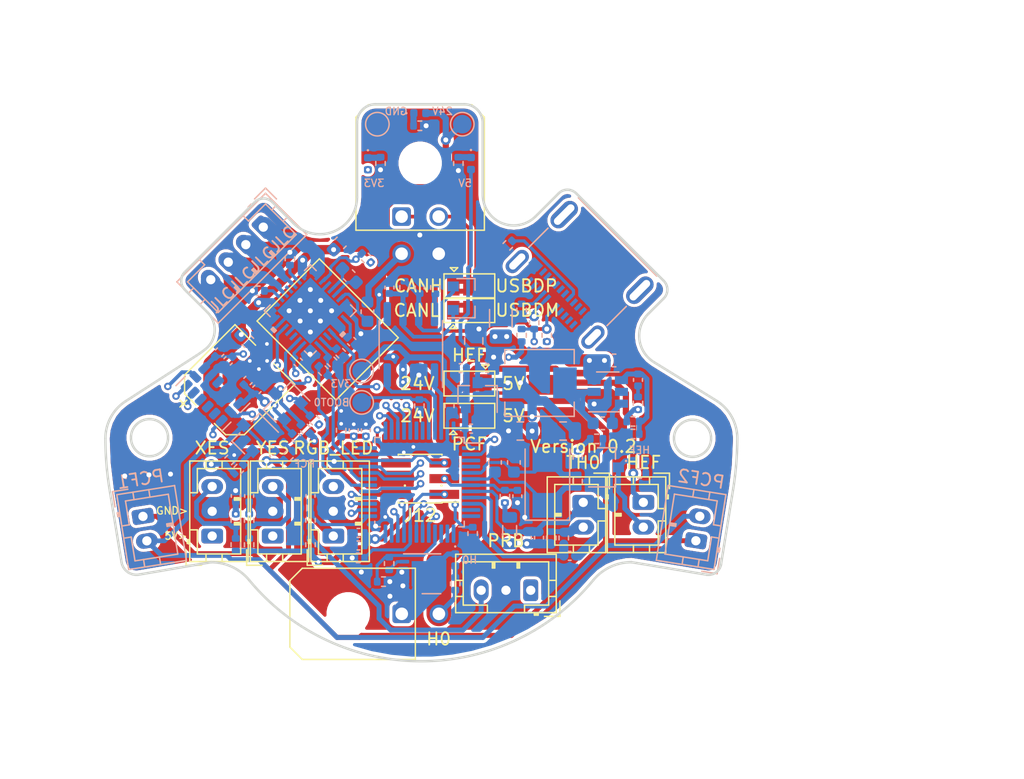
<source format=kicad_pcb>
(kicad_pcb (version 20171130) (host pcbnew "(5.1.10)-1")
  (layers (0 F.Cu power) (1 In1.Cu signal) (2 In2.Cu signal) (31 B.Cu power) (34 B.Paste user hide) (35 F.Paste user hide) (36 B.SilkS user) (37 F.SilkS user) (38 B.Mask user hide) (39 F.Mask user hide) (44 Edge.Cuts user hide))
  (net 0 "")
  (net 1 PD0)
  (net 2 GND)
  (net 3 PD1)
  (net 4 +3V3)
  (net 5 PROBE)
  (net 6 +24V)
  (net 7 AREF)
  (net 8 GNDA)
  (net 9 ENDSTOP2)
  (net 10 ENDSTOP1)
  (net 11 "Net-(C16-Pad2)")
  (net 12 "Net-(C16-Pad1)")
  (net 13 "Net-(C17-Pad2)")
  (net 14 "Net-(C17-Pad1)")
  (net 15 +5V)
  (net 16 "Net-(C27-Pad2)")
  (net 17 "Net-(C27-Pad1)")
  (net 18 "Net-(C28-Pad1)")
  (net 19 "Net-(C29-Pad2)")
  (net 20 TH0)
  (net 21 CANL)
  (net 22 CANH)
  (net 23 "Net-(D1-Pad1)")
  (net 24 "Net-(D3-Pad1)")
  (net 25 "Net-(D4-Pad1)")
  (net 26 "Net-(D5-Pad2)")
  (net 27 "Net-(D5-Pad1)")
  (net 28 "Net-(D6-Pad2)")
  (net 29 "Net-(D6-Pad1)")
  (net 30 "Net-(D7-Pad2)")
  (net 31 "Net-(D7-Pad1)")
  (net 32 SCLK)
  (net 33 SDI)
  (net 34 SDO)
  (net 35 ADXL-INT1)
  (net 36 ADXL-CS)
  (net 37 "Net-(J1-PadS1)")
  (net 38 "Net-(J1-PadB5)")
  (net 39 DM)
  (net 40 DP)
  (net 41 "Net-(J1-PadA5)")
  (net 42 "Net-(J2-Pad2)")
  (net 43 "Net-(J2-Pad1)")
  (net 44 "Net-(J7-Pad1)")
  (net 45 "Net-(J8-Pad1)")
  (net 46 "Net-(J10-Pad2)")
  (net 47 A2)
  (net 48 A1)
  (net 49 B1)
  (net 50 B2)
  (net 51 "Net-(Q1-Pad2)")
  (net 52 "Net-(Q2-Pad2)")
  (net 53 "Net-(Q3-Pad2)")
  (net 54 USBDP)
  (net 55 USBDM)
  (net 56 LED0)
  (net 57 HEATER)
  (net 58 HE-FAN)
  (net 59 PC-FAN)
  (net 60 "Net-(R32-Pad1)")
  (net 61 ST_UART_RX)
  (net 62 ST_EN)
  (net 63 ST_UART_TX)
  (net 64 "Net-(R41-Pad2)")
  (net 65 "Net-(R42-Pad2)")
  (net 66 "Net-(R43-Pad1)")
  (net 67 CAN_TX)
  (net 68 CAN_RX)
  (net 69 ST_DIR)
  (net 70 ST_STEP)
  (net 71 ST_DIAG)
  (net 72 SWCLK)
  (net 73 SWDIO)
  (net 74 NRST)
  (net 75 "Net-(J3-Pad3)")
  (net 76 "Net-(J4-Pad3)")
  (net 77 "Net-(J5-Pad3)")
  (net 78 BOOT1)
  (net 79 BOOT0)
  (net 80 "Net-(J13-Pad3)")
  (module Jumper:SolderJumper-3_P1.3mm_Bridged2Bar12_Pad1.0x1.5mm (layer F.Cu) (at -19.304 43.3832)
    (fp_text reference JP1 hide)
    (fp_text value SJ_CANH hide)
    (fp_poly (pts (xy -0.9 -0.6) (xy -0.4 -0.6) (xy -0.4 -0.2) (xy -0.9 -0.2)) (layer F.Cu) (width 0))
    (fp_poly (pts (xy -0.9 0.2) (xy -0.4 0.2) (xy -0.4 0.6) (xy -0.9 0.6)) (layer F.Cu) (width 0))
    (pad 2 smd rect (at 0 0) (size 1 1.5) (layers F.Cu F.Mask) (net 42 "Net-(J2-Pad2)"))
    (pad 3 smd rect (at 1.3 0) (size 1 1.5) (layers F.Cu F.Mask) (net 40 DP))
    (pad 1 smd rect (at -1.3 0) (size 1 1.5) (layers F.Cu F.Mask) (net 22 CANH))
  )
  (module TestPoint:TestPoint_Pad_D1.5mm (layer B.Cu) (at -28.0035 52.7685)
    (fp_text reference TP4 hide)
    (fp_text value BOOT0 (at -2.4257 0) (layer B.SilkS) (effects (font (size 0.6 0.6) (thickness 0.1)) (justify mirror)))
    (pad 1 smd circle (at 0 0) (size 1.5 1.5) (layers B.Cu B.Mask) (net 79 BOOT0))
  )
  (module TestPoint:TestPoint_Pad_D1.5mm (layer B.Cu) (at -28.0035 50.2285)
    (fp_text reference TP3 hide)
    (fp_text value 3V3 (at -1.6764 1.0287) (layer B.SilkS) (effects (font (size 0.6 0.6) (thickness 0.1)) (justify mirror)))
    (pad 1 smd circle (at 0 0) (size 1.5 1.5) (layers B.Cu B.Mask) (net 4 +3V3))
  )
  (module TestPoint:TestPoint_Pad_D1.5mm (layer B.Cu) (at -19.8755 30.2895)
    (fp_text reference TP2 hide)
    (fp_text value 24V (at -1.6002 -1.0541 180) (layer B.SilkS) (effects (font (size 0.6 0.6) (thickness 0.1)) (justify mirror)))
    (pad 1 smd circle (at 0 0) (size 1.5 1.5) (layers B.Cu B.Mask) (net 6 +24V))
  )
  (module TestPoint:TestPoint_Pad_D1.5mm (layer B.Cu) (at -26.7335 30.2895)
    (fp_text reference TP1 hide)
    (fp_text value GND (at 1.5113 -1.0414 180) (layer B.SilkS) (effects (font (size 0.6 0.6) (thickness 0.1)) (justify mirror)))
    (pad 1 smd circle (at 0 0) (size 1.5 1.5) (layers B.Cu B.Mask) (net 2 GND))
  )
  (module Resistor_SMD:R_0402_1005Metric (layer B.Cu) (at -32.5501 54.9148 315)
    (fp_text reference R44 hide)
    (fp_text value 10k hide)
    (pad 2 smd roundrect (at 0.51 0 315) (size 0.54 0.64) (layers B.Cu B.Paste B.Mask) (net 15 +5V))
    (pad 1 smd roundrect (at -0.51 0 315) (size 0.54 0.64) (layers B.Cu B.Paste B.Mask) (net 80 "Net-(J13-Pad3)"))
  )
  (module Package_TO_SOT_SMD:SOT-23 (layer B.Cu) (at -34.29 52.7685 135)
    (fp_text reference Q4 hide)
    (fp_text value BSS138 hide)
    (pad 3 smd rect (at 1 0 135) (size 0.9 0.8) (layers B.Cu B.Paste B.Mask) (net 80 "Net-(J13-Pad3)"))
    (pad 2 smd rect (at -1 -0.95 135) (size 0.9 0.8) (layers B.Cu B.Paste B.Mask) (net 4 +3V3))
    (pad 1 smd rect (at -1 0.95 135) (size 0.9 0.8) (layers B.Cu B.Paste B.Mask) (net 56 LED0))
  )
  (module Connector_JST:JST_PH_B3B-PH-K_1x03_P2.00mm_Vertical (layer F.Cu) (at -30.2895 63.5635 90)
    (fp_text reference J13 hide)
    (fp_text value RGB_LED (at 7.112 0 180) (layer F.SilkS))
    (pad 3 thru_hole oval (at 4 0 90) (size 1.2 1.75) (drill 0.75) (layers *.Cu *.Mask) (net 80 "Net-(J13-Pad3)"))
    (pad 2 thru_hole oval (at 2 0 90) (size 1.2 1.75) (drill 0.75) (layers *.Cu *.Mask) (net 2 GND))
    (pad 1 thru_hole roundrect (at 0 0 90) (size 1.2 1.75) (drill 0.75) (layers *.Cu *.Mask) (roundrect_rratio 0.208333) (net 15 +5V))
  )
  (module Connector_PinHeader_1.27mm:PinHeader_2x03_P1.27mm_Vertical_SMD (layer F.Cu) (at -23.2791 58.928 180)
    (fp_text reference J12 (at 0 -2.965) (layer F.SilkS))
    (fp_text value DBG)
    (pad 6 smd rect (at 1.95 1.27 180) (size 2.4 0.74) (layers F.Cu F.Paste F.Mask) (net 72 SWCLK))
    (pad 5 smd rect (at -1.95 1.27 180) (size 2.4 0.74) (layers F.Cu F.Paste F.Mask) (net 73 SWDIO))
    (pad 4 smd rect (at 1.95 0 180) (size 2.4 0.74) (layers F.Cu F.Paste F.Mask) (net 2 GND))
    (pad 3 smd rect (at -1.95 0 180) (size 2.4 0.74) (layers F.Cu F.Paste F.Mask) (net 74 NRST))
    (pad 2 smd rect (at 1.95 -1.27 180) (size 2.4 0.74) (layers F.Cu F.Paste F.Mask) (net 4 +3V3))
    (pad 1 smd rect (at -1.95 -1.27 180) (size 2.4 0.74) (layers F.Cu F.Paste F.Mask) (net 78 BOOT1))
  )
  (module Connector_JST:JST_PH_B3B-PH-K_1x03_P2.00mm_Vertical (layer F.Cu) (at -40.0685 63.5635 90)
    (fp_text reference J5 hide)
    (fp_text value XES (at 7.112 0 180) (layer F.SilkS))
    (pad 3 thru_hole oval (at 4 0 90) (size 1.2 1.75) (drill 0.75) (layers *.Cu *.Mask) (net 77 "Net-(J5-Pad3)"))
    (pad 2 thru_hole oval (at 2 0 90) (size 1.2 1.75) (drill 0.75) (layers *.Cu *.Mask) (net 2 GND))
    (pad 1 thru_hole roundrect (at 0 0 90) (size 1.2 1.75) (drill 0.75) (layers *.Cu *.Mask) (roundrect_rratio 0.208333) (net 15 +5V))
  )
  (module Connector_JST:JST_PH_B3B-PH-K_1x03_P2.00mm_Vertical (layer F.Cu) (at -35.179 63.5635 90)
    (fp_text reference J4 hide)
    (fp_text value YES (at 7.112 0 180) (layer F.SilkS))
    (pad 3 thru_hole oval (at 4 0 90) (size 1.2 1.75) (drill 0.75) (layers *.Cu *.Mask) (net 76 "Net-(J4-Pad3)"))
    (pad 2 thru_hole oval (at 2 0 90) (size 1.2 1.75) (drill 0.75) (layers *.Cu *.Mask) (net 2 GND))
    (pad 1 thru_hole roundrect (at 0 0 90) (size 1.2 1.75) (drill 0.75) (layers *.Cu *.Mask) (roundrect_rratio 0.208333) (net 15 +5V))
  )
  (module Connector_JST:JST_PH_B3B-PH-K_1x03_P2.00mm_Vertical (layer F.Cu) (at -14.351 67.945 180)
    (fp_text reference J3 hide)
    (fp_text value PRB (at 2 4.0005) (layer F.SilkS))
    (pad 3 thru_hole oval (at 4 0 180) (size 1.2 1.75) (drill 0.75) (layers *.Cu *.Mask) (net 75 "Net-(J3-Pad3)"))
    (pad 2 thru_hole oval (at 2 0 180) (size 1.2 1.75) (drill 0.75) (layers *.Cu *.Mask) (net 2 GND))
    (pad 1 thru_hole roundrect (at 0 0 180) (size 1.2 1.75) (drill 0.75) (layers *.Cu *.Mask) (roundrect_rratio 0.208333) (net 15 +5V))
  )
  (module Connector_Molex:Molex_Micro-Fit_3.0_43045-0200_2x01_P3.00mm_Horizontal (layer F.Cu) (at -24.765 69.85 90)
    (fp_text reference J6 hide)
    (fp_text value H0 (at -2.032 2.9845 180) (layer F.SilkS))
    (pad 2 thru_hole circle (at 0 3 90) (size 1.5 1.5) (drill 1.02) (layers *.Cu *.Mask) (net 6 +24V))
    (pad 1 thru_hole roundrect (at 0 0 90) (size 1.5 1.5) (drill 1.02) (layers *.Cu *.Mask) (roundrect_rratio 0.1666666666666667) (net 27 "Net-(D5-Pad1)"))
    (pad "" np_thru_hole circle (at 0 -4.32 90) (size 3 3) (drill 3) (layers *.Cu *.Mask))
  )
  (module Resistor_SMD:R_0402_1005Metric (layer B.Cu) (at -37.084 62.2935 90)
    (fp_text reference R12 hide)
    (fp_text value 10k hide)
    (pad 2 smd roundrect (at 0.51 0 90) (size 0.54 0.64) (layers B.Cu B.Paste B.Mask) (net 9 ENDSTOP2))
    (pad 1 smd roundrect (at -0.51 0 90) (size 0.54 0.64) (layers B.Cu B.Paste B.Mask) (net 76 "Net-(J4-Pad3)"))
  )
  (module footprints:TMC2209-LA (layer B.Cu) (at -32.1437 45.3644 225)
    (fp_text reference U4 hide)
    (fp_text value TMC2209-LA hide)
    (pad 29 smd rect (at 0 0 225) (size 3.81 3.81) (layers B.Cu B.Mask) (net 2 GND))
    (pad 28 smd rect (at -1.5 2.4257 225) (size 0.254 0.762) (layers B.Cu B.Paste B.Mask) (net 6 +24V))
    (pad 27 smd rect (at -1.000001 2.4257 225) (size 0.254 0.762) (layers B.Cu B.Paste B.Mask) (net 64 "Net-(R41-Pad2)"))
    (pad 26 smd rect (at -0.499999 2.4257 225) (size 0.254 0.762) (layers B.Cu B.Paste B.Mask) (net 49 B1))
    (pad 25 smd rect (at 0 2.4257 225) (size 0.254 0.762) (layers B.Cu B.Paste B.Mask))
    (pad 24 smd rect (at 0.499999 2.4257 225) (size 0.254 0.762) (layers B.Cu B.Paste B.Mask) (net 48 A1))
    (pad 23 smd rect (at 1.000001 2.4257 225) (size 0.254 0.762) (layers B.Cu B.Paste B.Mask) (net 65 "Net-(R42-Pad2)"))
    (pad 22 smd rect (at 1.5 2.4257 225) (size 0.254 0.762) (layers B.Cu B.Paste B.Mask) (net 6 +24V))
    (pad 21 smd rect (at 2.4257 1.5 135) (size 0.254 0.762) (layers B.Cu B.Paste B.Mask) (net 47 A2))
    (pad 20 smd rect (at 2.4257 1.000001 135) (size 0.254 0.762) (layers B.Cu B.Paste B.Mask) (net 2 GND))
    (pad 19 smd rect (at 2.4257 0.499999 135) (size 0.254 0.762) (layers B.Cu B.Paste B.Mask) (net 69 ST_DIR))
    (pad 18 smd rect (at 2.4257 0 135) (size 0.254 0.762) (layers B.Cu B.Paste B.Mask) (net 2 GND))
    (pad 17 smd rect (at 2.4257 -0.499999 135) (size 0.254 0.762) (layers B.Cu B.Paste B.Mask))
    (pad 16 smd rect (at 2.4257 -1.000001 135) (size 0.254 0.762) (layers B.Cu B.Paste B.Mask) (net 70 ST_STEP))
    (pad 15 smd rect (at 2.4257 -1.5 135) (size 0.254 0.762) (layers B.Cu B.Paste B.Mask) (net 4 +3V3))
    (pad 14 smd rect (at 1.5 -2.4257 225) (size 0.254 0.762) (layers B.Cu B.Paste B.Mask) (net 61 ST_UART_RX))
    (pad 13 smd rect (at 1.000001 -2.4257 225) (size 0.254 0.762) (layers B.Cu B.Paste B.Mask) (net 60 "Net-(R32-Pad1)"))
    (pad 12 smd rect (at 0.499999 -2.4257 225) (size 0.254 0.762) (layers B.Cu B.Paste B.Mask))
    (pad 11 smd rect (at 0 -2.4257 225) (size 0.254 0.762) (layers B.Cu B.Paste B.Mask) (net 71 ST_DIAG))
    (pad 10 smd rect (at -0.499999 -2.4257 225) (size 0.254 0.762) (layers B.Cu B.Paste B.Mask) (net 2 GND))
    (pad 9 smd rect (at -1.000001 -2.4257 225) (size 0.254 0.762) (layers B.Cu B.Paste B.Mask) (net 2 GND))
    (pad 8 smd rect (at -1.5 -2.4257 225) (size 0.254 0.762) (layers B.Cu B.Paste B.Mask) (net 19 "Net-(C29-Pad2)"))
    (pad 7 smd rect (at -2.4257 -1.5 135) (size 0.254 0.762) (layers B.Cu B.Paste B.Mask) (net 2 GND))
    (pad 6 smd rect (at -2.4257 -1.000001 135) (size 0.254 0.762) (layers B.Cu B.Paste B.Mask) (net 18 "Net-(C28-Pad1)"))
    (pad 5 smd rect (at -2.4257 -0.499999 135) (size 0.254 0.762) (layers B.Cu B.Paste B.Mask) (net 16 "Net-(C27-Pad2)"))
    (pad 4 smd rect (at -2.4257 0 135) (size 0.254 0.762) (layers B.Cu B.Paste B.Mask) (net 17 "Net-(C27-Pad1)"))
    (pad 3 smd rect (at -2.4257 0.499999 135) (size 0.254 0.762) (layers B.Cu B.Paste B.Mask) (net 2 GND))
    (pad 2 smd rect (at -2.4257 1.000001 135) (size 0.254 0.762) (layers B.Cu B.Paste B.Mask) (net 62 ST_EN))
    (pad 1 smd rect (at -2.4257 1.5 135) (size 0.254 0.762) (layers B.Cu B.Paste B.Mask) (net 50 B2))
  )
  (module HuvudTiny2:DFN-8-1EP_3x3mm_P0.65mm_EP1.7x2.05mm (layer B.Cu) (at -23.114 66.6115)
    (fp_text reference Q1 hide)
    (fp_text value AON7418-Huvud hide)
    (pad 3 smd rect (at 0 0) (size 1.7 2.05) (layers B.Cu B.Mask) (net 27 "Net-(D5-Pad1)"))
    (pad 3 smd roundrect (at 1.45 0.975) (size 0.8 0.3) (layers B.Cu B.Paste B.Mask) (net 27 "Net-(D5-Pad1)"))
    (pad 3 smd roundrect (at 1.45 0.325) (size 0.8 0.3) (layers B.Cu B.Paste B.Mask) (net 27 "Net-(D5-Pad1)"))
    (pad 3 smd roundrect (at 1.45 -0.325) (size 0.8 0.3) (layers B.Cu B.Paste B.Mask) (net 27 "Net-(D5-Pad1)"))
    (pad 3 smd roundrect (at 1.45 -0.975) (size 0.8 0.3) (layers B.Cu B.Paste B.Mask) (net 27 "Net-(D5-Pad1)"))
    (pad 2 smd roundrect (at -1.45 -0.975) (size 0.8 0.3) (layers B.Cu B.Paste B.Mask) (net 51 "Net-(Q1-Pad2)"))
    (pad 1 smd roundrect (at -1.45 -0.325) (size 0.8 0.3) (layers B.Cu B.Paste B.Mask) (net 2 GND))
    (pad 1 smd roundrect (at -1.45 0.325) (size 0.8 0.3) (layers B.Cu B.Paste B.Mask) (net 2 GND))
    (pad 1 smd roundrect (at -1.45 0.975) (size 0.8 0.3) (layers B.Cu B.Paste B.Mask) (net 2 GND))
  )
  (module Crystal:Crystal_SMD_5032-2Pin_5.0x3.2mm (layer B.Cu) (at -13.0048 59.2328 90)
    (fp_text reference Y1 hide)
    (fp_text value "8 MHz" hide)
    (pad 2 smd rect (at 1.85 0 90) (size 2 2.4) (layers B.Cu B.Paste B.Mask) (net 1 PD0))
    (pad 1 smd rect (at -1.85 0 90) (size 2 2.4) (layers B.Cu B.Paste B.Mask) (net 3 PD1))
  )
  (module Package_SO:SOIC-8_3.9x4.9mm_P1.27mm (layer B.Cu) (at -24.0284 48.1076 90)
    (fp_text reference U5 hide)
    (fp_text value SN65HVD230 hide)
    (pad 8 smd roundrect (at 2.475 1.905 90) (size 1.95 0.6) (layers B.Cu B.Paste B.Mask) (net 66 "Net-(R43-Pad1)"))
    (pad 7 smd roundrect (at 2.475 0.635 90) (size 1.95 0.6) (layers B.Cu B.Paste B.Mask) (net 22 CANH))
    (pad 6 smd roundrect (at 2.475 -0.635 90) (size 1.95 0.6) (layers B.Cu B.Paste B.Mask) (net 21 CANL))
    (pad 5 smd roundrect (at 2.475 -1.905 90) (size 1.95 0.6) (layers B.Cu B.Paste B.Mask))
    (pad 4 smd roundrect (at -2.475 -1.905 90) (size 1.95 0.6) (layers B.Cu B.Paste B.Mask) (net 68 CAN_RX))
    (pad 3 smd roundrect (at -2.475 -0.635 90) (size 1.95 0.6) (layers B.Cu B.Paste B.Mask) (net 4 +3V3))
    (pad 2 smd roundrect (at -2.475 0.635 90) (size 1.95 0.6) (layers B.Cu B.Paste B.Mask) (net 2 GND))
    (pad 1 smd roundrect (at -2.475 1.905 90) (size 1.95 0.6) (layers B.Cu B.Paste B.Mask) (net 67 CAN_TX))
  )
  (module Package_TO_SOT_SMD:SOT-23 (layer B.Cu) (at -18.6436 52.1716 90)
    (fp_text reference U3 hide)
    (fp_text value XC6206PxxxMR hide)
    (pad 3 smd rect (at 1 0 90) (size 0.9 0.8) (layers B.Cu B.Paste B.Mask) (net 15 +5V))
    (pad 2 smd rect (at -1 -0.95 90) (size 0.9 0.8) (layers B.Cu B.Paste B.Mask) (net 4 +3V3))
    (pad 1 smd rect (at -1 0.95 90) (size 0.9 0.8) (layers B.Cu B.Paste B.Mask) (net 2 GND))
  )
  (module Package_TO_SOT_SMD:SOT-23-6 (layer B.Cu) (at -8.128 51.9176)
    (fp_text reference U2 hide)
    (fp_text value TPS54202DDC hide)
    (pad 5 smd rect (at 1.1 0) (size 1.06 0.65) (layers B.Cu B.Paste B.Mask))
    (pad 6 smd rect (at 1.1 0.95) (size 1.06 0.65) (layers B.Cu B.Paste B.Mask) (net 12 "Net-(C16-Pad1)"))
    (pad 4 smd rect (at 1.1 -0.95) (size 1.06 0.65) (layers B.Cu B.Paste B.Mask) (net 13 "Net-(C17-Pad2)"))
    (pad 3 smd rect (at -1.1 -0.95) (size 1.06 0.65) (layers B.Cu B.Paste B.Mask) (net 6 +24V))
    (pad 2 smd rect (at -1.1 0) (size 1.06 0.65) (layers B.Cu B.Paste B.Mask) (net 11 "Net-(C16-Pad2)"))
    (pad 1 smd rect (at -1.1 0.95) (size 1.06 0.65) (layers B.Cu B.Paste B.Mask) (net 2 GND))
  )
  (module Package_QFP:LQFP-48_7x7mm_P0.5mm (layer B.Cu) (at -23.3299 59.2074 180)
    (fp_text reference U1 hide)
    (fp_text value STM32F103C8Tx hide)
    (pad 48 smd roundrect (at -2.75 4.1625 180) (size 0.3 1.475) (layers B.Cu B.Paste B.Mask) (net 4 +3V3))
    (pad 47 smd roundrect (at -2.25 4.1625 180) (size 0.3 1.475) (layers B.Cu B.Paste B.Mask) (net 2 GND))
    (pad 46 smd roundrect (at -1.75 4.1625 180) (size 0.3 1.475) (layers B.Cu B.Paste B.Mask) (net 67 CAN_TX))
    (pad 45 smd roundrect (at -1.25 4.1625 180) (size 0.3 1.475) (layers B.Cu B.Paste B.Mask) (net 68 CAN_RX))
    (pad 44 smd roundrect (at -0.75 4.1625 180) (size 0.3 1.475) (layers B.Cu B.Paste B.Mask) (net 79 BOOT0))
    (pad 43 smd roundrect (at -0.25 4.1625 180) (size 0.3 1.475) (layers B.Cu B.Paste B.Mask))
    (pad 42 smd roundrect (at 0.25 4.1625 180) (size 0.3 1.475) (layers B.Cu B.Paste B.Mask))
    (pad 41 smd roundrect (at 0.75 4.1625 180) (size 0.3 1.475) (layers B.Cu B.Paste B.Mask) (net 62 ST_EN))
    (pad 40 smd roundrect (at 1.25 4.1625 180) (size 0.3 1.475) (layers B.Cu B.Paste B.Mask) (net 69 ST_DIR))
    (pad 39 smd roundrect (at 1.75 4.1625 180) (size 0.3 1.475) (layers B.Cu B.Paste B.Mask) (net 70 ST_STEP))
    (pad 38 smd roundrect (at 2.25 4.1625 180) (size 0.3 1.475) (layers B.Cu B.Paste B.Mask) (net 71 ST_DIAG))
    (pad 37 smd roundrect (at 2.75 4.1625 180) (size 0.3 1.475) (layers B.Cu B.Paste B.Mask) (net 72 SWCLK))
    (pad 36 smd roundrect (at 4.1625 2.75 180) (size 1.475 0.3) (layers B.Cu B.Paste B.Mask) (net 4 +3V3))
    (pad 35 smd roundrect (at 4.1625 2.25 180) (size 1.475 0.3) (layers B.Cu B.Paste B.Mask) (net 2 GND))
    (pad 34 smd roundrect (at 4.1625 1.75 180) (size 1.475 0.3) (layers B.Cu B.Paste B.Mask) (net 73 SWDIO))
    (pad 33 smd roundrect (at 4.1625 1.25 180) (size 1.475 0.3) (layers B.Cu B.Paste B.Mask) (net 54 USBDP))
    (pad 32 smd roundrect (at 4.1625 0.75 180) (size 1.475 0.3) (layers B.Cu B.Paste B.Mask) (net 55 USBDM))
    (pad 31 smd roundrect (at 4.1625 0.25 180) (size 1.475 0.3) (layers B.Cu B.Paste B.Mask) (net 61 ST_UART_RX))
    (pad 30 smd roundrect (at 4.1625 -0.25 180) (size 1.475 0.3) (layers B.Cu B.Paste B.Mask) (net 63 ST_UART_TX))
    (pad 29 smd roundrect (at 4.1625 -0.75 180) (size 1.475 0.3) (layers B.Cu B.Paste B.Mask) (net 58 HE-FAN))
    (pad 28 smd roundrect (at 4.1625 -1.25 180) (size 1.475 0.3) (layers B.Cu B.Paste B.Mask) (net 33 SDI))
    (pad 27 smd roundrect (at 4.1625 -1.75 180) (size 1.475 0.3) (layers B.Cu B.Paste B.Mask) (net 34 SDO))
    (pad 26 smd roundrect (at 4.1625 -2.25 180) (size 1.475 0.3) (layers B.Cu B.Paste B.Mask) (net 32 SCLK))
    (pad 25 smd roundrect (at 4.1625 -2.75 180) (size 1.475 0.3) (layers B.Cu B.Paste B.Mask) (net 5 PROBE))
    (pad 24 smd roundrect (at 2.75 -4.1625 180) (size 0.3 1.475) (layers B.Cu B.Paste B.Mask) (net 4 +3V3))
    (pad 23 smd roundrect (at 2.25 -4.1625 180) (size 0.3 1.475) (layers B.Cu B.Paste B.Mask) (net 2 GND))
    (pad 22 smd roundrect (at 1.75 -4.1625 180) (size 0.3 1.475) (layers B.Cu B.Paste B.Mask) (net 9 ENDSTOP2))
    (pad 21 smd roundrect (at 1.25 -4.1625 180) (size 0.3 1.475) (layers B.Cu B.Paste B.Mask) (net 10 ENDSTOP1))
    (pad 20 smd roundrect (at 0.75 -4.1625 180) (size 0.3 1.475) (layers B.Cu B.Paste B.Mask) (net 78 BOOT1))
    (pad 19 smd roundrect (at 0.25 -4.1625 180) (size 0.3 1.475) (layers B.Cu B.Paste B.Mask) (net 36 ADXL-CS))
    (pad 18 smd roundrect (at -0.25 -4.1625 180) (size 0.3 1.475) (layers B.Cu B.Paste B.Mask) (net 35 ADXL-INT1))
    (pad 17 smd roundrect (at -0.75 -4.1625 180) (size 0.3 1.475) (layers B.Cu B.Paste B.Mask) (net 59 PC-FAN))
    (pad 16 smd roundrect (at -1.25 -4.1625 180) (size 0.3 1.475) (layers B.Cu B.Paste B.Mask) (net 57 HEATER))
    (pad 15 smd roundrect (at -1.75 -4.1625 180) (size 0.3 1.475) (layers B.Cu B.Paste B.Mask))
    (pad 14 smd roundrect (at -2.25 -4.1625 180) (size 0.3 1.475) (layers B.Cu B.Paste B.Mask))
    (pad 13 smd roundrect (at -2.75 -4.1625 180) (size 0.3 1.475) (layers B.Cu B.Paste B.Mask))
    (pad 12 smd roundrect (at -4.1625 -2.75 180) (size 1.475 0.3) (layers B.Cu B.Paste B.Mask))
    (pad 11 smd roundrect (at -4.1625 -2.25 180) (size 1.475 0.3) (layers B.Cu B.Paste B.Mask))
    (pad 10 smd roundrect (at -4.1625 -1.75 180) (size 1.475 0.3) (layers B.Cu B.Paste B.Mask) (net 20 TH0))
    (pad 9 smd roundrect (at -4.1625 -1.25 180) (size 1.475 0.3) (layers B.Cu B.Paste B.Mask) (net 7 AREF))
    (pad 8 smd roundrect (at -4.1625 -0.75 180) (size 1.475 0.3) (layers B.Cu B.Paste B.Mask) (net 8 GNDA))
    (pad 7 smd roundrect (at -4.1625 -0.25 180) (size 1.475 0.3) (layers B.Cu B.Paste B.Mask) (net 74 NRST))
    (pad 6 smd roundrect (at -4.1625 0.25 180) (size 1.475 0.3) (layers B.Cu B.Paste B.Mask) (net 3 PD1))
    (pad 5 smd roundrect (at -4.1625 0.75 180) (size 1.475 0.3) (layers B.Cu B.Paste B.Mask) (net 1 PD0))
    (pad 4 smd roundrect (at -4.1625 1.25 180) (size 1.475 0.3) (layers B.Cu B.Paste B.Mask))
    (pad 3 smd roundrect (at -4.1625 1.75 180) (size 1.475 0.3) (layers B.Cu B.Paste B.Mask))
    (pad 2 smd roundrect (at -4.1625 2.25 180) (size 1.475 0.3) (layers B.Cu B.Paste B.Mask) (net 56 LED0))
    (pad 1 smd roundrect (at -4.1625 2.75 180) (size 1.475 0.3) (layers B.Cu B.Paste B.Mask) (net 4 +3V3))
  )
  (module Resistor_SMD:R_0402_1005Metric (layer B.Cu) (at -22.0472 43.4848 90)
    (fp_text reference R43 hide)
    (fp_text value 1k hide)
    (pad 2 smd roundrect (at 0.51 0 90) (size 0.54 0.64) (layers B.Cu B.Paste B.Mask) (net 2 GND))
    (pad 1 smd roundrect (at -0.51 0 90) (size 0.54 0.64) (layers B.Cu B.Paste B.Mask) (net 66 "Net-(R43-Pad1)"))
  )
  (module Resistor_SMD:R_0402_1005Metric (layer B.Cu) (at -36.3601 43.7515)
    (fp_text reference R42 hide)
    (fp_text value "0.100 1%" hide)
    (pad 2 smd roundrect (at 0.51 0) (size 0.54 0.64) (layers B.Cu B.Paste B.Mask) (net 65 "Net-(R42-Pad2)"))
    (pad 1 smd roundrect (at -0.51 0) (size 0.54 0.64) (layers B.Cu B.Paste B.Mask) (net 2 GND))
  )
  (module Resistor_SMD:R_0402_1005Metric (layer B.Cu) (at -33.7947 41.1607 270)
    (fp_text reference R41 hide)
    (fp_text value "0.100 1%" hide)
    (pad 2 smd roundrect (at 0.51 0 270) (size 0.54 0.64) (layers B.Cu B.Paste B.Mask) (net 64 "Net-(R41-Pad2)"))
    (pad 1 smd roundrect (at -0.51 0 270) (size 0.54 0.64) (layers B.Cu B.Paste B.Mask) (net 2 GND))
  )
  (module Resistor_SMD:R_0402_1005Metric (layer B.Cu) (at -31.821176 54.195924 315)
    (fp_text reference R40 hide)
    (fp_text value 10k hide)
    (pad 2 smd roundrect (at 0.51 0 315) (size 0.54 0.64) (layers B.Cu B.Paste B.Mask) (net 4 +3V3))
    (pad 1 smd roundrect (at -0.51 0 315) (size 0.54 0.64) (layers B.Cu B.Paste B.Mask) (net 56 LED0))
  )
  (module Resistor_SMD:R_0402_1005Metric (layer B.Cu) (at -29.6545 55.0164 270)
    (fp_text reference R39 hide)
    (fp_text value 10k hide)
    (pad 2 smd roundrect (at 0.51 0 270) (size 0.54 0.64) (layers B.Cu B.Paste B.Mask) (net 73 SWDIO))
    (pad 1 smd roundrect (at -0.51 0 270) (size 0.54 0.64) (layers B.Cu B.Paste B.Mask) (net 2 GND))
  )
  (module Resistor_SMD:R_0402_1005Metric (layer B.Cu) (at -24.5364 43.4848 90)
    (fp_text reference R38 hide)
    (fp_text value 120 hide)
    (pad 2 smd roundrect (at 0.51 0 90) (size 0.54 0.64) (layers B.Cu B.Paste B.Mask) (net 22 CANH))
    (pad 1 smd roundrect (at -0.51 0 90) (size 0.54 0.64) (layers B.Cu B.Paste B.Mask) (net 21 CANL))
  )
  (module Resistor_SMD:R_0402_1005Metric (layer B.Cu) (at -11.684 63.7159 270)
    (fp_text reference R37 hide)
    (fp_text value 10k hide)
    (pad 2 smd roundrect (at 0.51 0 270) (size 0.54 0.64) (layers B.Cu B.Paste B.Mask) (net 20 TH0))
    (pad 1 smd roundrect (at -0.51 0 270) (size 0.54 0.64) (layers B.Cu B.Paste B.Mask) (net 46 "Net-(J10-Pad2)"))
  )
  (module Resistor_SMD:R_0402_1005Metric (layer B.Cu) (at -12.6873 63.7159 270)
    (fp_text reference R36 hide)
    (fp_text value 2.2k hide)
    (pad 2 smd roundrect (at 0.51 0 270) (size 0.54 0.64) (layers B.Cu B.Paste B.Mask) (net 7 AREF))
    (pad 1 smd roundrect (at -0.51 0 270) (size 0.54 0.64) (layers B.Cu B.Paste B.Mask) (net 46 "Net-(J10-Pad2)"))
  )
  (module Resistor_SMD:R_0402_1005Metric (layer B.Cu) (at -31.1023 50.2031 135)
    (fp_text reference R35 hide)
    (fp_text value 1k hide)
    (pad 2 smd roundrect (at 0.51 0 135) (size 0.54 0.64) (layers B.Cu B.Paste B.Mask) (net 63 ST_UART_TX))
    (pad 1 smd roundrect (at -0.51 0 135) (size 0.54 0.64) (layers B.Cu B.Paste B.Mask) (net 61 ST_UART_RX))
  )
  (module Resistor_SMD:R_0402_1005Metric (layer B.Cu) (at -27.6352 41.0972 315)
    (fp_text reference R34 hide)
    (fp_text value 22k hide)
    (pad 2 smd roundrect (at 0.51 0 315) (size 0.54 0.64) (layers B.Cu B.Paste B.Mask) (net 4 +3V3))
    (pad 1 smd roundrect (at -0.51 0 315) (size 0.54 0.64) (layers B.Cu B.Paste B.Mask) (net 62 ST_EN))
  )
  (module Resistor_SMD:R_0402_1005Metric (layer B.Cu) (at -30.3911 49.4919 315)
    (fp_text reference R33 hide)
    (fp_text value 22k hide)
    (pad 2 smd roundrect (at 0.51 0 315) (size 0.54 0.64) (layers B.Cu B.Paste B.Mask) (net 2 GND))
    (pad 1 smd roundrect (at -0.51 0 315) (size 0.54 0.64) (layers B.Cu B.Paste B.Mask) (net 61 ST_UART_RX))
  )
  (module Resistor_SMD:R_0402_1005Metric (layer B.Cu) (at -29.6926 48.7934 315)
    (fp_text reference R32 hide)
    (fp_text value 22k hide)
    (pad 2 smd roundrect (at 0.51 0 315) (size 0.54 0.64) (layers B.Cu B.Paste B.Mask) (net 2 GND))
    (pad 1 smd roundrect (at -0.51 0 315) (size 0.54 0.64) (layers B.Cu B.Paste B.Mask) (net 60 "Net-(R32-Pad1)"))
  )
  (module Resistor_SMD:R_0402_1005Metric (layer B.Cu) (at -33.914024 57.066124 45)
    (fp_text reference R31 hide)
    (fp_text value 10k hide)
    (pad 2 smd roundrect (at 0.51 0 45) (size 0.54 0.64) (layers B.Cu B.Paste B.Mask) (net 30 "Net-(D7-Pad2)"))
    (pad 1 smd roundrect (at -0.51 0 45) (size 0.54 0.64) (layers B.Cu B.Paste B.Mask) (net 45 "Net-(J8-Pad1)"))
  )
  (module Resistor_SMD:R_0402_1005Metric (layer B.Cu) (at -5.5626 58.5089)
    (fp_text reference R30 hide)
    (fp_text value 10k hide)
    (pad 2 smd roundrect (at 0.51 0) (size 0.54 0.64) (layers B.Cu B.Paste B.Mask) (net 28 "Net-(D6-Pad2)"))
    (pad 1 smd roundrect (at -0.51 0) (size 0.54 0.64) (layers B.Cu B.Paste B.Mask) (net 44 "Net-(J7-Pad1)"))
  )
  (module Resistor_SMD:R_0402_1005Metric (layer B.Cu) (at -20.447 67.422301 90)
    (fp_text reference R29 hide)
    (fp_text value 10k hide)
    (pad 2 smd roundrect (at 0.51 0 90) (size 0.54 0.64) (layers B.Cu B.Paste B.Mask) (net 26 "Net-(D5-Pad2)"))
    (pad 1 smd roundrect (at -0.51 0 90) (size 0.54 0.64) (layers B.Cu B.Paste B.Mask) (net 6 +24V))
  )
  (module Resistor_SMD:R_0402_1005Metric (layer B.Cu) (at -6.096 55.3212 180)
    (fp_text reference R28 hide)
    (fp_text value 13.7k hide)
    (pad 2 smd roundrect (at 0.51 0 180) (size 0.54 0.64) (layers B.Cu B.Paste B.Mask) (net 2 GND))
    (pad 1 smd roundrect (at -0.51 0 180) (size 0.54 0.64) (layers B.Cu B.Paste B.Mask) (net 13 "Net-(C17-Pad2)"))
  )
  (module Resistor_SMD:R_0402_1005Metric (layer B.Cu) (at -6.096 54.3052)
    (fp_text reference R27 hide)
    (fp_text value 100k hide)
    (pad 2 smd roundrect (at 0.51 0) (size 0.54 0.64) (layers B.Cu B.Paste B.Mask) (net 13 "Net-(C17-Pad2)"))
    (pad 1 smd roundrect (at -0.51 0) (size 0.54 0.64) (layers B.Cu B.Paste B.Mask) (net 15 +5V))
  )
  (module Resistor_SMD:R_0402_1005Metric (layer B.Cu) (at -38.663824 57.4167 225)
    (fp_text reference R26 hide)
    (fp_text value 10k hide)
    (pad 2 smd roundrect (at 0.51 0 225) (size 0.54 0.64) (layers B.Cu B.Paste B.Mask) (net 59 PC-FAN))
    (pad 1 smd roundrect (at -0.51 0 225) (size 0.54 0.64) (layers B.Cu B.Paste B.Mask) (net 2 GND))
  )
  (module Resistor_SMD:R_0402_1005Metric (layer B.Cu) (at -37.9222 58.1533 225)
    (fp_text reference R25 hide)
    (fp_text value 22 hide)
    (pad 2 smd roundrect (at 0.51 0 225) (size 0.54 0.64) (layers B.Cu B.Paste B.Mask) (net 59 PC-FAN))
    (pad 1 smd roundrect (at -0.51 0 225) (size 0.54 0.64) (layers B.Cu B.Paste B.Mask) (net 53 "Net-(Q3-Pad2)"))
  )
  (module Resistor_SMD:R_0402_1005Metric (layer B.Cu) (at -10.5537 57.2008 90)
    (fp_text reference R24 hide)
    (fp_text value 10k hide)
    (pad 2 smd roundrect (at 0.51 0 90) (size 0.54 0.64) (layers B.Cu B.Paste B.Mask) (net 58 HE-FAN))
    (pad 1 smd roundrect (at -0.51 0 90) (size 0.54 0.64) (layers B.Cu B.Paste B.Mask) (net 2 GND))
  )
  (module Resistor_SMD:R_0402_1005Metric (layer B.Cu) (at -9.0297 55.7149 180)
    (fp_text reference R23 hide)
    (fp_text value 22 hide)
    (pad 2 smd roundrect (at 0.51 0 180) (size 0.54 0.64) (layers B.Cu B.Paste B.Mask) (net 58 HE-FAN))
    (pad 1 smd roundrect (at -0.51 0 180) (size 0.54 0.64) (layers B.Cu B.Paste B.Mask) (net 52 "Net-(Q2-Pad2)"))
  )
  (module Resistor_SMD:R_0402_1005Metric (layer B.Cu) (at -26.2382 67.2465 180)
    (fp_text reference R22 hide)
    (fp_text value 10k hide)
    (pad 2 smd roundrect (at 0.51 0 180) (size 0.54 0.64) (layers B.Cu B.Paste B.Mask) (net 57 HEATER))
    (pad 1 smd roundrect (at -0.51 0 180) (size 0.54 0.64) (layers B.Cu B.Paste B.Mask) (net 2 GND))
  )
  (module Resistor_SMD:R_0402_1005Metric (layer B.Cu) (at -25.781 65.786 90)
    (fp_text reference R21 hide)
    (fp_text value 22 hide)
    (pad 2 smd roundrect (at 0.51 0 90) (size 0.54 0.64) (layers B.Cu B.Paste B.Mask) (net 57 HEATER))
    (pad 1 smd roundrect (at -0.51 0 90) (size 0.54 0.64) (layers B.Cu B.Paste B.Mask) (net 51 "Net-(Q1-Pad2)"))
  )
  (module Resistor_SMD:R_0402_1005Metric (layer B.Cu) (at -5.6896 52.832 90)
    (fp_text reference R20 hide)
    (fp_text value 2.2k hide)
    (pad 2 smd roundrect (at 0.51 0 90) (size 0.54 0.64) (layers B.Cu B.Paste B.Mask) (net 14 "Net-(C17-Pad1)"))
    (pad 1 smd roundrect (at -0.51 0 90) (size 0.54 0.64) (layers B.Cu B.Paste B.Mask) (net 15 +5V))
  )
  (module Resistor_SMD:R_0402_1005Metric (layer B.Cu) (at -38.1635 64.262 270)
    (fp_text reference R19 hide)
    (fp_text value 10k hide)
    (pad 2 smd roundrect (at 0.51 0 270) (size 0.54 0.64) (layers B.Cu B.Paste B.Mask) (net 4 +3V3))
    (pad 1 smd roundrect (at -0.51 0 270) (size 0.54 0.64) (layers B.Cu B.Paste B.Mask) (net 77 "Net-(J5-Pad3)"))
  )
  (module Resistor_SMD:R_0402_1005Metric (layer B.Cu) (at -26.4795 33.4625 90)
    (fp_text reference R18 hide)
    (fp_text value 470 hide)
    (pad 2 smd roundrect (at 0.51 0 90) (size 0.54 0.64) (layers B.Cu B.Paste B.Mask) (net 25 "Net-(D4-Pad1)"))
    (pad 1 smd roundrect (at -0.51 0 90) (size 0.54 0.64) (layers B.Cu B.Paste B.Mask) (net 2 GND))
  )
  (module Resistor_SMD:R_0402_1005Metric (layer B.Cu) (at -23.3045 30.4165 180)
    (fp_text reference R17 hide)
    (fp_text value 10k hide)
    (pad 2 smd roundrect (at 0.51 0 180) (size 0.54 0.64) (layers B.Cu B.Paste B.Mask) (net 24 "Net-(D3-Pad1)"))
    (pad 1 smd roundrect (at -0.51 0 180) (size 0.54 0.64) (layers B.Cu B.Paste B.Mask) (net 2 GND))
  )
  (module Resistor_SMD:R_0402_1005Metric (layer B.Cu) (at -38.1635 62.2935 90)
    (fp_text reference R16 hide)
    (fp_text value 10k hide)
    (pad 2 smd roundrect (at 0.51 0 90) (size 0.54 0.64) (layers B.Cu B.Paste B.Mask) (net 10 ENDSTOP1))
    (pad 1 smd roundrect (at -0.51 0 90) (size 0.54 0.64) (layers B.Cu B.Paste B.Mask) (net 77 "Net-(J5-Pad3)"))
  )
  (module Resistor_SMD:R_0402_1005Metric (layer B.Cu) (at -19.0373 63.3603 90)
    (fp_text reference R15 hide)
    (fp_text value 10k hide)
    (pad 2 smd roundrect (at 0.51 0 90) (size 0.54 0.64) (layers B.Cu B.Paste B.Mask) (net 72 SWCLK))
    (pad 1 smd roundrect (at -0.51 0 90) (size 0.54 0.64) (layers B.Cu B.Paste B.Mask) (net 2 GND))
  )
  (module Resistor_SMD:R_0402_1005Metric (layer B.Cu) (at -20.193 33.4645 90)
    (fp_text reference R14 hide)
    (fp_text value 1k hide)
    (pad 2 smd roundrect (at 0.51 0 90) (size 0.54 0.64) (layers B.Cu B.Paste B.Mask) (net 23 "Net-(D1-Pad1)"))
    (pad 1 smd roundrect (at -0.51 0 90) (size 0.54 0.64) (layers B.Cu B.Paste B.Mask) (net 2 GND))
  )
  (module Resistor_SMD:R_0402_1005Metric (layer B.Cu) (at -37.084 64.262 270)
    (fp_text reference R13 hide)
    (fp_text value 10k hide)
    (pad 2 smd roundrect (at 0.51 0 270) (size 0.54 0.64) (layers B.Cu B.Paste B.Mask) (net 4 +3V3))
    (pad 1 smd roundrect (at -0.51 0 270) (size 0.54 0.64) (layers B.Cu B.Paste B.Mask) (net 76 "Net-(J4-Pad3)"))
  )
  (module Resistor_SMD:R_0402_1005Metric (layer B.Cu) (at -32.131 64.262 270)
    (fp_text reference R11 hide)
    (fp_text value 10k hide)
    (pad 2 smd roundrect (at 0.51 0 270) (size 0.54 0.64) (layers B.Cu B.Paste B.Mask) (net 4 +3V3))
    (pad 1 smd roundrect (at -0.51 0 270) (size 0.54 0.64) (layers B.Cu B.Paste B.Mask) (net 75 "Net-(J3-Pad3)"))
  )
  (module Resistor_SMD:R_0402_1005Metric (layer B.Cu) (at -32.131 62.2935 90)
    (fp_text reference R10 hide)
    (fp_text value 10k hide)
    (pad 2 smd roundrect (at 0.51 0 90) (size 0.54 0.64) (layers B.Cu B.Paste B.Mask) (net 5 PROBE))
    (pad 1 smd roundrect (at -0.51 0 90) (size 0.54 0.64) (layers B.Cu B.Paste B.Mask) (net 75 "Net-(J3-Pad3)"))
  )
  (module Resistor_SMD:R_0402_1005Metric (layer B.Cu) (at -15.0876 47.3456 270)
    (fp_text reference R9 hide)
    (fp_text value 2.2k hide)
    (pad 2 smd roundrect (at 0.51 0 270) (size 0.54 0.64) (layers B.Cu B.Paste B.Mask) (net 4 +3V3))
    (pad 1 smd roundrect (at -0.51 0 270) (size 0.54 0.64) (layers B.Cu B.Paste B.Mask) (net 54 USBDP))
  )
  (module Resistor_SMD:R_0402_1005Metric (layer B.Cu) (at -13.0556 47.3456 270)
    (fp_text reference R8 hide)
    (fp_text value 22 hide)
    (pad 2 smd roundrect (at 0.51 0 270) (size 0.54 0.64) (layers B.Cu B.Paste B.Mask) (net 55 USBDM))
    (pad 1 smd roundrect (at -0.51 0 270) (size 0.54 0.64) (layers B.Cu B.Paste B.Mask) (net 39 DM))
  )
  (module Resistor_SMD:R_0402_1005Metric (layer B.Cu) (at -14.0716 46.3296 270)
    (fp_text reference R7 hide)
    (fp_text value 22 hide)
    (pad 2 smd roundrect (at 0.51 0 270) (size 0.54 0.64) (layers B.Cu B.Paste B.Mask) (net 54 USBDP))
    (pad 1 smd roundrect (at -0.51 0 270) (size 0.54 0.64) (layers B.Cu B.Paste B.Mask) (net 40 DP))
  )
  (module Resistor_SMD:R_0402_1005Metric (layer B.Cu) (at -23.3426 53.0459 270)
    (fp_text reference R6 hide)
    (fp_text value 10k hide)
    (pad 2 smd roundrect (at 0.51 0 270) (size 0.54 0.64) (layers B.Cu B.Paste B.Mask) (net 2 GND))
    (pad 1 smd roundrect (at -0.51 0 270) (size 0.54 0.64) (layers B.Cu B.Paste B.Mask) (net 79 BOOT0))
  )
  (module Resistor_SMD:R_0402_1005Metric (layer B.Cu) (at -16.4338 60.3631 270)
    (fp_text reference R5 hide)
    (fp_text value 10k hide)
    (pad 1 smd roundrect (at -0.51 0 270) (size 0.54 0.64) (layers B.Cu B.Paste B.Mask) (net 74 NRST))
    (pad 2 smd roundrect (at 0.51 0 270) (size 0.54 0.64) (layers B.Cu B.Paste B.Mask) (net 4 +3V3))
  )
  (module Resistor_SMD:R_0402_1005Metric (layer B.Cu) (at -28.2702 65.3288 180)
    (fp_text reference R4 hide)
    (fp_text value 10k hide)
    (pad 2 smd roundrect (at 0.51 0 180) (size 0.54 0.64) (layers B.Cu B.Paste B.Mask) (net 2 GND))
    (pad 1 smd roundrect (at -0.51 0 180) (size 0.54 0.64) (layers B.Cu B.Paste B.Mask) (net 78 BOOT1))
  )
  (module Resistor_SMD:R_0402_1005Metric (layer B.Cu) (at -10.5664 59.1312 90)
    (fp_text reference R3 hide)
    (fp_text value 1M hide)
    (pad 2 smd roundrect (at 0.51 0 90) (size 0.54 0.64) (layers B.Cu B.Paste B.Mask) (net 1 PD0))
    (pad 1 smd roundrect (at -0.51 0 90) (size 0.54 0.64) (layers B.Cu B.Paste B.Mask) (net 3 PD1))
  )
  (module Resistor_SMD:R_0402_1005Metric (layer B.Cu) (at -16.2052 40.0812 45)
    (fp_text reference R2 hide)
    (fp_text value 5.1k hide)
    (pad 2 smd roundrect (at 0.51 0 45) (size 0.54 0.64) (layers B.Cu B.Paste B.Mask) (net 38 "Net-(J1-PadB5)"))
    (pad 1 smd roundrect (at -0.51 0 45) (size 0.54 0.64) (layers B.Cu B.Paste B.Mask) (net 2 GND))
  )
  (module Resistor_SMD:R_0402_1005Metric (layer B.Cu) (at -15.0876 45.3136 270)
    (fp_text reference R1 hide)
    (fp_text value 5.1k hide)
    (pad 2 smd roundrect (at 0.51 0 270) (size 0.54 0.64) (layers B.Cu B.Paste B.Mask) (net 2 GND))
    (pad 1 smd roundrect (at -0.51 0 270) (size 0.54 0.64) (layers B.Cu B.Paste B.Mask) (net 41 "Net-(J1-PadA5)"))
  )
  (module Package_TO_SOT_SMD:SOT-23 (layer B.Cu) (at -36.83 55.3085 135)
    (fp_text reference Q3 hide)
    (fp_text value AO3400A hide)
    (pad 3 smd rect (at 1 0 135) (size 0.9 0.8) (layers B.Cu B.Paste B.Mask) (net 31 "Net-(D7-Pad1)"))
    (pad 2 smd rect (at -1 -0.95 135) (size 0.9 0.8) (layers B.Cu B.Paste B.Mask) (net 53 "Net-(Q3-Pad2)"))
    (pad 1 smd rect (at -1 0.95 135) (size 0.9 0.8) (layers B.Cu B.Paste B.Mask) (net 2 GND))
  )
  (module Package_TO_SOT_SMD:SOT-23 (layer B.Cu) (at -8.2677 58.0136)
    (fp_text reference Q2 hide)
    (fp_text value AO3400A hide)
    (pad 3 smd rect (at 1 0) (size 0.9 0.8) (layers B.Cu B.Paste B.Mask) (net 29 "Net-(D6-Pad1)"))
    (pad 2 smd rect (at -1 -0.95) (size 0.9 0.8) (layers B.Cu B.Paste B.Mask) (net 52 "Net-(Q2-Pad2)"))
    (pad 1 smd rect (at -1 0.95) (size 0.9 0.8) (layers B.Cu B.Paste B.Mask) (net 2 GND))
  )
  (module NetTie:NetTie-2_SMD_Pad0.5mm (layer B.Cu) (at -8.1788 61.2394)
    (fp_text reference NT1 hide)
    (fp_text value Net-Tie_2 hide)
    (fp_poly (pts (xy -0.5 0.25) (xy 0.5 0.25) (xy 0.5 -0.25) (xy -0.5 -0.25)) (layer B.Cu) (width 0))
    (pad 2 smd circle (at 0.5 0) (size 0.5 0.5) (layers B.Cu) (net 2 GND))
    (pad 1 smd circle (at -0.5 0) (size 0.5 0.5) (layers B.Cu) (net 8 GNDA))
  )
  (module Inductor_SMD:L_Sunlord_MWSA0518_5.4x5.2mm (layer B.Cu) (at -13.6398 51.1937 180)
    (fp_text reference L2 hide)
    (fp_text value "10uH/max. 145mOhm 2A" hide)
    (pad 2 smd rect (at 2.05 0 180) (size 1.9 2.5) (layers B.Cu B.Paste B.Mask) (net 15 +5V))
    (pad 1 smd rect (at -2.05 0 180) (size 1.9 2.5) (layers B.Cu B.Paste B.Mask) (net 11 "Net-(C16-Pad2)"))
  )
  (module Inductor_SMD:L_0805_2012Metric (layer B.Cu) (at -16.0528 63.119 270)
    (fp_text reference L1 hide)
    (fp_text value 22uH hide)
    (pad 2 smd roundrect (at 1.0625 0 270) (size 0.875 1.2) (layers B.Cu B.Paste B.Mask) (net 7 AREF))
    (pad 1 smd roundrect (at -1.0625 0 270) (size 0.875 1.2) (layers B.Cu B.Paste B.Mask) (net 4 +3V3))
  )
  (module Jumper:SolderJumper-3_P1.3mm_Bridged2Bar12_Pad1.0x1.5mm (layer F.Cu) (at -19.304 53.848)
    (fp_text reference JP4 hide)
    (fp_text value PCF (at 0 2.286) (layer F.SilkS))
    (fp_poly (pts (xy -0.9 -0.6) (xy -0.4 -0.6) (xy -0.4 -0.2) (xy -0.9 -0.2)) (layer F.Cu) (width 0))
    (fp_poly (pts (xy -0.9 0.2) (xy -0.4 0.2) (xy -0.4 0.6) (xy -0.9 0.6)) (layer F.Cu) (width 0))
    (pad 2 smd rect (at 0 0) (size 1 1.5) (layers F.Cu F.Mask) (net 45 "Net-(J8-Pad1)"))
    (pad 3 smd rect (at 1.3 0) (size 1 1.5) (layers F.Cu F.Mask) (net 15 +5V))
    (pad 1 smd rect (at -1.3 0) (size 1 1.5) (layers F.Cu F.Mask) (net 6 +24V))
  )
  (module Jumper:SolderJumper-3_P1.3mm_Bridged2Bar12_Pad1.0x1.5mm (layer F.Cu) (at -19.304 51.2445 180)
    (fp_text reference JP3 hide)
    (fp_text value HEF (at 0 2.286) (layer F.SilkS))
    (fp_poly (pts (xy -0.9 -0.6) (xy -0.4 -0.6) (xy -0.4 -0.2) (xy -0.9 -0.2)) (layer F.Cu) (width 0))
    (fp_poly (pts (xy -0.9 0.2) (xy -0.4 0.2) (xy -0.4 0.6) (xy -0.9 0.6)) (layer F.Cu) (width 0))
    (pad 2 smd rect (at 0 0 180) (size 1 1.5) (layers F.Cu F.Mask) (net 44 "Net-(J7-Pad1)"))
    (pad 3 smd rect (at 1.3 0 180) (size 1 1.5) (layers F.Cu F.Mask) (net 6 +24V))
    (pad 1 smd rect (at -1.3 0 180) (size 1 1.5) (layers F.Cu F.Mask) (net 15 +5V))
  )
  (module Jumper:SolderJumper-3_P1.3mm_Bridged2Bar12_Pad1.0x1.5mm (layer F.Cu) (at -19.304 45.3136)
    (fp_text reference JP2 hide)
    (fp_text value SJ_CANL hide)
    (fp_poly (pts (xy -0.9 -0.6) (xy -0.4 -0.6) (xy -0.4 -0.2) (xy -0.9 -0.2)) (layer F.Cu) (width 0))
    (fp_poly (pts (xy -0.9 0.2) (xy -0.4 0.2) (xy -0.4 0.6) (xy -0.9 0.6)) (layer F.Cu) (width 0))
    (pad 2 smd rect (at 0 0) (size 1 1.5) (layers F.Cu F.Mask) (net 43 "Net-(J2-Pad1)"))
    (pad 3 smd rect (at 1.3 0) (size 1 1.5) (layers F.Cu F.Mask) (net 39 DM))
    (pad 1 smd rect (at -1.3 0) (size 1 1.5) (layers F.Cu F.Mask) (net 21 CANL))
  )
  (module Connector_JST:JST_PH_B4B-PH-K_1x04_P2.00mm_Vertical (layer B.Cu) (at -35.941 38.608 225)
    (fp_text reference J11 hide)
    (fp_text value STEPPER hide)
    (pad 4 thru_hole oval (at 6 0 225) (size 1.2 1.75) (drill 0.75) (layers *.Cu *.Mask) (net 47 A2))
    (pad 3 thru_hole oval (at 4 0 225) (size 1.2 1.75) (drill 0.75) (layers *.Cu *.Mask) (net 48 A1))
    (pad 2 thru_hole oval (at 2 0 225) (size 1.2 1.75) (drill 0.75) (layers *.Cu *.Mask) (net 49 B1))
    (pad 1 thru_hole roundrect (at 0 0 225) (size 1.2 1.75) (drill 0.75) (layers *.Cu *.Mask) (roundrect_rratio 0.2083325) (net 50 B2))
  )
  (module Connector_JST:JST_PH_B2B-PH-K_1x02_P2.00mm_Vertical (layer F.Cu) (at -10.1092 60.8457 270)
    (fp_text reference J10 hide)
    (fp_text value TH0 (at -3.2131 0 180) (layer F.SilkS))
    (pad 2 thru_hole oval (at 2 0 270) (size 1.2 1.75) (drill 0.75) (layers *.Cu *.Mask) (net 46 "Net-(J10-Pad2)"))
    (pad 1 thru_hole roundrect (at 0 0 270) (size 1.2 1.75) (drill 0.75) (layers *.Cu *.Mask) (roundrect_rratio 0.2083325) (net 8 GNDA))
  )
  (module Connector_JST:JST_PH_B2B-PH-K_1x02_P2.00mm_Vertical (layer B.Cu) (at -1.016 63.9445 81)
    (fp_text reference J9 hide)
    (fp_text value PCF2 (at 4.99098 -0.364208 -9) (layer B.SilkS) (effects (justify mirror)))
    (pad 2 thru_hole oval (at 2 0 81) (size 1.2 1.75) (drill 0.75) (layers *.Cu *.Mask) (net 31 "Net-(D7-Pad1)"))
    (pad 1 thru_hole roundrect (at 0 0 81) (size 1.2 1.75) (drill 0.75) (layers *.Cu *.Mask) (roundrect_rratio 0.2083325) (net 45 "Net-(J8-Pad1)"))
  )
  (module Connector_JST:JST_PH_B2B-PH-K_1x02_P2.00mm_Vertical (layer B.Cu) (at -45.6565 61.976 279)
    (fp_text reference J8 hide)
    (fp_text value PCF1 (at -2.995772 -0.270317 9) (layer B.SilkS) (effects (justify mirror)))
    (pad 2 thru_hole oval (at 2 0 279) (size 1.2 1.75) (drill 0.75) (layers *.Cu *.Mask) (net 31 "Net-(D7-Pad1)"))
    (pad 1 thru_hole roundrect (at 0 0 279) (size 1.2 1.75) (drill 0.75) (layers *.Cu *.Mask) (roundrect_rratio 0.2083325) (net 45 "Net-(J8-Pad1)"))
  )
  (module Connector_JST:JST_PH_B2B-PH-K_1x02_P2.00mm_Vertical (layer F.Cu) (at -5.2578 60.8457 270)
    (fp_text reference J7 hide)
    (fp_text value HEF (at -3.2258 -0.0254 180) (layer F.SilkS))
    (pad 2 thru_hole oval (at 2 0 270) (size 1.2 1.75) (drill 0.75) (layers *.Cu *.Mask) (net 29 "Net-(D6-Pad1)"))
    (pad 1 thru_hole roundrect (at 0 0 270) (size 1.2 1.75) (drill 0.75) (layers *.Cu *.Mask) (roundrect_rratio 0.2083325) (net 44 "Net-(J7-Pad1)"))
  )
  (module Connector_Molex:Molex_Micro-Fit_3.0_43045-0400_2x02_P3.00mm_Horizontal (layer F.Cu) (at -24.7777 37.7571)
    (fp_text reference J2 hide)
    (fp_text value CAN hide)
    (pad 4 thru_hole circle (at 3 3) (size 1.5 1.5) (drill 1.02) (layers *.Cu *.Mask) (net 2 GND))
    (pad 3 thru_hole circle (at 0 3) (size 1.5 1.5) (drill 1.02) (layers *.Cu *.Mask) (net 6 +24V))
    (pad 2 thru_hole circle (at 3 0) (size 1.5 1.5) (drill 1.02) (layers *.Cu *.Mask) (net 42 "Net-(J2-Pad2)"))
    (pad 1 thru_hole roundrect (at 0 0) (size 1.5 1.5) (drill 1.02) (layers *.Cu *.Mask) (roundrect_rratio 0.1666666666666667) (net 43 "Net-(J2-Pad1)"))
    (pad "" np_thru_hole circle (at 1.5 -4.32) (size 3 3) (drill 3) (layers *.Cu *.Mask))
  )
  (module Molex105450-0101:MOLEX_105450-0101 (layer B.Cu) (at -10.0076 42.0624 315)
    (fp_text reference J1 hide)
    (fp_text value 105450-0101 hide)
    (pad S4 thru_hole oval (at 4.32 -2 315) (size 1.3 2.6) (drill oval 0.6 2.1) (layers *.Cu *.Mask) (net 37 "Net-(J1-PadS1)"))
    (pad S3 thru_hole oval (at -4.32 -2 315) (size 1.3 2.6) (drill oval 0.6 2.1) (layers *.Cu *.Mask) (net 37 "Net-(J1-PadS1)"))
    (pad S2 thru_hole oval (at 4.32 3.36 315) (size 1.1 2.2) (drill oval 0.6 1.6) (layers *.Cu *.Mask) (net 37 "Net-(J1-PadS1)"))
    (pad S1 thru_hole oval (at -4.32 3.36 315) (size 1.1 2.2) (drill oval 0.6 1.6) (layers *.Cu *.Mask) (net 37 "Net-(J1-PadS1)"))
    (pad B12 smd rect (at -3.1 2.47 315) (size 1 0.7) (layers B.Cu B.Paste B.Mask) (net 2 GND))
    (pad B11 smd rect (at -2.25 2.47 315) (size 0.3 0.7) (layers B.Cu B.Paste B.Mask))
    (pad B10 smd rect (at -1.75 2.47 315) (size 0.3 0.7) (layers B.Cu B.Paste B.Mask))
    (pad B9 smd rect (at -1.25 2.47 315) (size 0.3 0.7) (layers B.Cu B.Paste B.Mask))
    (pad B8 smd rect (at -0.75 2.47 315) (size 0.3 0.7) (layers B.Cu B.Paste B.Mask))
    (pad B7 smd rect (at -0.25 2.47 315) (size 0.3 0.7) (layers B.Cu B.Paste B.Mask))
    (pad B6 smd rect (at 0.25 2.47 315) (size 0.3 0.7) (layers B.Cu B.Paste B.Mask))
    (pad B5 smd rect (at 0.75 2.47 315) (size 0.3 0.7) (layers B.Cu B.Paste B.Mask) (net 38 "Net-(J1-PadB5)"))
    (pad B4 smd rect (at 1.25 2.47 315) (size 0.3 0.7) (layers B.Cu B.Paste B.Mask))
    (pad B3 smd rect (at 1.75 2.47 315) (size 0.3 0.7) (layers B.Cu B.Paste B.Mask))
    (pad B2 smd rect (at 2.25 2.47 315) (size 0.3 0.7) (layers B.Cu B.Paste B.Mask))
    (pad B1 smd rect (at 3.1 2.47 315) (size 1 0.7) (layers B.Cu B.Paste B.Mask) (net 2 GND))
    (pad A12 smd rect (at 3 3.77 315) (size 0.3 0.7) (layers B.Cu B.Paste B.Mask) (net 2 GND))
    (pad A11 smd rect (at 2.5 3.77 315) (size 0.3 0.7) (layers B.Cu B.Paste B.Mask))
    (pad A10 smd rect (at 2 3.77 315) (size 0.3 0.7) (layers B.Cu B.Paste B.Mask))
    (pad A9 smd rect (at 1.5 3.77 315) (size 0.3 0.7) (layers B.Cu B.Paste B.Mask))
    (pad A8 smd rect (at 1 3.77 315) (size 0.3 0.7) (layers B.Cu B.Paste B.Mask))
    (pad A7 smd rect (at 0.5 3.77 315) (size 0.3 0.7) (layers B.Cu B.Paste B.Mask) (net 39 DM))
    (pad A6 smd rect (at -0.5 3.77 315) (size 0.3 0.7) (layers B.Cu B.Paste B.Mask) (net 40 DP))
    (pad A5 smd rect (at -1 3.77 315) (size 0.3 0.7) (layers B.Cu B.Paste B.Mask) (net 41 "Net-(J1-PadA5)"))
    (pad A4 smd rect (at -1.5 3.77 315) (size 0.3 0.7) (layers B.Cu B.Paste B.Mask))
    (pad A3 smd rect (at -2 3.77 315) (size 0.3 0.7) (layers B.Cu B.Paste B.Mask))
    (pad A2 smd rect (at -2.5 3.77 315) (size 0.3 0.7) (layers B.Cu B.Paste B.Mask))
    (pad A1 smd rect (at -3 3.77 315) (size 0.3 0.7) (layers B.Cu B.Paste B.Mask) (net 2 GND))
  )
  (module Package_LGA:LGA-14_3x5mm_P0.8mm_LayoutBorder1x6y (layer B.Cu) (at -40.007417 52.119414 225)
    (fp_text reference IC1 hide)
    (fp_text value ADXL345 hide)
    (pad 14 smd roundrect (at 0 2 225) (size 0.6 0.95) (layers B.Cu B.Paste B.Mask) (net 32 SCLK))
    (pad 13 smd roundrect (at 1 2 225) (size 0.95 0.6) (layers B.Cu B.Paste B.Mask) (net 33 SDI))
    (pad 12 smd roundrect (at 1 1.2 225) (size 0.95 0.6) (layers B.Cu B.Paste B.Mask) (net 34 SDO))
    (pad 11 smd roundrect (at 1 0.4 225) (size 0.95 0.6) (layers B.Cu B.Paste B.Mask))
    (pad 10 smd roundrect (at 1 -0.4 225) (size 0.95 0.6) (layers B.Cu B.Paste B.Mask))
    (pad 9 smd roundrect (at 1 -1.2 225) (size 0.95 0.6) (layers B.Cu B.Paste B.Mask))
    (pad 8 smd roundrect (at 1 -2 225) (size 0.95 0.6) (layers B.Cu B.Paste B.Mask) (net 35 ADXL-INT1))
    (pad 7 smd roundrect (at 0 -2 225) (size 0.6 0.95) (layers B.Cu B.Paste B.Mask) (net 36 ADXL-CS))
    (pad 6 smd roundrect (at -1 -2 225) (size 0.95 0.6) (layers B.Cu B.Paste B.Mask) (net 7 AREF))
    (pad 5 smd roundrect (at -1 -1.2 225) (size 0.95 0.6) (layers B.Cu B.Paste B.Mask) (net 2 GND))
    (pad 4 smd roundrect (at -1 -0.4 225) (size 0.95 0.6) (layers B.Cu B.Paste B.Mask) (net 2 GND))
    (pad 3 smd roundrect (at -1 0.4 225) (size 0.95 0.6) (layers B.Cu B.Paste B.Mask))
    (pad 2 smd roundrect (at -1 1.2 225) (size 0.95 0.6) (layers B.Cu B.Paste B.Mask) (net 2 GND))
    (pad 1 smd roundrect (at -1 2 225) (size 0.95 0.6) (layers B.Cu B.Paste B.Mask) (net 4 +3V3))
  )
  (module Package_TO_SOT_SMD:SOT-23 (layer B.Cu) (at -19.6088 44.3484)
    (fp_text reference D8 hide)
    (fp_text value SZNUP2105L hide)
    (pad 3 smd rect (at 1 0) (size 0.9 0.8) (layers B.Cu B.Paste B.Mask) (net 2 GND))
    (pad 2 smd rect (at -1 -0.95) (size 0.9 0.8) (layers B.Cu B.Paste B.Mask) (net 22 CANH))
    (pad 1 smd rect (at -1 0.95) (size 0.9 0.8) (layers B.Cu B.Paste B.Mask) (net 21 CANL))
  )
  (module LED_SMD:LED_0402_1005Metric (layer B.Cu) (at -34.6329 56.3499 45)
    (fp_text reference D7 hide)
    (fp_text value PCF (at 0.449013 2.388748 180) (layer B.SilkS) (effects (font (size 0.6 0.6) (thickness 0.1)) (justify mirror)))
    (pad 2 smd roundrect (at 0.485 0 45) (size 0.59 0.64) (layers B.Cu B.Paste B.Mask) (net 30 "Net-(D7-Pad2)"))
    (pad 1 smd roundrect (at -0.485 0 45) (size 0.59 0.64) (layers B.Cu B.Paste B.Mask) (net 31 "Net-(D7-Pad1)"))
  )
  (module LED_SMD:LED_0402_1005Metric (layer B.Cu) (at -5.5626 57.492899)
    (fp_text reference D6 hide)
    (fp_text value HEF (at 0 -0.863599) (layer B.SilkS) (effects (font (size 0.6 0.6) (thickness 0.1)) (justify mirror)))
    (pad 1 smd roundrect (at -0.485 0) (size 0.59 0.64) (layers B.Cu B.Paste B.Mask) (net 29 "Net-(D6-Pad1)"))
    (pad 2 smd roundrect (at 0.485 0) (size 0.59 0.64) (layers B.Cu B.Paste B.Mask) (net 28 "Net-(D6-Pad2)"))
  )
  (module LED_SMD:LED_0402_1005Metric (layer B.Cu) (at -20.447 65.4963 270)
    (fp_text reference D5 hide)
    (fp_text value H0 (at -0.0024 -1.1684) (layer B.SilkS) (effects (font (size 0.6 0.6) (thickness 0.1)) (justify mirror)))
    (pad 1 smd roundrect (at -0.485 0 270) (size 0.59 0.64) (layers B.Cu B.Paste B.Mask) (net 27 "Net-(D5-Pad1)"))
    (pad 2 smd roundrect (at 0.485 0 270) (size 0.59 0.64) (layers B.Cu B.Paste B.Mask) (net 26 "Net-(D5-Pad2)"))
  )
  (module LED_SMD:LED_0402_1005Metric (layer B.Cu) (at -27.4955 33.4875 270)
    (fp_text reference D4 hide)
    (fp_text value 3V3 (at 1.5645 -0.4953) (layer B.SilkS) (effects (font (size 0.6 0.6) (thickness 0.1)) (justify mirror)))
    (pad 2 smd roundrect (at 0.485 0 270) (size 0.59 0.64) (layers B.Cu B.Paste B.Mask) (net 4 +3V3))
    (pad 1 smd roundrect (at -0.485 0 270) (size 0.59 0.64) (layers B.Cu B.Paste B.Mask) (net 25 "Net-(D4-Pad1)"))
  )
  (module LED_SMD:LED_0402_1005Metric (layer B.Cu) (at -23.3045 29.4005)
    (fp_text reference D3 hide)
    (fp_text value 24V hide)
    (pad 2 smd roundrect (at 0.485 0) (size 0.59 0.64) (layers B.Cu B.Paste B.Mask) (net 6 +24V))
    (pad 1 smd roundrect (at -0.485 0) (size 0.59 0.64) (layers B.Cu B.Paste B.Mask) (net 24 "Net-(D3-Pad1)"))
  )
  (module LED_SMD:LED_0402_1005Metric (layer B.Cu) (at -19.177 33.4645 270)
    (fp_text reference D1 hide)
    (fp_text value 5V (at 1.5875 0.4699) (layer B.SilkS) (effects (font (size 0.6 0.6) (thickness 0.1)) (justify mirror)))
    (pad 2 smd roundrect (at 0.485 0 270) (size 0.59 0.64) (layers B.Cu B.Paste B.Mask) (net 15 +5V))
    (pad 1 smd roundrect (at -0.485 0 270) (size 0.59 0.64) (layers B.Cu B.Paste B.Mask) (net 23 "Net-(D1-Pad1)"))
  )
  (module Capacitor_SMD:C_0402_1005Metric (layer B.Cu) (at -20.0152 49.9999)
    (fp_text reference C38 hide)
    (fp_text value 0.1uF hide)
    (pad 2 smd roundrect (at 0.48 0) (size 0.56 0.62) (layers B.Cu B.Paste B.Mask) (net 4 +3V3))
    (pad 1 smd roundrect (at -0.48 0) (size 0.56 0.62) (layers B.Cu B.Paste B.Mask) (net 2 GND))
  )
  (module Capacitor_SMD:C_0402_1005Metric (layer B.Cu) (at -33.274 55.626 315)
    (fp_text reference C37 hide)
    (fp_text value 0.1uF hide)
    (pad 2 smd roundrect (at 0.48 0 315) (size 0.56 0.62) (layers B.Cu B.Paste B.Mask) (net 2 GND))
    (pad 1 smd roundrect (at -0.48 0 315) (size 0.56 0.62) (layers B.Cu B.Paste B.Mask) (net 4 +3V3))
  )
  (module Capacitor_SMD:C_0402_1005Metric (layer B.Cu) (at -33.1216 49.53 315)
    (fp_text reference C36 hide)
    (fp_text value 0.1uF hide)
    (pad 2 smd roundrect (at 0.48 0 315) (size 0.56 0.62) (layers B.Cu B.Paste B.Mask) (net 2 GND))
    (pad 1 smd roundrect (at -0.48 0 315) (size 0.56 0.62) (layers B.Cu B.Paste B.Mask) (net 4 +3V3))
  )
  (module Capacitor_SMD:C_0402_1005Metric (layer B.Cu) (at -23.3172 43.4848 90)
    (fp_text reference C35 hide)
    (fp_text value 22pF hide)
    (pad 2 smd roundrect (at 0.48 0 90) (size 0.56 0.62) (layers B.Cu B.Paste B.Mask) (net 2 GND))
    (pad 1 smd roundrect (at -0.48 0 90) (size 0.56 0.62) (layers B.Cu B.Paste B.Mask) (net 22 CANH))
  )
  (module Capacitor_SMD:C_0402_1005Metric (layer B.Cu) (at -25.7556 43.4848 270)
    (fp_text reference C34 hide)
    (fp_text value 22pF hide)
    (pad 2 smd roundrect (at 0.48 0 270) (size 0.56 0.62) (layers B.Cu B.Paste B.Mask) (net 21 CANL))
    (pad 1 smd roundrect (at -0.48 0 270) (size 0.56 0.62) (layers B.Cu B.Paste B.Mask) (net 2 GND))
  )
  (module Capacitor_SMD:CP_Elec_6.3x5.8 (layer F.Cu) (at -38.227 51.308 45)
    (fp_text reference C33 hide)
    (fp_text value 100uF/35V hide)
    (pad 2 smd roundrect (at 2.7 0 45) (size 3.5 1.6) (layers F.Cu F.Paste F.Mask) (roundrect_rratio 0.15625) (net 2 GND))
    (pad 1 smd roundrect (at -2.7 0 45) (size 3.5 1.6) (layers F.Cu F.Paste F.Mask) (roundrect_rratio 0.15625) (net 6 +24V))
  )
  (module Capacitor_SMD:C_0603_1608Metric (layer B.Cu) (at -29.718 39.878 45)
    (fp_text reference C32 hide)
    (fp_text value 0.1uF/35V hide)
    (pad 2 smd roundrect (at 0.775 0 45) (size 0.9 0.95) (layers B.Cu B.Paste B.Mask) (net 2 GND))
    (pad 1 smd roundrect (at -0.775 0 45) (size 0.9 0.95) (layers B.Cu B.Paste B.Mask) (net 6 +24V))
  )
  (module Capacitor_SMD:C_0402_1005Metric (layer B.Cu) (at -11.2014 65.1637)
    (fp_text reference C31 hide)
    (fp_text value 0.1uF hide)
    (pad 2 smd roundrect (at 0.48 0) (size 0.56 0.62) (layers B.Cu B.Paste B.Mask) (net 8 GNDA))
    (pad 1 smd roundrect (at -0.48 0) (size 0.56 0.62) (layers B.Cu B.Paste B.Mask) (net 20 TH0))
  )
  (module Capacitor_SMD:C_0603_1608Metric (layer B.Cu) (at -37.1856 47.8536 135)
    (fp_text reference C30 hide)
    (fp_text value 0.1uF/35V hide)
    (pad 2 smd roundrect (at 0.775 0 135) (size 0.9 0.95) (layers B.Cu B.Paste B.Mask) (net 6 +24V))
    (pad 1 smd roundrect (at -0.775 0 135) (size 0.9 0.95) (layers B.Cu B.Paste B.Mask) (net 2 GND))
  )
  (module Capacitor_SMD:C_0402_1005Metric (layer B.Cu) (at -28.8036 47.8536 135)
    (fp_text reference C29 hide)
    (fp_text value 4.7uF hide)
    (pad 2 smd roundrect (at 0.48 0 135) (size 0.56 0.62) (layers B.Cu B.Paste B.Mask) (net 19 "Net-(C29-Pad2)"))
    (pad 1 smd roundrect (at -0.48 0 135) (size 0.56 0.62) (layers B.Cu B.Paste B.Mask) (net 2 GND))
  )
  (module Capacitor_SMD:C_0603_1608Metric (layer B.Cu) (at -27.5336 45.4406 90)
    (fp_text reference C28 hide)
    (fp_text value 0.1uF/35V hide)
    (pad 2 smd roundrect (at 0.775 0 90) (size 0.9 0.95) (layers B.Cu B.Paste B.Mask) (net 6 +24V))
    (pad 1 smd roundrect (at -0.775 0 90) (size 0.9 0.95) (layers B.Cu B.Paste B.Mask) (net 18 "Net-(C28-Pad1)"))
  )
  (module Capacitor_SMD:C_0603_1608Metric (layer B.Cu) (at -29.0068 42.5196 315)
    (fp_text reference C27 hide)
    (fp_text value 22nF/50V hide)
    (pad 2 smd roundrect (at 0.775 0 315) (size 0.9 0.95) (layers B.Cu B.Paste B.Mask) (net 16 "Net-(C27-Pad2)"))
    (pad 1 smd roundrect (at -0.775 0 315) (size 0.9 0.95) (layers B.Cu B.Paste B.Mask) (net 17 "Net-(C27-Pad1)"))
  )
  (module Capacitor_SMD:C_0402_1005Metric (layer B.Cu) (at -20.9042 53.0733 90)
    (fp_text reference C26 hide)
    (fp_text value 4.7uF hide)
    (pad 2 smd roundrect (at 0.48 0 90) (size 0.56 0.62) (layers B.Cu B.Paste B.Mask) (net 4 +3V3))
    (pad 1 smd roundrect (at -0.48 0 90) (size 0.56 0.62) (layers B.Cu B.Paste B.Mask) (net 2 GND))
  )
  (module Capacitor_SMD:C_0402_1005Metric (layer B.Cu) (at -17.8562 49.9999 180)
    (fp_text reference C25 hide)
    (fp_text value 4.7uF hide)
    (pad 2 smd roundrect (at 0.48 0 180) (size 0.56 0.62) (layers B.Cu B.Paste B.Mask) (net 15 +5V))
    (pad 1 smd roundrect (at -0.48 0 180) (size 0.56 0.62) (layers B.Cu B.Paste B.Mask) (net 2 GND))
  )
  (module Capacitor_SMD:C_0402_1005Metric (layer B.Cu) (at -39.468601 48.706917 225)
    (fp_text reference C24 hide)
    (fp_text value 4.7uF hide)
    (pad 2 smd roundrect (at 0.48 0 225) (size 0.56 0.62) (layers B.Cu B.Paste B.Mask) (net 4 +3V3))
    (pad 1 smd roundrect (at -0.48 0 225) (size 0.56 0.62) (layers B.Cu B.Paste B.Mask) (net 2 GND))
  )
  (module Capacitor_SMD:C_0402_1005Metric (layer B.Cu) (at -37.178636 50.996882 45)
    (fp_text reference C23 hide)
    (fp_text value 4.7uF hide)
    (pad 2 smd roundrect (at 0.48 0 45) (size 0.56 0.62) (layers B.Cu B.Paste B.Mask) (net 2 GND))
    (pad 1 smd roundrect (at -0.48 0 45) (size 0.56 0.62) (layers B.Cu B.Paste B.Mask) (net 7 AREF))
  )
  (module Capacitor_SMD:C_0805_2012Metric (layer B.Cu) (at -18.9484 47.8028 90)
    (fp_text reference C22 hide)
    (fp_text value 22uF hide)
    (pad 2 smd roundrect (at 0.95 0 90) (size 1 1.45) (layers B.Cu B.Paste B.Mask) (net 2 GND))
    (pad 1 smd roundrect (at -0.95 0 90) (size 1 1.45) (layers B.Cu B.Paste B.Mask) (net 15 +5V))
  )
  (module Capacitor_SMD:C_0402_1005Metric (layer B.Cu) (at -38.7858 49.4157 225)
    (fp_text reference C21 hide)
    (fp_text value 0.1uF hide)
    (pad 2 smd roundrect (at 0.48 0 225) (size 0.56 0.62) (layers B.Cu B.Paste B.Mask) (net 2 GND))
    (pad 1 smd roundrect (at -0.48 0 225) (size 0.56 0.62) (layers B.Cu B.Paste B.Mask) (net 4 +3V3))
  )
  (module Capacitor_SMD:C_0402_1005Metric (layer B.Cu) (at -36.460216 51.715303 225)
    (fp_text reference C20 hide)
    (fp_text value 0.1uF hide)
    (pad 2 smd roundrect (at 0.48 0 225) (size 0.56 0.62) (layers B.Cu B.Paste B.Mask) (net 7 AREF))
    (pad 1 smd roundrect (at -0.48 0 225) (size 0.56 0.62) (layers B.Cu B.Paste B.Mask) (net 2 GND))
  )
  (module Capacitor_SMD:C_0805_2012Metric (layer B.Cu) (at -11.7348 55.0799 180)
    (fp_text reference C19 hide)
    (fp_text value 22uF hide)
    (pad 2 smd roundrect (at 0.95 0 180) (size 1 1.45) (layers B.Cu B.Paste B.Mask) (net 2 GND))
    (pad 1 smd roundrect (at -0.95 0 180) (size 1 1.45) (layers B.Cu B.Paste B.Mask) (net 15 +5V))
  )
  (module Capacitor_SMD:C_0805_2012Metric (layer B.Cu) (at -15.1892 55.0799 180)
    (fp_text reference C18 hide)
    (fp_text value 22uF hide)
    (pad 2 smd roundrect (at 0.95 0 180) (size 1 1.45) (layers B.Cu B.Paste B.Mask) (net 2 GND))
    (pad 1 smd roundrect (at -0.95 0 180) (size 1 1.45) (layers B.Cu B.Paste B.Mask) (net 15 +5V))
  )
  (module Capacitor_SMD:C_0402_1005Metric (layer B.Cu) (at -5.6896 50.9524 90)
    (fp_text reference C17 hide)
    (fp_text value 68pF hide)
    (pad 2 smd roundrect (at 0.48 0 90) (size 0.56 0.62) (layers B.Cu B.Paste B.Mask) (net 13 "Net-(C17-Pad2)"))
    (pad 1 smd roundrect (at -0.48 0 90) (size 0.56 0.62) (layers B.Cu B.Paste B.Mask) (net 14 "Net-(C17-Pad1)"))
  )
  (module Capacitor_SMD:C_0603_1608Metric (layer B.Cu) (at -8.5344 54.4576 180)
    (fp_text reference C16 hide)
    (fp_text value 0.1uF/35V hide)
    (pad 2 smd roundrect (at 0.775 0 180) (size 0.9 0.95) (layers B.Cu B.Paste B.Mask) (net 11 "Net-(C16-Pad2)"))
    (pad 1 smd roundrect (at -0.775 0 180) (size 0.9 0.95) (layers B.Cu B.Paste B.Mask) (net 12 "Net-(C16-Pad1)"))
  )
  (module Capacitor_SMD:C_0402_1005Metric (layer B.Cu) (at -38.1635 60.325 270)
    (fp_text reference C15 hide)
    (fp_text value 0.1uF hide)
    (pad 2 smd roundrect (at 0.48 0 270) (size 0.56 0.62) (layers B.Cu B.Paste B.Mask) (net 10 ENDSTOP1))
    (pad 1 smd roundrect (at -0.48 0 270) (size 0.56 0.62) (layers B.Cu B.Paste B.Mask) (net 2 GND))
  )
  (module Capacitor_SMD:C_0402_1005Metric (layer B.Cu) (at -28.2575 64.3255 180)
    (fp_text reference C14 hide)
    (fp_text value 4.7uF hide)
    (pad 2 smd roundrect (at 0.48 0 180) (size 0.56 0.62) (layers B.Cu B.Paste B.Mask) (net 2 GND))
    (pad 1 smd roundrect (at -0.48 0 180) (size 0.56 0.62) (layers B.Cu B.Paste B.Mask) (net 4 +3V3))
  )
  (module Capacitor_SMD:C_0402_1005Metric (layer B.Cu) (at -37.084 60.325 270)
    (fp_text reference C13 hide)
    (fp_text value 0.1uF hide)
    (pad 2 smd roundrect (at 0.48 0 270) (size 0.56 0.62) (layers B.Cu B.Paste B.Mask) (net 9 ENDSTOP2))
    (pad 1 smd roundrect (at -0.48 0 270) (size 0.56 0.62) (layers B.Cu B.Paste B.Mask) (net 2 GND))
  )
  (module Capacitor_SMD:C_0402_1005Metric (layer B.Cu) (at -28.6385 55.0164 90)
    (fp_text reference C12 hide)
    (fp_text value 4.7uF hide)
    (pad 2 smd roundrect (at 0.48 0 90) (size 0.56 0.62) (layers B.Cu B.Paste B.Mask) (net 2 GND))
    (pad 1 smd roundrect (at -0.48 0 90) (size 0.56 0.62) (layers B.Cu B.Paste B.Mask) (net 4 +3V3))
  )
  (module Capacitor_SMD:C_0603_1608Metric (layer B.Cu) (at -7.62 49.3776 180)
    (fp_text reference C11 hide)
    (fp_text value 0.1uF/35V hide)
    (pad 2 smd roundrect (at 0.775 0 180) (size 0.9 0.95) (layers B.Cu B.Paste B.Mask) (net 6 +24V))
    (pad 1 smd roundrect (at -0.775 0 180) (size 0.9 0.95) (layers B.Cu B.Paste B.Mask) (net 2 GND))
  )
  (module Capacitor_SMD:C_0402_1005Metric (layer B.Cu) (at -13.6779 63.7032 90)
    (fp_text reference C10 hide)
    (fp_text value 4.7uF hide)
    (pad 2 smd roundrect (at 0.48 0 90) (size 0.56 0.62) (layers B.Cu B.Paste B.Mask) (net 8 GNDA))
    (pad 1 smd roundrect (at -0.48 0 90) (size 0.56 0.62) (layers B.Cu B.Paste B.Mask) (net 7 AREF))
  )
  (module Capacitor_SMD:C_0402_1005Metric (layer B.Cu) (at -14.6685 63.7032 270)
    (fp_text reference C9 hide)
    (fp_text value 0.1uF hide)
    (pad 2 smd roundrect (at 0.48 0 270) (size 0.56 0.62) (layers B.Cu B.Paste B.Mask) (net 7 AREF))
    (pad 1 smd roundrect (at -0.48 0 270) (size 0.56 0.62) (layers B.Cu B.Paste B.Mask) (net 8 GNDA))
  )
  (module Capacitor_SMD:C_0402_1005Metric (layer B.Cu) (at -28.2575 63.3095)
    (fp_text reference C8 hide)
    (fp_text value 0.1uF hide)
    (pad 2 smd roundrect (at 0.48 0) (size 0.56 0.62) (layers B.Cu B.Paste B.Mask) (net 4 +3V3))
    (pad 1 smd roundrect (at -0.48 0) (size 0.56 0.62) (layers B.Cu B.Paste B.Mask) (net 2 GND))
  )
  (module Capacitor_SMD:C_1206_3216Metric (layer B.Cu) (at -16.764 45.974 270)
    (fp_text reference C7 hide)
    (fp_text value 10uF/35V hide)
    (pad 2 smd roundrect (at 1.475 0 270) (size 1.15 1.8) (layers B.Cu B.Paste B.Mask) (roundrect_rratio 0.2173904347826087) (net 6 +24V))
    (pad 1 smd roundrect (at -1.475 0 270) (size 1.15 1.8) (layers B.Cu B.Paste B.Mask) (roundrect_rratio 0.2173904347826087) (net 2 GND))
  )
  (module Capacitor_SMD:C_0402_1005Metric (layer B.Cu) (at -32.131 60.325 270)
    (fp_text reference C6 hide)
    (fp_text value 0.1uF hide)
    (pad 2 smd roundrect (at 0.48 0 270) (size 0.56 0.62) (layers B.Cu B.Paste B.Mask) (net 5 PROBE))
    (pad 1 smd roundrect (at -0.48 0 270) (size 0.56 0.62) (layers B.Cu B.Paste B.Mask) (net 2 GND))
  )
  (module Capacitor_SMD:C_0402_1005Metric (layer B.Cu) (at -19.1643 54.8894)
    (fp_text reference C5 hide)
    (fp_text value 0.1uF hide)
    (pad 2 smd roundrect (at 0.48 0) (size 0.56 0.62) (layers B.Cu B.Paste B.Mask) (net 2 GND))
    (pad 1 smd roundrect (at -0.48 0) (size 0.56 0.62) (layers B.Cu B.Paste B.Mask) (net 4 +3V3))
  )
  (module Capacitor_SMD:C_0402_1005Metric (layer B.Cu) (at -27.6606 55.0164 90)
    (fp_text reference C4 hide)
    (fp_text value 0.1uF hide)
    (pad 2 smd roundrect (at 0.48 0 90) (size 0.56 0.62) (layers B.Cu B.Paste B.Mask) (net 2 GND))
    (pad 1 smd roundrect (at -0.48 0 90) (size 0.56 0.62) (layers B.Cu B.Paste B.Mask) (net 4 +3V3))
  )
  (module Capacitor_SMD:C_0402_1005Metric (layer B.Cu) (at -15.4305 60.3504 270)
    (fp_text reference C3 hide)
    (fp_text value 0.1uF hide)
    (pad 2 smd roundrect (at 0.48 0 270) (size 0.56 0.62) (layers B.Cu B.Paste B.Mask) (net 2 GND))
    (pad 1 smd roundrect (at -0.48 0 270) (size 0.56 0.62) (layers B.Cu B.Paste B.Mask) (net 74 NRST))
  )
  (module Capacitor_SMD:C_0603_1608Metric (layer B.Cu) (at -17.2339 57.6202 270)
    (fp_text reference C2 hide)
    (fp_text value 22pF hide)
    (pad 2 smd roundrect (at 0.775 0 270) (size 0.9 0.95) (layers B.Cu B.Paste B.Mask) (net 3 PD1))
    (pad 1 smd roundrect (at -0.775 0 270) (size 0.9 0.95) (layers B.Cu B.Paste B.Mask) (net 2 GND))
  )
  (module Capacitor_SMD:C_0603_1608Metric (layer B.Cu) (at -15.7099 57.6202 270)
    (fp_text reference C1 hide)
    (fp_text value 22pF hide)
    (pad 2 smd roundrect (at 0.775 0 270) (size 0.9 0.95) (layers B.Cu B.Paste B.Mask) (net 1 PD0))
    (pad 1 smd roundrect (at -0.775 0 270) (size 0.9 0.95) (layers B.Cu B.Paste B.Mask) (net 2 GND))
  )
  (gr_text JLCJLCJLCJLC (at -36.83 42.037 45) (layer B.SilkS) (effects (font (size 0.9 0.9))))
  (gr_text "GND>\n" (at -43.307 61.5188) (layer F.SilkS) (effects (font (size 0.6 0.6) (thickness 0.1))))
  (gr_text "5V>\n" (at -43.0022 63.5508) (layer F.SilkS) (effects (font (size 0.6 0.6) (thickness 0.1))))
  (gr_text USBDM (at -14.6177 45.3263) (layer F.SilkS) (effects (font (size 1 1))))
  (gr_text USBDP (at -14.6939 43.3578) (layer F.SilkS) (effects (font (size 1 1))))
  (gr_text "CANL\n" (at -23.5585 45.339) (layer F.SilkS) (effects (font (size 1 1))))
  (gr_text CANH (at -23.4188 43.3578) (layer F.SilkS) (effects (font (size 1 1))))
  (gr_text "5V\n" (at -15.748 53.848) (layer F.SilkS) (effects (font (size 1 1))))
  (gr_text 24V (at -23.495 53.848) (layer F.SilkS) (effects (font (size 1 1))))
  (gr_line (start -31.417776 41.165843) (end -25.041794 47.541825) (layer F.SilkS) (width 0.12))
  (gr_line (start -36.44672 46.194787) (end -31.417776 41.165843) (layer F.SilkS) (width 0.12))
  (gr_line (start -30.070738 52.570769) (end -36.44672 46.194787) (layer F.SilkS) (width 0.12))
  (gr_line (start -25.041794 47.541825) (end -30.070738 52.570769) (layer F.SilkS) (width 0.12))
  (gr_line (start -21.557204 59.4827) (end -21.557204 59.4827) (layer F.SilkS) (width 0.2))
  (gr_line (start -24.509944 59.4827) (end -24.509944 59.4827) (layer F.SilkS) (width 0.2))
  (gr_text "Version 0.2" (at -10.0965 56.3245) (layer F.SilkS) (effects (font (size 1 1))))
  (gr_text "5V\n" (at -15.748 51.2445) (layer F.SilkS) (effects (font (size 1 1))))
  (gr_text 24V (at -23.495 51.2445) (layer F.SilkS) (effects (font (size 1 1))))
  (gr_arc (start -41.574782 42.948884) (end -42.281889 42.241777) (angle -90) (layer Edge.Cuts) (width 0.2))
  (gr_arc (start -35.917922 37.292023) (end -35.210815 36.584916) (angle -90) (layer Edge.Cuts) (width 0.2))
  (gr_line (start -36.625029 36.584916) (end -42.281889 42.241777) (layer Edge.Cuts) (width 0.2))
  (gr_line (start -6.219438 65.676799) (end -0.144579 66.68629) (layer Edge.Cuts) (width 0.2))
  (gr_line (start -42.119999 43.8268) (end -40.448701 45.489178) (layer Edge.Cuts) (width 0.2))
  (gr_arc (start -41.862914 46.903392) (end -40.63377 48.481113) (angle -97.07916413) (layer Edge.Cuts) (width 0.2))
  (gr_arc (start -46.779491 40.592506) (end -41.357779 48.995187) (angle -5.089270486) (layer Edge.Cuts) (width 0.2))
  (gr_line (start 1.01 65.876798) (end 2.01 59.676799) (layer Edge.Cuts) (width 0.2))
  (gr_line (start -41.357779 48.995187) (end -47.050972 52.66864) (layer Edge.Cuts) (width 0.2))
  (gr_arc (start -45.109999 55.6768) (end -47.050972 52.66864) (angle -57.16843751) (layer Edge.Cuts) (width 0.2))
  (gr_arc (start -23.19 55.6768) (end -48.689999 55.6768) (angle -9.019322431) (layer Edge.Cuts) (width 0.2))
  (gr_line (start -48.374705 59.674371) (end -47.389999 65.676799) (layer Edge.Cuts) (width 0.2))
  (gr_arc (start -46.179215 65.467953) (end -47.389999 65.676799) (angle -92.80386508) (layer Edge.Cuts) (width 0.2))
  (gr_arc (start -40.160562 69.676799) (end -37.075005 67.131344) (angle -50.47879885) (layer Edge.Cuts) (width 0.2))
  (gr_arc (start 0.001154 65.666015) (end -0.144579 66.68629) (angle -86.32760487) (layer Edge.Cuts) (width 0.2))
  (gr_arc (start -6.219438 69.676798) (end -6.219438 65.676799) (angle -50.47881386) (layer Edge.Cuts) (width 0.2))
  (gr_line (start -45.911391 66.667071) (end -40.160562 65.676798) (layer Edge.Cuts) (width 0.2))
  (gr_arc (start -23.19 55.6768) (end 2.01 59.676799) (angle -8.570225629) (layer Edge.Cuts) (width 0.2))
  (gr_line (start -10.681121 35.877809) (end -3.610048 42.948884) (layer Edge.Cuts) (width 0.2))
  (gr_arc (start -11.388228 36.584916) (end -10.681121 35.877809) (angle -90.00000506) (layer Edge.Cuts) (width 0.2))
  (gr_line (start -3.610048 44.363098) (end -4.86186 45.61491) (layer Edge.Cuts) (width 0.2))
  (gr_line (start -28.374521 36.178569) (end -28.374521 30.177133) (layer Edge.Cuts) (width 0.2))
  (gr_arc (start -23.19 55.6768) (end -37.075005 67.131344) (angle -100.9576073) (layer Edge.Cuts) (width 0.2))
  (gr_arc (start -15.724523 35.971462) (end -18.224523 35.971462) (angle -135.0000003) (layer Edge.Cuts) (width 0.2))
  (gr_line (start -18.224523 30.177133) (end -18.224523 35.971462) (layer Edge.Cuts) (width 0.2))
  (gr_arc (start -26.874521 30.177133) (end -26.874521 28.677133) (angle -90) (layer Edge.Cuts) (width 0.2))
  (gr_arc (start -19.724523 30.177133) (end -18.224523 30.177133) (angle -90.00000171) (layer Edge.Cuts) (width 0.2))
  (gr_line (start -35.210815 36.584916) (end -33.495842 38.299889) (layer Edge.Cuts) (width 0.2))
  (gr_line (start -26.874521 28.677133) (end -19.724523 28.677133) (layer Edge.Cuts) (width 0.2))
  (gr_line (start -12.095335 35.877809) (end -13.956756 37.739229) (layer Edge.Cuts) (width 0.2))
  (gr_line (start -4.407297 49.509998) (end 0.681958 52.651615) (layer Edge.Cuts) (width 0.2))
  (gr_arc (start -3.094094 47.382677) (end -4.86186 45.61491) (angle -103.3128173) (layer Edge.Cuts) (width 0.2))
  (gr_arc (start -31.374521 36.178569) (end -33.495842 38.299889) (angle -135) (layer Edge.Cuts) (width 0.2))
  (gr_arc (start -4.317155 43.655991) (end -3.610048 44.363098) (angle -90.00000437) (layer Edge.Cuts) (width 0.2))
  (gr_line (start -42.281889 43.655991) (end -42.119999 43.8268) (layer Edge.Cuts) (width 0.2))
  (gr_arc (start -1.27 55.6768) (end 2.324702 55.876793) (angle -60.35284933) (layer Edge.Cuts) (width 0.2))
  (gr_circle (center -45.129878 55.617031) (end -43.629878 55.617031) (layer Edge.Cuts) (width 0.2))
  (gr_circle (center -1.285478 55.667831) (end 0.214522 55.667831) (layer Edge.Cuts) (width 0.2))
  (via (at -34.5567 51.6763) (size 0.6) (drill 0.3) (layers F.Cu B.Cu) (net 80))
  (via (at -33.8074 52.451) (size 0.6) (drill 0.3) (layers F.Cu B.Cu) (net 56))
  (via (at -35.0266 53.0225) (size 0.6) (drill 0.3) (layers F.Cu B.Cu) (net 4))
  (via (at -31.496 65.659) (size 0.6) (drill 0.3) (layers F.Cu B.Cu) (net 4))
  (via (at -31.4452 54.5465) (size 0.6) (drill 0.3) (layers F.Cu B.Cu) (net 4))
  (via (at -37.5539 48.8569) (size 0.6) (drill 0.3) (layers F.Cu B.Cu) (net 4))
  (via (at -32.3215 50.927) (size 0.6) (drill 0.3) (layers F.Cu B.Cu) (net 70))
  (via (at -33.3248 50.4317) (size 0.6) (drill 0.3) (layers F.Cu B.Cu) (net 4))
  (via (at -27.4955 33.9725) (size 0.6) (drill 0.3) (layers F.Cu B.Cu) (net 4))
  (via (at -16.129 49.1109) (size 0.6) (drill 0.3) (layers F.Cu B.Cu) (net 4))
  (via (at -27.6606 55.499) (size 0.6) (drill 0.3) (layers F.Cu B.Cu) (net 4))
  (via (at -28.6385 55.499) (size 0.6) (drill 0.3) (layers F.Cu B.Cu) (net 4))
  (via (at -27.2669 41.4528) (size 0.6) (drill 0.3) (layers F.Cu B.Cu) (net 4))
  (via (at -24.6634 51.1302) (size 0.6) (drill 0.3) (layers F.Cu B.Cu) (net 4))
  (via (at -24.5999 56.8071) (size 0.6) (drill 0.3) (layers F.Cu B.Cu) (net 2))
  (via (at -23.8252 56.3626) (size 0.6) (drill 0.3) (layers F.Cu B.Cu) (net 2))
  (via (at -31.8262 55.88) (size 0.6) (drill 0.3) (layers F.Cu B.Cu) (net 15))
  (via (at -9.6139 49.3776) (size 0.8) (drill 0.4) (layers F.Cu B.Cu) (net 6))
  (via (at -35.814 52.7304) (size 0.8) (drill 0.4) (layers F.Cu B.Cu) (net 7))
  (via (at -16.0528 64.1858) (size 0.8) (drill 0.4) (layers F.Cu B.Cu) (net 7))
  (via (at -14.8336 62.0522) (size 0.8) (drill 0.4) (layers F.Cu B.Cu) (net 2))
  (via (at -15.4178 60.8711) (size 0.8) (drill 0.4) (layers F.Cu B.Cu) (net 2))
  (via (at -15.1765 51.181) (size 0.8) (drill 0.4) (layers F.Cu B.Cu) (net 15))
  (via (at -16.2052 51.181) (size 0.8) (drill 0.4) (layers F.Cu B.Cu) (net 15))
  (via (at -23.241 59.3344) (size 0.6) (drill 0.3) (layers F.Cu B.Cu) (net 58))
  (via (at -20.447 61.0362) (size 0.6) (drill 0.3) (layers F.Cu B.Cu) (net 72))
  (via (at -35.6743 57.5056) (size 0.8) (drill 0.4) (layers F.Cu B.Cu) (net 45))
  (via (at -37.0332 49.4157) (size 0.6) (drill 0.3) (layers F.Cu B.Cu) (net 2))
  (via (at -35.6362 49.4157) (size 0.6) (drill 0.3) (layers F.Cu B.Cu) (net 2))
  (via (at -35.6489 48.0441) (size 0.6) (drill 0.3) (layers F.Cu B.Cu) (net 2))
  (via (at -36.2966 50.0761) (size 0.6) (drill 0.3) (layers F.Cu B.Cu) (net 2))
  (via (at -38.2905 57.023) (size 0.6) (drill 0.3) (layers F.Cu B.Cu) (net 2))
  (via (at -40.1447 57.7596) (size 0.8) (drill 0.4) (layers F.Cu B.Cu) (net 59))
  (via (at -17.272 55.753) (size 0.6) (drill 0.3) (layers F.Cu B.Cu) (net 56))
  (via (at -34.8107 49.7586) (size 0.6) (drill 0.3) (layers F.Cu B.Cu) (net 69))
  (via (at -29.6545 53.4543) (size 0.6) (drill 0.3) (layers F.Cu B.Cu) (net 2))
  (via (at -27.6606 54.5338) (size 0.6) (drill 0.3) (layers F.Cu B.Cu) (net 2))
  (via (at -28.6385 54.5338) (size 0.6) (drill 0.3) (layers F.Cu B.Cu) (net 2))
  (via (at -29.6545 54.4957) (size 0.6) (drill 0.3) (layers F.Cu B.Cu) (net 2))
  (via (at -25.4508 49.0728) (size 0.6) (drill 0.3) (layers F.Cu B.Cu) (net 2))
  (via (at -26.5811 44.069) (size 0.6) (drill 0.3) (layers F.Cu B.Cu) (net 2))
  (via (at -32.1691 48.8696) (size 0.8) (drill 0.4) (layers F.Cu B.Cu) (net 2))
  (via (at -28.067 47.2186) (size 0.8) (drill 0.4) (layers F.Cu B.Cu) (net 2))
  (via (at -17.2339 47.4472) (size 0.8) (drill 0.4) (layers F.Cu B.Cu) (net 6))
  (via (at -16.2941 47.4472) (size 0.8) (drill 0.4) (layers F.Cu B.Cu) (net 6))
  (via (at -37.719 47.2821) (size 0.8) (drill 0.4) (layers F.Cu B.Cu) (net 6))
  (via (at -16.1417 55.0672) (size 0.8) (drill 0.4) (layers F.Cu B.Cu) (net 2))
  (via (at -30.226 57.531) (size 0.8) (drill 0.4) (layers F.Cu B.Cu) (net 2))
  (via (at -26.0985 62.0268) (size 0.6) (drill 0.3) (layers F.Cu B.Cu) (net 2))
  (via (at -38.1762 59.8932) (size 0.8) (drill 0.4) (layers F.Cu B.Cu) (net 2))
  (via (at -28.0289 66.4718) (size 0.8) (drill 0.4) (layers F.Cu B.Cu) (net 2))
  (via (at -28.7655 65.3288) (size 0.8) (drill 0.4) (layers F.Cu B.Cu) (net 2))
  (via (at -25.7175 68.4276) (size 0.8) (drill 0.4) (layers F.Cu B.Cu) (net 2))
  (via (at -9.2329 52.8955) (size 0.8) (drill 0.4) (layers F.Cu B.Cu) (net 2))
  (via (at -17.3482 49.1109) (size 0.8) (drill 0.4) (layers F.Cu B.Cu) (net 2))
  (via (at -18.5293 46.8376) (size 0.8) (drill 0.4) (layers F.Cu B.Cu) (net 2))
  (via (at -23.3807 50.5587) (size 0.8) (drill 0.4) (layers F.Cu B.Cu) (net 2))
  (via (at -42.037 53.086) (size 0.6) (drill 0.3) (layers F.Cu B.Cu) (net 34))
  (via (at -23.3045 39.243) (size 0.8) (drill 0.4) (layers F.Cu B.Cu) (net 2))
  (via (at -32.766 41.275) (size 0.8) (drill 0.4) (layers F.Cu B.Cu) (net 6))
  (via (at -36.322 44.704) (size 0.8) (drill 0.4) (layers F.Cu B.Cu) (net 6))
  (via (at -33.7947 40.64) (size 0.8) (drill 0.4) (layers F.Cu B.Cu) (net 2))
  (via (at -36.8173 43.7515) (size 0.8) (drill 0.4) (layers F.Cu B.Cu) (net 2))
  (via (at -26.797 51.4985) (size 0.6) (drill 0.3) (layers F.Cu B.Cu) (net 71))
  (via (at -26.7335 54.991) (size 0.6) (drill 0.3) (layers F.Cu B.Cu) (net 72))
  (via (at -23.241 58.5343) (size 0.6) (drill 0.3) (layers F.Cu B.Cu) (net 55))
  (via (at -14.0716 47.8536) (size 0.6) (drill 0.3) (layers F.Cu B.Cu) (net 54))
  (via (at -13.0302 47.8536) (size 0.6) (drill 0.3) (layers F.Cu B.Cu) (net 55))
  (via (at -40.005 55.372) (size 0.6) (drill 0.3) (layers F.Cu B.Cu) (net 35))
  (via (at -36.83 53.721) (size 0.6) (drill 0.3) (layers F.Cu B.Cu) (net 36))
  (via (at -42.9895 52.2605) (size 0.6) (drill 0.3) (layers F.Cu B.Cu) (net 33))
  (via (at -23.3426 53.5559) (size 0.6) (drill 0.3) (layers F.Cu B.Cu) (net 2))
  (via (at -24.7396 61.0235) (size 0.6) (drill 0.3) (layers F.Cu B.Cu) (net 10))
  (via (at -25.4 61.595) (size 0.6) (drill 0.3) (layers F.Cu B.Cu) (net 9))
  (via (at -21.971 61.976) (size 0.6) (drill 0.3) (layers F.Cu B.Cu) (net 59))
  (via (at -22.479 61.468) (size 0.6) (drill 0.3) (layers F.Cu B.Cu) (net 35))
  (via (at -22.987 60.96) (size 0.6) (drill 0.3) (layers F.Cu B.Cu) (net 36))
  (via (at -28.829 60.198) (size 0.6) (drill 0.3) (layers F.Cu B.Cu) (net 33))
  (via (at -28.829 61.722) (size 0.6) (drill 0.3) (layers F.Cu B.Cu) (net 32))
  (via (at -24.384 53.0098) (size 0.6) (drill 0.3) (layers F.Cu B.Cu) (net 62))
  (via (at -25.1968 53.0098) (size 0.6) (drill 0.3) (layers F.Cu B.Cu) (net 69))
  (via (at -26.035 53.0098) (size 0.6) (drill 0.3) (layers F.Cu B.Cu) (net 70))
  (via (at -26.543 53.848) (size 0.6) (drill 0.3) (layers F.Cu B.Cu) (net 71))
  (via (at -21.3233 57.6453) (size 0.6) (drill 0.3) (layers F.Cu B.Cu) (net 73))
  (via (at -26.8732 62.7634) (size 0.8) (drill 0.4) (layers F.Cu B.Cu) (net 2))
  (via (at -26.9113 63.8048) (size 0.8) (drill 0.4) (layers F.Cu B.Cu) (net 4))
  (via (at -32.1437 45.3644) (size 0.8) (drill 0.4) (layers F.Cu B.Cu) (net 2))
  (via (at -31.3055 44.5262) (size 0.8) (drill 0.4) (layers F.Cu B.Cu) (net 2))
  (via (at -32.9819 44.5262) (size 0.8) (drill 0.4) (layers F.Cu B.Cu) (net 2))
  (via (at -31.3309 46.1899) (size 0.8) (drill 0.4) (layers F.Cu B.Cu) (net 2))
  (via (at -32.9692 46.1899) (size 0.8) (drill 0.4) (layers F.Cu B.Cu) (net 2))
  (via (at -30.4292 45.3644) (size 0.8) (drill 0.4) (layers F.Cu B.Cu) (net 2))
  (via (at -33.8582 45.3644) (size 0.8) (drill 0.4) (layers F.Cu B.Cu) (net 2))
  (via (at -32.1437 47.0789) (size 0.8) (drill 0.4) (layers F.Cu B.Cu) (net 2))
  (via (at -32.1437 43.6499) (size 0.8) (drill 0.4) (layers F.Cu B.Cu) (net 2))
  (segment (start -18.364198 58.4574) (end -19.1674 58.4574) (width 0.25) (layer B.Cu) (net 1))
  (segment (start -18.10489 58.198092) (end -18.364198 58.4574) (width 0.25) (layer B.Cu) (net 1))
  (segment (start -18.10489 57.97019) (end -18.10489 58.198092) (width 0.25) (layer B.Cu) (net 1))
  (segment (start -17.7549 57.6202) (end -18.10489 57.97019) (width 0.25) (layer B.Cu) (net 1))
  (segment (start -16.4849 57.6202) (end -17.7549 57.6202) (width 0.25) (layer B.Cu) (net 1))
  (segment (start -15.7099 58.3952) (end -16.4849 57.6202) (width 0.25) (layer B.Cu) (net 1))
  (segment (start -14.0172 58.3952) (end -13.0048 57.3828) (width 0.25) (layer B.Cu) (net 1))
  (segment (start -15.7099 58.3952) (end -14.0172 58.3952) (width 0.25) (layer B.Cu) (net 1))
  (segment (start -11.7664 58.6212) (end -13.0048 57.3828) (width 0.5) (layer B.Cu) (net 1))
  (segment (start -10.5664 58.6212) (end -11.7664 58.6212) (width 0.5) (layer B.Cu) (net 1))
  (via (at -26.4795 33.9725) (size 0.8) (drill 0.4) (layers F.Cu B.Cu) (net 2))
  (via (at -22.7965 30.4165) (size 0.8) (drill 0.4) (layers F.Cu B.Cu) (net 2))
  (via (at -20.193 34.036) (size 0.8) (drill 0.4) (layers F.Cu B.Cu) (net 2))
  (segment (start -9.703544 46.000985) (end -10.552072 46.849513) (width 0.25) (layer B.Cu) (net 2))
  (segment (start -9.562123 46.000985) (end -9.703544 46.000985) (width 0.25) (layer B.Cu) (net 2))
  (segment (start -13.946185 41.758344) (end -14.794713 42.606872) (width 0.25) (layer B.Cu) (net 2))
  (segment (start -13.946185 41.616923) (end -13.946185 41.758344) (width 0.25) (layer B.Cu) (net 2))
  (segment (start -25.3882 67.5865) (end -25.7282 67.2465) (width 0.75) (layer B.Cu) (net 2))
  (segment (start -24.564 67.5865) (end -24.6732 67.5865) (width 0.75) (layer B.Cu) (net 2))
  (segment (start -24.874 67.2465) (end -24.564 66.9365) (width 0.75) (layer B.Cu) (net 2))
  (segment (start -25.7282 67.2465) (end -24.874 67.2465) (width 0.75) (layer B.Cu) (net 2))
  (segment (start -25.524 67.2465) (end -25.7282 67.2465) (width 0.5) (layer B.Cu) (net 2))
  (segment (start -24.564 66.2865) (end -24.75715 66.47965) (width 0.5) (layer B.Cu) (net 2))
  (segment (start -24.564 67.4365) (end -24.414001 67.286501) (width 0.5) (layer B.Cu) (net 2))
  (segment (start -24.564 67.5865) (end -24.564 67.4365) (width 0.5) (layer B.Cu) (net 2))
  (segment (start -24.414001 67.286501) (end -24.414001 66.436499) (width 0.5) (layer B.Cu) (net 2))
  (segment (start -24.564 66.2865) (end -24.414001 66.436499) (width 0.5) (layer B.Cu) (net 2))
  (segment (start -30.02238 45.3644) (end -32.1437 45.3644) (width 0.25) (layer B.Cu) (net 2))
  (segment (start -29.367811 44.709831) (end -30.02238 45.3644) (width 0.25) (layer B.Cu) (net 2))
  (segment (start -31.3055 43.819094) (end -31.3055 44.5262) (width 0.25) (layer B.Cu) (net 2))
  (segment (start -30.782024 43.295618) (end -31.3055 43.819094) (width 0.25) (layer B.Cu) (net 2))
  (segment (start -33.557915 45.3644) (end -32.1437 45.3644) (width 0.25) (layer B.Cu) (net 2))
  (segment (start -34.566036 46.372521) (end -33.557915 45.3644) (width 0.25) (layer B.Cu) (net 2))
  (segment (start -33.858929 47.079629) (end -32.1437 45.3644) (width 0.25) (layer B.Cu) (net 2))
  (segment (start -30.4292 45.664685) (end -29.721364 46.372521) (width 0.25) (layer B.Cu) (net 2))
  (segment (start -30.4292 45.3644) (end -30.4292 45.664685) (width 0.25) (layer B.Cu) (net 2))
  (segment (start -31.436594 45.3644) (end -32.1437 45.3644) (width 0.25) (layer B.Cu) (net 2))
  (segment (start -30.074918 46.726076) (end -31.436594 45.3644) (width 0.25) (layer B.Cu) (net 2))
  (segment (start -9.2677 59.049429) (end -9.2677 58.9636) (width 0.75) (layer B.Cu) (net 2))
  (segment (start -7.6788 60.638329) (end -9.2677 59.049429) (width 0.75) (layer B.Cu) (net 2))
  (segment (start -7.6788 61.2394) (end -7.6788 60.638329) (width 0.75) (layer B.Cu) (net 2))
  (segment (start -25.7282 67.2465) (end -25.7282 67.2465) (width 0.5) (layer B.Cu) (net 2))
  (via (at -25.7282 67.2465) (size 0.8) (drill 0.4) (layers F.Cu B.Cu) (net 2))
  (segment (start -24.6732 67.5865) (end -25.3882 67.5865) (width 0.75) (layer B.Cu) (net 2))
  (via (at -24.6732 67.5865) (size 0.8) (drill 0.4) (layers F.Cu B.Cu) (net 2))
  (segment (start -24.75715 66.47965) (end -25.524 67.2465) (width 0.5) (layer B.Cu) (net 2))
  (via (at -24.75715 66.47965) (size 0.8) (drill 0.4) (layers F.Cu B.Cu) (net 2))
  (segment (start -25.5799 62.5454) (end -25.5799 63.3699) (width 0.25) (layer B.Cu) (net 2))
  (segment (start -26.0985 62.0268) (end -25.5799 62.5454) (width 0.25) (layer B.Cu) (net 2))
  (segment (start -21.0799 53.729) (end -20.9042 53.5533) (width 0.25) (layer B.Cu) (net 2))
  (segment (start -21.0799 55.0449) (end -21.0799 53.729) (width 0.25) (layer B.Cu) (net 2))
  (via (at -43.434 58.5597) (size 0.8) (drill 0.4) (layers F.Cu B.Cu) (net 2))
  (via (at -45.1739 58.6232) (size 0.8) (drill 0.4) (layers F.Cu B.Cu) (net 2))
  (via (at -47.1297 58.7121) (size 0.8) (drill 0.4) (layers F.Cu B.Cu) (net 2))
  (segment (start -24.755001 56.962201) (end -24.5999 56.8071) (width 0.25) (layer B.Cu) (net 2))
  (segment (start -27.365799 56.962201) (end -24.755001 56.962201) (width 0.25) (layer B.Cu) (net 2))
  (segment (start -27.3706 56.9574) (end -27.365799 56.962201) (width 0.25) (layer B.Cu) (net 2))
  (segment (start -27.4924 56.9574) (end -27.3706 56.9574) (width 0.25) (layer B.Cu) (net 2))
  (segment (start -21.594398 56.3626) (end -23.8252 56.3626) (width 0.25) (layer B.Cu) (net 2))
  (segment (start -21.0799 55.848102) (end -21.594398 56.3626) (width 0.25) (layer B.Cu) (net 2))
  (segment (start -21.0799 55.0449) (end -21.0799 55.848102) (width 0.25) (layer B.Cu) (net 2))
  (segment (start -17.7961 58.9574) (end -17.2339 58.3952) (width 0.25) (layer B.Cu) (net 3))
  (segment (start -19.1674 58.9574) (end -17.7961 58.9574) (width 0.25) (layer B.Cu) (net 3))
  (segment (start -17.2339 58.8452) (end -16.859 59.2201) (width 0.25) (layer B.Cu) (net 3))
  (segment (start -17.2339 58.3952) (end -17.2339 58.8452) (width 0.25) (layer B.Cu) (net 3))
  (segment (start -14.8675 59.2201) (end -13.0048 61.0828) (width 0.25) (layer B.Cu) (net 3))
  (segment (start -16.859 59.2201) (end -14.8675 59.2201) (width 0.25) (layer B.Cu) (net 3))
  (segment (start -11.5632 59.6412) (end -13.0048 61.0828) (width 0.5) (layer B.Cu) (net 3))
  (segment (start -10.5664 59.6412) (end -11.5632 59.6412) (width 0.5) (layer B.Cu) (net 3))
  (segment (start -19.6443 53.2223) (end -19.5936 53.1716) (width 0.5) (layer B.Cu) (net 4))
  (segment (start -19.6443 54.8894) (end -19.6443 53.2223) (width 0.5) (layer B.Cu) (net 4))
  (segment (start -20.4244 54.8894) (end -20.5799 55.0449) (width 0.3) (layer B.Cu) (net 4))
  (segment (start -19.6443 54.8894) (end -20.4244 54.8894) (width 0.3) (layer B.Cu) (net 4))
  (segment (start -19.6443 55.9805) (end -19.6443 54.8894) (width 0.3) (layer B.Cu) (net 4))
  (segment (start -19.1674 56.4574) (end -19.6443 55.9805) (width 0.3) (layer B.Cu) (net 4))
  (segment (start -27.7775 64.3255) (end -27.7775 63.3095) (width 0.4) (layer B.Cu) (net 4))
  (segment (start -19.5352 49.9999) (end -19.5352 51.9566) (width 0.4) (layer B.Cu) (net 4))
  (segment (start -19.9462 52.819) (end -19.5936 53.1716) (width 0.4) (layer B.Cu) (net 4))
  (segment (start -19.9462 52.3676) (end -19.9462 52.819) (width 0.4) (layer B.Cu) (net 4))
  (segment (start -19.5352 51.9566) (end -19.9462 52.3676) (width 0.4) (layer B.Cu) (net 4))
  (segment (start -19.9462 52.3676) (end -20.1719 52.5933) (width 0.4) (layer B.Cu) (net 4))
  (segment (start -33.461011 48.803031) (end -32.798269 48.140289) (width 0.25) (layer B.Cu) (net 4))
  (segment (start -33.461011 49.190589) (end -33.461011 48.803031) (width 0.25) (layer B.Cu) (net 4))
  (segment (start -27.2568 63.8048) (end -26.9113 63.8048) (width 0.5) (layer B.Cu) (net 4))
  (segment (start -27.7775 64.3255) (end -27.2568 63.8048) (width 0.5) (layer B.Cu) (net 4))
  (segment (start -27.2822 63.8048) (end -27.7775 63.3095) (width 0.5) (layer B.Cu) (net 4))
  (segment (start -26.9113 63.8048) (end -27.2822 63.8048) (width 0.5) (layer B.Cu) (net 4))
  (segment (start -26.5148 63.8048) (end -26.0799 63.3699) (width 0.25) (layer B.Cu) (net 4))
  (segment (start -26.9113 63.8048) (end -26.5148 63.8048) (width 0.25) (layer B.Cu) (net 4))
  (segment (start -26.0799 63.3699) (end -26.1112 63.4012) (width 0.25) (layer B.Cu) (net 4))
  (segment (start -40.714524 49.95284) (end -39.808012 49.046328) (width 0.4) (layer B.Cu) (net 4))
  (segment (start -40.714524 49.998094) (end -40.714524 49.95284) (width 0.4) (layer B.Cu) (net 4))
  (segment (start -34.254645 54.645355) (end -33.613411 55.286589) (width 0.25) (layer B.Cu) (net 4))
  (segment (start -34.254645 54.147358) (end -34.254645 54.645355) (width 0.25) (layer B.Cu) (net 4))
  (segment (start -16.4338 61.6755) (end -16.0528 62.0565) (width 0.4) (layer B.Cu) (net 4))
  (segment (start -16.4338 60.8731) (end -16.4338 60.8838) (width 0.4) (layer B.Cu) (net 4))
  (segment (start -38.1635 64.772) (end -37.084 64.772) (width 0.4) (layer B.Cu) (net 4))
  (segment (start -32.131 64.772) (end -37.084 64.772) (width 0.4) (layer B.Cu) (net 4))
  (segment (start -24.6634 50.5826) (end -24.6634 50.1142) (width 0.4) (layer B.Cu) (net 4))
  (segment (start -19.5352 49.810256) (end -19.5352 49.9999) (width 0.4) (layer B.Cu) (net 4))
  (via (at -24.6634 50.1142) (size 0.6) (drill 0.3) (layers F.Cu B.Cu) (net 4))
  (segment (start -28.6385 55.499) (end -28.6385 56.2229) (width 0.25) (layer B.Cu) (net 4))
  (segment (start -28.404 56.4574) (end -27.4924 56.4574) (width 0.25) (layer B.Cu) (net 4))
  (segment (start -28.6385 56.2229) (end -28.404 56.4574) (width 0.25) (layer B.Cu) (net 4))
  (segment (start -27.6606 56.2892) (end -27.4924 56.4574) (width 0.25) (layer B.Cu) (net 4))
  (segment (start -27.6606 55.499) (end -27.6606 56.2892) (width 0.25) (layer B.Cu) (net 4))
  (segment (start -16.4338 60.8838) (end -16.4338 61.6755) (width 0.4) (layer B.Cu) (net 4))
  (via (at -16.4338 60.8838) (size 0.6) (drill 0.3) (layers F.Cu B.Cu) (net 4))
  (segment (start -15.0876 47.8556) (end -15.0876 48.6664) (width 0.4) (layer B.Cu) (net 4))
  (segment (start -15.5321 49.1109) (end -16.129 49.1109) (width 0.4) (layer B.Cu) (net 4))
  (segment (start -15.0876 48.6664) (end -15.5321 49.1109) (width 0.4) (layer B.Cu) (net 4))
  (segment (start -20.1719 52.5933) (end -20.9042 52.5933) (width 0.5) (layer B.Cu) (net 4))
  (segment (start -19.5936 53.1716) (end -20.1719 52.5933) (width 0.5) (layer B.Cu) (net 4))
  (segment (start -19.5352 51.2243) (end -19.5352 49.9999) (width 0.5) (layer B.Cu) (net 4))
  (segment (start -20.9042 52.5933) (end -19.5352 51.2243) (width 0.5) (layer B.Cu) (net 4))
  (segment (start -19.5352 53.1132) (end -19.5936 53.1716) (width 0.5) (layer B.Cu) (net 4))
  (segment (start -19.5352 49.9999) (end -19.5352 53.1132) (width 0.5) (layer B.Cu) (net 4))
  (segment (start -19.5936 53.1716) (end -19.5936 52.6821) (width 0.5) (layer B.Cu) (net 4))
  (segment (start -21.37339 50.90231) (end -21.37339 49.47991) (width 0.5) (layer B.Cu) (net 4))
  (segment (start -19.5936 52.6821) (end -21.37339 50.90231) (width 0.5) (layer B.Cu) (net 4))
  (segment (start -21.37339 49.47991) (end -21.717 49.1363) (width 0.5) (layer B.Cu) (net 4))
  (segment (start -24.6634 49.6076) (end -24.6634 51.1302) (width 0.5) (layer B.Cu) (net 4))
  (segment (start -24.1921 49.1363) (end -24.6634 49.6076) (width 0.5) (layer B.Cu) (net 4))
  (segment (start -21.717 49.1363) (end -24.1921 49.1363) (width 0.5) (layer B.Cu) (net 4))
  (segment (start -25.005601 48.322799) (end -24.1921 49.1363) (width 0.5) (layer B.Cu) (net 4))
  (segment (start -26.097799 48.322799) (end -25.005601 48.322799) (width 0.5) (layer B.Cu) (net 4))
  (segment (start -28.0035 50.2285) (end -26.097799 48.322799) (width 0.5) (layer B.Cu) (net 4))
  (segment (start -33.3248 50.224842) (end -33.3248 50.4317) (width 0.25) (layer B.Cu) (net 4))
  (segment (start -33.466402 50.08324) (end -33.3248 50.224842) (width 0.25) (layer B.Cu) (net 4))
  (segment (start -33.466402 49.19598) (end -33.466402 50.08324) (width 0.25) (layer B.Cu) (net 4))
  (segment (start -33.461011 49.190589) (end -33.466402 49.19598) (width 0.25) (layer B.Cu) (net 4))
  (segment (start -38.470959 49.051719) (end -38.446389 49.076289) (width 0.25) (layer B.Cu) (net 4))
  (segment (start -39.300591 49.051719) (end -38.470959 49.051719) (width 0.25) (layer B.Cu) (net 4))
  (segment (start -39.305982 49.046328) (end -39.300591 49.051719) (width 0.25) (layer B.Cu) (net 4))
  (segment (start -39.808012 49.046328) (end -39.305982 49.046328) (width 0.25) (layer B.Cu) (net 4))
  (segment (start -38.227 48.8569) (end -38.446389 49.076289) (width 0.25) (layer B.Cu) (net 4))
  (segment (start -37.5539 48.8569) (end -38.227 48.8569) (width 0.25) (layer B.Cu) (net 4))
  (segment (start -26.345615 63.8048) (end -26.9113 63.8048) (width 0.4) (layer F.Cu) (net 4))
  (segment (start -24.039599 61.498784) (end -26.345615 63.8048) (width 0.4) (layer F.Cu) (net 4))
  (segment (start -24.039599 60.288401) (end -24.039599 61.498784) (width 0.4) (layer F.Cu) (net 4))
  (segment (start -24.13 60.198) (end -24.039599 60.288401) (width 0.4) (layer F.Cu) (net 4))
  (segment (start -25.2291 60.198) (end -24.13 60.198) (width 0.4) (layer F.Cu) (net 4))
  (segment (start -29.378002 55.499) (end -27.6606 55.499) (width 0.4) (layer F.Cu) (net 4))
  (segment (start -31.026001 57.146999) (end -29.378002 55.499) (width 0.4) (layer F.Cu) (net 4))
  (segment (start -31.026001 57.915001) (end -31.026001 57.146999) (width 0.4) (layer F.Cu) (net 4))
  (segment (start -30.610001 58.331001) (end -31.026001 57.915001) (width 0.4) (layer F.Cu) (net 4))
  (segment (start -29.659997 58.331001) (end -30.610001 58.331001) (width 0.4) (layer F.Cu) (net 4))
  (segment (start -27.792998 60.198) (end -29.659997 58.331001) (width 0.4) (layer F.Cu) (net 4))
  (segment (start -25.2291 60.198) (end -27.792998 60.198) (width 0.4) (layer F.Cu) (net 4))
  (segment (start -32.131 65.024) (end -31.496 65.659) (width 0.5) (layer B.Cu) (net 4))
  (segment (start -32.131 64.772) (end -32.131 65.024) (width 0.5) (layer B.Cu) (net 4))
  (segment (start -28.499502 63.8048) (end -26.9113 63.8048) (width 0.5) (layer F.Cu) (net 4))
  (segment (start -30.353702 65.659) (end -28.499502 63.8048) (width 0.5) (layer F.Cu) (net 4))
  (segment (start -31.496 65.659) (end -30.353702 65.659) (width 0.5) (layer F.Cu) (net 4))
  (segment (start -35.0266 53.375403) (end -34.254645 54.147358) (width 0.3) (layer B.Cu) (net 4))
  (segment (start -35.0266 53.0225) (end -35.0266 53.375403) (width 0.3) (layer B.Cu) (net 4))
  (segment (start -28.17349 62.63849) (end -27.4924 61.9574) (width 0.25) (layer B.Cu) (net 5))
  (segment (start -31.27601 62.63849) (end -28.17349 62.63849) (width 0.25) (layer B.Cu) (net 5))
  (segment (start -32.131 61.7835) (end -31.27601 62.63849) (width 0.25) (layer B.Cu) (net 5))
  (segment (start -32.131 61.7835) (end -32.131 60.805) (width 0.5) (layer B.Cu) (net 5))
  (segment (start -24.397667 35.387101) (end -22.341699 35.387101) (width 0.5) (layer F.Cu) (net 6))
  (segment (start -22.341699 35.387101) (end -21.209 34.254402) (width 0.5) (layer F.Cu) (net 6))
  (segment (start -21.209 34.254402) (end -21.209 31.5595) (width 0.5) (layer F.Cu) (net 6))
  (segment (start -21.209 31.5595) (end -21.209 31.5595) (width 0.5) (layer F.Cu) (net 6))
  (via (at -21.209 31.5595) (size 0.8) (drill 0.4) (layers F.Cu B.Cu) (net 6))
  (segment (start -19.939 30.2895) (end -21.209 31.5595) (width 0.5) (layer B.Cu) (net 6))
  (segment (start -19.8755 30.2895) (end -19.939 30.2895) (width 0.5) (layer B.Cu) (net 6))
  (segment (start -21.209 29.845) (end -21.209 31.5595) (width 0.5) (layer B.Cu) (net 6))
  (segment (start -21.6535 29.4005) (end -21.209 29.845) (width 0.5) (layer B.Cu) (net 6))
  (segment (start -22.8195 29.4005) (end -21.6535 29.4005) (width 0.5) (layer B.Cu) (net 6))
  (segment (start -9.228 50.2106) (end -8.395 49.3776) (width 0.75) (layer B.Cu) (net 6))
  (segment (start -9.228 50.9676) (end -9.228 50.2106) (width 0.75) (layer B.Cu) (net 6))
  (segment (start -8.395 49.3776) (end -8.403901 49.368699) (width 0.75) (layer B.Cu) (net 6))
  (segment (start -27.447906 43.427306) (end -24.7777 40.7571) (width 0.5) (layer B.Cu) (net 6))
  (segment (start -27.447906 44.579906) (end -27.447906 43.427306) (width 0.5) (layer B.Cu) (net 6))
  (segment (start -27.5336 44.6656) (end -27.447906 44.579906) (width 0.5) (layer B.Cu) (net 6))
  (segment (start -30.266008 40.426008) (end -30.266008 40.426008) (width 0.5) (layer B.Cu) (net 6))
  (via (at -30.266008 40.426008) (size 0.8) (drill 0.4) (layers F.Cu B.Cu) (net 6))
  (segment (start -32.798269 41.307269) (end -32.766 41.275) (width 0.3) (layer B.Cu) (net 6))
  (segment (start -20.447 68.532) (end -21.765 69.85) (width 0.4) (layer B.Cu) (net 6))
  (segment (start -20.447 67.932301) (end -20.447 68.532) (width 0.4) (layer B.Cu) (net 6))
  (segment (start -31.917008 40.426008) (end -32.766 41.275) (width 0.75) (layer F.Cu) (net 6))
  (segment (start -30.266008 40.426008) (end -31.917008 40.426008) (width 0.75) (layer F.Cu) (net 6))
  (segment (start -37.719 46.101) (end -36.322 44.704) (width 0.75) (layer F.Cu) (net 6))
  (segment (start -37.719 47.2821) (end -37.719 46.101) (width 0.75) (layer F.Cu) (net 6))
  (segment (start -25.83836 40.7571) (end -24.7777 40.7571) (width 1) (layer F.Cu) (net 6))
  (segment (start -26.48765 40.10781) (end -25.83836 40.7571) (width 1) (layer F.Cu) (net 6))
  (segment (start -29.94781 40.10781) (end -26.48765 40.10781) (width 1) (layer F.Cu) (net 6))
  (segment (start -30.266008 40.426008) (end -29.94781 40.10781) (width 1) (layer F.Cu) (net 6))
  (segment (start -24.751221 35.387101) (end -24.397667 35.387101) (width 1) (layer F.Cu) (net 6))
  (segment (start -26.22771 39.408292) (end -26.22771 36.86359) (width 1) (layer F.Cu) (net 6))
  (segment (start -25.293001 40.343001) (end -26.22771 39.408292) (width 1) (layer F.Cu) (net 6))
  (segment (start -26.22771 36.86359) (end -24.751221 35.387101) (width 1) (layer F.Cu) (net 6))
  (segment (start -25.191799 40.343001) (end -25.293001 40.343001) (width 1) (layer F.Cu) (net 6))
  (segment (start -24.7777 40.7571) (end -25.191799 40.343001) (width 1) (layer F.Cu) (net 6))
  (segment (start -24.7777 40.7571) (end -24.7777 46.3931) (width 2) (layer F.Cu) (net 6))
  (segment (start -39.93981 53.217188) (end -40.136188 53.217188) (width 2) (layer F.Cu) (net 6))
  (segment (start -37.935997 55.221001) (end -39.93981 53.217188) (width 2) (layer F.Cu) (net 6))
  (segment (start -21.765 65.6308) (end -21.765 69.85) (width 2) (layer F.Cu) (net 6))
  (segment (start -18.929099 62.794899) (end -21.765 65.6308) (width 2) (layer F.Cu) (net 6))
  (segment (start -18.929099 56.327999) (end -18.929099 62.794899) (width 2) (layer F.Cu) (net 6))
  (segment (start -19.169099 56.087999) (end -18.929099 56.327999) (width 2) (layer F.Cu) (net 6))
  (segment (start -20.474003 56.087999) (end -19.169099 56.087999) (width 2) (layer F.Cu) (net 6))
  (segment (start -21.082 55.480002) (end -20.474003 56.087999) (width 2) (layer F.Cu) (net 6))
  (segment (start -21.082 50.0888) (end -21.082 55.480002) (width 2) (layer F.Cu) (net 6))
  (segment (start -24.7777 46.3931) (end -22.81555 48.35525) (width 2) (layer F.Cu) (net 6))
  (segment (start -22.81555 48.35525) (end -21.082 50.0888) (width 2) (layer F.Cu) (net 6))
  (segment (start -16.2941 47.4472) (end -17.2339 47.4472) (width 1) (layer F.Cu) (net 6))
  (segment (start -18.930801 47.937601) (end -21.082 50.0888) (width 1) (layer F.Cu) (net 6))
  (segment (start -17.724301 47.937601) (end -18.930801 47.937601) (width 1) (layer F.Cu) (net 6))
  (segment (start -17.2339 47.4472) (end -17.724301 47.937601) (width 1) (layer F.Cu) (net 6))
  (segment (start -32.766 41.275) (end -35.1409 43.6499) (width 0.75) (layer F.Cu) (net 6))
  (segment (start -35.2679 43.6499) (end -36.322 44.704) (width 0.75) (layer F.Cu) (net 6))
  (segment (start -35.1409 43.6499) (end -35.2679 43.6499) (width 0.75) (layer F.Cu) (net 6))
  (segment (start -40.136188 49.699288) (end -40.136188 53.217188) (width 1.3) (layer F.Cu) (net 6))
  (segment (start -37.719 47.2821) (end -40.136188 49.699288) (width 1.3) (layer F.Cu) (net 6))
  (segment (start -8.395 49.3776) (end -8.395 49.3776) (width 0.75) (layer B.Cu) (net 6))
  (via (at -8.395 49.3776) (size 0.8) (drill 0.4) (layers F.Cu B.Cu) (net 6))
  (segment (start -9.6139 49.3776) (end -8.395 49.3776) (width 1) (layer B.Cu) (net 6))
  (segment (start -9.6139 50.45669) (end -9.228 50.84259) (width 1) (layer B.Cu) (net 6))
  (segment (start -9.6139 49.3776) (end -9.6139 50.45669) (width 1) (layer B.Cu) (net 6))
  (segment (start -8.395 50.00959) (end -9.228 50.84259) (width 1) (layer B.Cu) (net 6))
  (segment (start -8.395 49.3776) (end -8.395 50.00959) (width 1) (layer B.Cu) (net 6))
  (segment (start -14.887699 48.853601) (end -11.725399 48.853601) (width 1) (layer F.Cu) (net 6))
  (segment (start -16.2941 47.4472) (end -14.887699 48.853601) (width 1) (layer F.Cu) (net 6))
  (segment (start -11.2014 49.3776) (end -8.395 49.3776) (width 1) (layer F.Cu) (net 6))
  (segment (start -11.725399 48.853601) (end -11.2014 49.3776) (width 1) (layer F.Cu) (net 6))
  (segment (start -15.803699 47.937601) (end -14.887699 48.853601) (width 1) (layer F.Cu) (net 6))
  (segment (start -18.930801 47.937601) (end -15.803699 47.937601) (width 1) (layer F.Cu) (net 6))
  (segment (start -24.9555 46.3931) (end -24.7777 46.3931) (width 2) (layer F.Cu) (net 6))
  (segment (start -34.382799 55.221001) (end -31.9405 52.778702) (width 2) (layer F.Cu) (net 6))
  (segment (start -37.935997 55.221001) (end -34.382799 55.221001) (width 2) (layer F.Cu) (net 6))
  (segment (start -31.154501 52.778702) (end -31.154501 52.734299) (width 2) (layer F.Cu) (net 6))
  (segment (start -31.9405 52.778702) (end -31.154501 52.778702) (width 2) (layer F.Cu) (net 6))
  (segment (start -27.2542 48.833998) (end -27.2542 48.773802) (width 2) (layer F.Cu) (net 6))
  (segment (start -31.154501 52.734299) (end -27.2542 48.833998) (width 2) (layer F.Cu) (net 6))
  (segment (start -27.2542 48.6918) (end -24.9555 46.3931) (width 2) (layer F.Cu) (net 6))
  (segment (start -27.2542 48.833998) (end -27.2542 48.6918) (width 2) (layer F.Cu) (net 6))
  (segment (start -37.518047 51.336294) (end -36.799627 52.054714) (width 0.4) (layer B.Cu) (net 7))
  (segment (start -37.518047 51.336293) (end -37.518047 51.336294) (width 0.4) (layer B.Cu) (net 7))
  (segment (start -37.571434 52.826521) (end -36.799627 52.054714) (width 0.4) (layer B.Cu) (net 7))
  (segment (start -37.886097 52.826521) (end -37.571434 52.826521) (width 0.4) (layer B.Cu) (net 7))
  (segment (start -14.6702 64.1815) (end -14.6702 64.1815) (width 0.4) (layer B.Cu) (net 7))
  (segment (start -14.6685 64.1832) (end -13.6779 64.1832) (width 0.4) (layer B.Cu) (net 7))
  (segment (start -14.6702 64.1815) (end -14.6685 64.1832) (width 0.4) (layer B.Cu) (net 7))
  (via (at -14.6702 64.1815) (size 0.8) (drill 0.4) (layers F.Cu B.Cu) (net 7))
  (segment (start -13.6796 64.1815) (end -13.6779 64.1832) (width 0.75) (layer B.Cu) (net 7))
  (segment (start -14.6702 64.1815) (end -13.6796 64.1815) (width 0.75) (layer B.Cu) (net 7))
  (segment (start -12.73 64.1832) (end -12.6873 64.2259) (width 0.75) (layer B.Cu) (net 7))
  (segment (start -13.6779 64.1832) (end -12.73 64.1832) (width 0.75) (layer B.Cu) (net 7))
  (segment (start -16.618485 64.1858) (end -17.47209 63.332195) (width 0.4) (layer B.Cu) (net 7))
  (segment (start -16.0528 64.1858) (end -16.618485 64.1858) (width 0.4) (layer B.Cu) (net 7))
  (segment (start -17.52882 63.275465) (end -17.47209 63.332195) (width 0.25) (layer B.Cu) (net 7))
  (segment (start -17.52882 60.7187) (end -17.52882 63.275465) (width 0.25) (layer B.Cu) (net 7))
  (segment (start -17.79012 60.4574) (end -17.52882 60.7187) (width 0.25) (layer B.Cu) (net 7))
  (segment (start -19.1674 60.4574) (end -17.79012 60.4574) (width 0.25) (layer B.Cu) (net 7))
  (segment (start -36.489686 52.054714) (end -35.814 52.7304) (width 0.5) (layer B.Cu) (net 7))
  (segment (start -36.799627 52.054714) (end -36.489686 52.054714) (width 0.5) (layer B.Cu) (net 7))
  (segment (start -17.47591 59.9574) (end -17.07881 60.3545) (width 0.25) (layer B.Cu) (net 8))
  (segment (start -19.1674 59.9574) (end -17.47591 59.9574) (width 0.25) (layer B.Cu) (net 8))
  (segment (start -17.07881 62.399484) (end -16.255094 63.2232) (width 0.25) (layer B.Cu) (net 8))
  (segment (start -17.07881 60.3545) (end -17.07881 62.399484) (width 0.25) (layer B.Cu) (net 8))
  (segment (start -13.6779 63.2232) (end -14.6685 63.2232) (width 0.4) (layer B.Cu) (net 8))
  (segment (start -14.6685 63.2232) (end -16.255094 63.2232) (width 0.4) (layer B.Cu) (net 8))
  (segment (start -13.217501 62.482801) (end -11.484799 62.482801) (width 0.4) (layer B.Cu) (net 8))
  (segment (start -13.6779 62.9432) (end -13.217501 62.482801) (width 0.4) (layer B.Cu) (net 8))
  (segment (start -13.6779 63.2232) (end -13.6779 62.9432) (width 0.4) (layer B.Cu) (net 8))
  (segment (start -8.65919 61.25901) (end -8.6788 61.2394) (width 0.75) (layer B.Cu) (net 8))
  (segment (start -8.65919 63.332405) (end -8.65919 61.25901) (width 0.75) (layer B.Cu) (net 8))
  (segment (start -10.490485 65.1637) (end -8.65919 63.332405) (width 0.75) (layer B.Cu) (net 8))
  (segment (start -10.7214 65.1637) (end -10.490485 65.1637) (width 0.75) (layer B.Cu) (net 8))
  (segment (start -9.349584 61.668601) (end -10.670599 61.668601) (width 0.75) (layer B.Cu) (net 8))
  (segment (start -8.65919 62.358995) (end -9.349584 61.668601) (width 0.75) (layer B.Cu) (net 8))
  (segment (start -8.65919 62.29571) (end -8.65919 62.358995) (width 0.75) (layer B.Cu) (net 8))
  (segment (start -10.1092 60.8457) (end -8.65919 62.29571) (width 0.75) (layer B.Cu) (net 8))
  (segment (start -11.484799 62.482801) (end -10.670599 61.668601) (width 0.4) (layer B.Cu) (net 8))
  (segment (start -9.0725 60.8457) (end -8.6788 61.2394) (width 0.75) (layer B.Cu) (net 8))
  (segment (start -10.1092 60.8457) (end -9.0725 60.8457) (width 0.75) (layer B.Cu) (net 8))
  (segment (start -14.202199 63.206499) (end -14.6685 63.206499) (width 0.75) (layer B.Cu) (net 8))
  (segment (start -14.185498 63.2232) (end -14.202199 63.206499) (width 0.75) (layer B.Cu) (net 8))
  (segment (start -13.6779 63.2232) (end -14.185498 63.2232) (width 0.75) (layer B.Cu) (net 8))
  (segment (start -25.0799 61.9151) (end -25.0799 63.3699) (width 0.25) (layer B.Cu) (net 9))
  (segment (start -25.4 61.595) (end -25.0799 61.9151) (width 0.25) (layer B.Cu) (net 9))
  (segment (start -37.084 61.7835) (end -37.084 61.7835) (width 0.5) (layer B.Cu) (net 9))
  (segment (start -37.084 61.7835) (end -37.084 60.805) (width 0.5) (layer B.Cu) (net 9))
  (via (at -37.084 61.7835) (size 0.6) (drill 0.3) (layers F.Cu B.Cu) (net 9))
  (segment (start -24.5799 61.1832) (end -24.5799 63.3699) (width 0.25) (layer B.Cu) (net 10))
  (segment (start -24.7396 61.0235) (end -24.5799 61.1832) (width 0.25) (layer B.Cu) (net 10))
  (segment (start -38.1635 61.7835) (end -38.1635 61.7835) (width 0.5) (layer B.Cu) (net 10))
  (segment (start -38.1635 61.7835) (end -38.1635 60.805) (width 0.5) (layer B.Cu) (net 10))
  (via (at -38.1635 61.7835) (size 0.6) (drill 0.3) (layers F.Cu B.Cu) (net 10))
  (segment (start -10.158001 52.222599) (end -9.853002 51.9176) (width 0.4) (layer B.Cu) (net 11))
  (segment (start -9.853002 51.9176) (end -9.228 51.9176) (width 0.4) (layer B.Cu) (net 11))
  (segment (start -10.158001 53.512601) (end -10.158001 52.222599) (width 0.4) (layer B.Cu) (net 11))
  (segment (start -9.3094 54.361202) (end -10.158001 53.512601) (width 0.4) (layer B.Cu) (net 11))
  (segment (start -9.3094 54.4576) (end -9.3094 54.361202) (width 0.4) (layer B.Cu) (net 11))
  (segment (start -10.158 51.9176) (end -10.556451 52.316051) (width 0.4) (layer B.Cu) (net 11))
  (segment (start -9.228 51.9176) (end -10.158 51.9176) (width 0.4) (layer B.Cu) (net 11))
  (segment (start -10.556451 53.114151) (end -10.158001 53.512601) (width 0.4) (layer B.Cu) (net 11))
  (segment (start -10.556451 52.316051) (end -10.556451 53.114151) (width 0.4) (layer B.Cu) (net 11))
  (segment (start -10.556451 53.114151) (end -10.556451 52.918149) (width 0.4) (layer B.Cu) (net 11))
  (segment (start -11.5898 51.8848) (end -11.5898 51.1937) (width 0.4) (layer B.Cu) (net 11))
  (segment (start -10.556451 52.918149) (end -11.5898 51.8848) (width 0.4) (layer B.Cu) (net 11))
  (segment (start -11.5898 52.1772) (end -11.5898 51.1937) (width 0.4) (layer B.Cu) (net 11))
  (segment (start -9.3094 54.4576) (end -11.5898 52.1772) (width 0.4) (layer B.Cu) (net 11))
  (segment (start -10.8659 51.9176) (end -11.5898 51.1937) (width 0.4) (layer B.Cu) (net 11))
  (segment (start -9.228 51.9176) (end -10.8659 51.9176) (width 0.4) (layer B.Cu) (net 11))
  (segment (start -7.7594 53.599) (end -7.028 52.8676) (width 0.4) (layer B.Cu) (net 12))
  (segment (start -7.7594 54.4576) (end -7.7594 53.599) (width 0.4) (layer B.Cu) (net 12))
  (segment (start -5.316 54.3052) (end -5.586 54.3052) (width 0.4) (layer B.Cu) (net 13))
  (segment (start -4.96959 53.95879) (end -5.316 54.3052) (width 0.4) (layer B.Cu) (net 13))
  (segment (start -4.96959 50.88241) (end -4.96959 53.95879) (width 0.4) (layer B.Cu) (net 13))
  (segment (start -5.3796 50.4724) (end -4.96959 50.88241) (width 0.4) (layer B.Cu) (net 13))
  (segment (start -5.6896 50.4724) (end -5.3796 50.4724) (width 0.4) (layer B.Cu) (net 13))
  (segment (start -5.586 55.3212) (end -5.586 54.3052) (width 0.4) (layer B.Cu) (net 13))
  (segment (start -6.5328 50.4724) (end -5.6896 50.4724) (width 0.4) (layer B.Cu) (net 13))
  (segment (start -7.028 50.9676) (end -6.5328 50.4724) (width 0.4) (layer B.Cu) (net 13))
  (segment (start -5.6896 51.4324) (end -5.6896 52.322) (width 0.3) (layer B.Cu) (net 14))
  (segment (start -18.6436 50.3073) (end -18.3362 49.9999) (width 0.4) (layer B.Cu) (net 15))
  (segment (start -18.6436 51.1716) (end -18.6436 50.3073) (width 0.4) (layer B.Cu) (net 15))
  (segment (start -18.9484 48.7528) (end -18.6436 49.0576) (width 0.4) (layer B.Cu) (net 15))
  (segment (start -18.6436 49.6925) (end -18.3362 49.9999) (width 0.4) (layer B.Cu) (net 15))
  (segment (start -18.6436 49.5935) (end -18.6436 49.6925) (width 0.4) (layer B.Cu) (net 15))
  (segment (start -18.6436 49.0576) (end -18.6436 49.5935) (width 0.4) (layer B.Cu) (net 15))
  (segment (start -18.6436 49.5935) (end -18.6436 50.3073) (width 0.4) (layer B.Cu) (net 15))
  (segment (start -5.6896 53.342) (end -5.6896 53.342) (width 0.3) (layer B.Cu) (net 15))
  (segment (start -14.2392 55.0799) (end -14.2392 55.0799) (width 0.75) (layer B.Cu) (net 15))
  (segment (start -13.2204 52.6443) (end -14.2392 52.6443) (width 0.75) (layer B.Cu) (net 15))
  (segment (start -10.7848 55.0799) (end -13.2204 52.6443) (width 0.75) (layer B.Cu) (net 15))
  (segment (start -15.7119 51.1716) (end -15.6898 51.1937) (width 0.75) (layer B.Cu) (net 15))
  (segment (start -18.6436 51.1716) (end -15.7119 51.1716) (width 0.75) (layer B.Cu) (net 15))
  (segment (start -14.2392 52.1183) (end -14.2392 52.6443) (width 0.75) (layer B.Cu) (net 15))
  (segment (start -15.1765 51.181) (end -14.2392 52.1183) (width 0.75) (layer B.Cu) (net 15))
  (segment (start -14.2392 52.6443) (end -15.6898 51.1937) (width 0.75) (layer B.Cu) (net 15))
  (segment (start -13.7132 52.6443) (end -13.2204 52.6443) (width 0.75) (layer B.Cu) (net 15))
  (segment (start -15.1765 51.181) (end -13.7132 52.6443) (width 0.75) (layer B.Cu) (net 15))
  (segment (start -15.24 51.2445) (end -15.1765 51.181) (width 0.75) (layer F.Cu) (net 15))
  (segment (start -18.004 51.2445) (end -15.24 51.2445) (width 0.75) (layer F.Cu) (net 15))
  (via (at -14.2392 55.0799) (size 0.8) (drill 0.4) (layers F.Cu B.Cu) (net 15))
  (segment (start -14.2392 53.914) (end -14.2392 52.6443) (width 0.75) (layer B.Cu) (net 15))
  (via (at -14.2392 53.914) (size 0.8) (drill 0.4) (layers F.Cu B.Cu) (net 15))
  (segment (start -14.3052 53.848) (end -14.2392 53.914) (width 0.75) (layer F.Cu) (net 15))
  (segment (start -18.004 53.848) (end -14.3052 53.848) (width 0.75) (layer F.Cu) (net 15))
  (segment (start -15.4711 53.848) (end -18.004 53.848) (width 0.75) (layer F.Cu) (net 15))
  (segment (start -14.2392 55.0799) (end -15.4711 53.848) (width 0.75) (layer F.Cu) (net 15))
  (segment (start -19.408801 45.578403) (end -19.408801 41.913201) (width 0.3) (layer B.Cu) (net 15))
  (segment (start -20.02341 46.193012) (end -19.408801 45.578403) (width 0.3) (layer B.Cu) (net 15))
  (segment (start -20.02341 47.67779) (end -20.02341 46.193012) (width 0.3) (layer B.Cu) (net 15))
  (segment (start -18.9484 48.7528) (end -20.02341 47.67779) (width 0.3) (layer B.Cu) (net 15))
  (segment (start -19.177 41.6814) (end -19.177 33.9495) (width 0.3) (layer B.Cu) (net 15))
  (segment (start -19.408801 41.913201) (end -19.177 41.6814) (width 0.3) (layer B.Cu) (net 15))
  (segment (start -31.8262 55.6387) (end -32.189476 55.275424) (width 0.5) (layer B.Cu) (net 15))
  (segment (start -31.8262 55.88) (end -31.8262 55.6387) (width 0.5) (layer B.Cu) (net 15))
  (segment (start -31.8262 62.0268) (end -30.2895 63.5635) (width 0.75) (layer F.Cu) (net 15))
  (segment (start -31.8262 55.88) (end -31.8262 62.0268) (width 0.75) (layer F.Cu) (net 15))
  (via (at -5.6896 53.342) (size 0.6) (drill 0.3) (layers F.Cu B.Cu) (net 15))
  (segment (start -6.606 53.9384) (end -6.606 54.3052) (width 0.4) (layer B.Cu) (net 15))
  (segment (start -6.0096 53.342) (end -6.606 53.9384) (width 0.4) (layer B.Cu) (net 15))
  (segment (start -5.6896 53.342) (end -6.0096 53.342) (width 0.4) (layer B.Cu) (net 15))
  (segment (start -29.139802 43.067608) (end -28.458792 43.067608) (width 0.25) (layer B.Cu) (net 16))
  (segment (start -30.074918 44.002724) (end -29.139802 43.067608) (width 0.25) (layer B.Cu) (net 16))
  (segment (start -29.554808 42.775508) (end -29.554808 41.971592) (width 0.25) (layer B.Cu) (net 17))
  (segment (start -30.428471 43.649171) (end -29.554808 42.775508) (width 0.25) (layer B.Cu) (net 17))
  (segment (start -28.33361 44.745582) (end -28.33361 45.41559) (width 0.25) (layer B.Cu) (net 18))
  (segment (start -29.053581 44.025611) (end -28.33361 44.745582) (width 0.25) (layer B.Cu) (net 18))
  (segment (start -29.322831 44.025611) (end -29.053581 44.025611) (width 0.25) (layer B.Cu) (net 18))
  (segment (start -28.33361 45.41559) (end -27.5336 46.2156) (width 0.25) (layer B.Cu) (net 18))
  (segment (start -29.653499 44.356279) (end -29.322831 44.025611) (width 0.25) (layer B.Cu) (net 18))
  (segment (start -29.721364 44.356279) (end -29.653499 44.356279) (width 0.25) (layer B.Cu) (net 18))
  (segment (start -28.923808 46.462972) (end -29.367811 46.018969) (width 0.25) (layer B.Cu) (net 19))
  (segment (start -28.923808 47.294986) (end -28.923808 46.462972) (width 0.25) (layer B.Cu) (net 19))
  (segment (start -29.143011 47.514189) (end -28.923808 47.294986) (width 0.25) (layer B.Cu) (net 19))
  (segment (start -16.54566 65.1637) (end -18.0721 63.63726) (width 0.4) (layer B.Cu) (net 20))
  (segment (start -11.6814 65.1637) (end -16.54566 65.1637) (width 0.4) (layer B.Cu) (net 20))
  (segment (start -18.0721 63.63726) (end -18.0721 62.4586) (width 0.4) (layer B.Cu) (net 20))
  (segment (start -18.0721 61.249498) (end -18.0721 62.4586) (width 0.25) (layer B.Cu) (net 20))
  (segment (start -18.364198 60.9574) (end -18.0721 61.249498) (width 0.25) (layer B.Cu) (net 20))
  (segment (start -19.1674 60.9574) (end -18.364198 60.9574) (width 0.25) (layer B.Cu) (net 20))
  (segment (start -11.684 65.1611) (end -11.6814 65.1637) (width 0.75) (layer B.Cu) (net 20))
  (segment (start -11.684 64.2259) (end -11.684 65.1611) (width 0.75) (layer B.Cu) (net 20))
  (segment (start -24.6634 44.1218) (end -24.5364 43.9948) (width 0.4) (layer B.Cu) (net 21))
  (segment (start -24.6634 45.6326) (end -24.6634 44.1218) (width 0.4) (layer B.Cu) (net 21))
  (segment (start -25.7256 43.9948) (end -25.7556 43.9648) (width 0.4) (layer B.Cu) (net 21))
  (segment (start -24.5364 43.9948) (end -25.7256 43.9948) (width 0.4) (layer B.Cu) (net 21))
  (segment (start -24.6634 46.6076) (end -24.6634 45.6326) (width 0.3) (layer B.Cu) (net 21))
  (segment (start -23.81338 47.45762) (end -24.6634 46.6076) (width 0.3) (layer B.Cu) (net 21))
  (segment (start -21.559176 47.45762) (end -23.81338 47.45762) (width 0.3) (layer B.Cu) (net 21))
  (segment (start -20.6088 46.507244) (end -21.559176 47.45762) (width 0.3) (layer B.Cu) (net 21))
  (segment (start -20.6088 45.2984) (end -20.6088 46.507244) (width 0.3) (layer B.Cu) (net 21))
  (segment (start -23.3934 44.041) (end -23.3172 43.9648) (width 0.4) (layer B.Cu) (net 22))
  (segment (start -23.3934 45.6326) (end -23.3934 44.041) (width 0.4) (layer B.Cu) (net 22))
  (segment (start -24.47978 42.9748) (end -23.48978 43.9648) (width 0.4) (layer B.Cu) (net 22))
  (segment (start -23.48978 43.9648) (end -23.3172 43.9648) (width 0.4) (layer B.Cu) (net 22))
  (segment (start -24.5364 42.9748) (end -24.47978 42.9748) (width 0.4) (layer B.Cu) (net 22))
  (segment (start -23.3934 46.6076) (end -23.3934 45.6326) (width 0.3) (layer B.Cu) (net 22))
  (segment (start -21.47339 46.664714) (end -21.766286 46.95761) (width 0.3) (layer B.Cu) (net 22))
  (segment (start -21.766286 46.95761) (end -23.04339 46.95761) (width 0.3) (layer B.Cu) (net 22))
  (segment (start -21.47339 44.68899) (end -21.47339 46.664714) (width 0.3) (layer B.Cu) (net 22))
  (segment (start -20.6088 43.8244) (end -21.47339 44.68899) (width 0.3) (layer B.Cu) (net 22))
  (segment (start -23.04339 46.95761) (end -23.3934 46.6076) (width 0.3) (layer B.Cu) (net 22))
  (segment (start -20.6088 43.3984) (end -20.6088 43.8244) (width 0.3) (layer B.Cu) (net 22))
  (segment (start -19.202 32.9545) (end -19.177 32.9795) (width 0.5) (layer B.Cu) (net 23))
  (segment (start -20.193 32.9545) (end -19.202 32.9545) (width 0.5) (layer B.Cu) (net 23))
  (segment (start -23.8145 29.4255) (end -23.7895 29.4005) (width 0.5) (layer B.Cu) (net 24))
  (segment (start -23.8145 30.4165) (end -23.8145 29.4255) (width 0.5) (layer B.Cu) (net 24))
  (segment (start -26.5295 33.0025) (end -26.4795 32.9525) (width 0.5) (layer B.Cu) (net 25))
  (segment (start -27.4955 33.0025) (end -26.5295 33.0025) (width 0.5) (layer B.Cu) (net 25))
  (segment (start -20.447 66.912301) (end -20.447 65.9813) (width 0.4) (layer B.Cu) (net 26))
  (segment (start -22.789 66.2865) (end -23.114 66.6115) (width 0.75) (layer B.Cu) (net 27))
  (segment (start -21.664 66.2865) (end -22.789 66.2865) (width 0.75) (layer B.Cu) (net 27))
  (segment (start -22.789 66.9365) (end -23.114 66.6115) (width 0.75) (layer B.Cu) (net 27))
  (segment (start -21.664 66.9365) (end -22.789 66.9365) (width 0.75) (layer B.Cu) (net 27))
  (segment (start -21.664 67.5865) (end -21.664 65.6365) (width 1) (layer B.Cu) (net 27))
  (segment (start -22.139 65.6365) (end -23.114 66.6115) (width 1) (layer B.Cu) (net 27))
  (segment (start -21.664 65.6365) (end -22.139 65.6365) (width 1) (layer B.Cu) (net 27))
  (segment (start -21.664 67.5865) (end -22.139 67.5865) (width 1) (layer B.Cu) (net 27))
  (segment (start -23.114 68.199) (end -23.114 66.6115) (width 1) (layer B.Cu) (net 27))
  (segment (start -24.765 69.85) (end -23.114 68.199) (width 1) (layer B.Cu) (net 27))
  (segment (start -23.9275 69.85) (end -21.664 67.5865) (width 1) (layer B.Cu) (net 27))
  (segment (start -24.765 69.85) (end -23.9275 69.85) (width 1) (layer B.Cu) (net 27))
  (segment (start -21.0388 65.0113) (end -21.664 65.6365) (width 0.4) (layer B.Cu) (net 27))
  (segment (start -20.447 65.0113) (end -21.0388 65.0113) (width 0.4) (layer B.Cu) (net 27))
  (segment (start -5.0776 58.4839) (end -5.0526 58.5089) (width 0.4) (layer B.Cu) (net 28))
  (segment (start -5.0776 57.492899) (end -5.0776 58.4839) (width 0.4) (layer B.Cu) (net 28))
  (segment (start -6.746999 57.492899) (end -6.0476 57.492899) (width 0.4) (layer B.Cu) (net 29))
  (segment (start -7.2677 58.0136) (end -6.746999 57.492899) (width 0.4) (layer B.Cu) (net 29))
  (segment (start -5.2578 62.8457) (end -6.7564 61.3471) (width 0.4) (layer B.Cu) (net 29))
  (segment (start -6.7564 61.3471) (end -6.7564 60.4647) (width 0.4) (layer B.Cu) (net 29))
  (segment (start -7.2677 59.9534) (end -7.2677 58.0136) (width 0.4) (layer B.Cu) (net 29))
  (segment (start -6.7564 60.4647) (end -7.2677 59.9534) (width 0.4) (layer B.Cu) (net 29))
  (segment (start -33.591406 56.7055) (end -34.289953 56.006953) (width 0.25) (layer B.Cu) (net 30))
  (segment (start -33.5534 56.7055) (end -33.591406 56.7055) (width 0.25) (layer B.Cu) (net 30))
  (segment (start -35.445653 56.692847) (end -37.537107 54.601393) (width 0.25) (layer B.Cu) (net 31))
  (segment (start -34.975847 56.692847) (end -35.445653 56.692847) (width 0.25) (layer B.Cu) (net 31))
  (segment (start -45.343631 63.951377) (end -43.923477 63.951377) (width 0.381) (layer B.Cu) (net 31))
  (segment (start -43.923477 63.951377) (end -42.1513 62.1792) (width 0.381) (layer B.Cu) (net 31))
  (segment (start -42.1513 62.1792) (end -42.1513 59.215586) (width 0.381) (layer B.Cu) (net 31))
  (segment (start -29.988892 71.75811) (end -18.21491 71.75811) (width 0.4) (layer B.Cu) (net 31))
  (segment (start -36.276167 65.470835) (end -29.988892 71.75811) (width 0.4) (layer B.Cu) (net 31))
  (segment (start -38.88351 65.12861) (end -38.541285 65.470835) (width 0.4) (layer B.Cu) (net 31))
  (segment (start -44.166398 65.12861) (end -38.88351 65.12861) (width 0.4) (layer B.Cu) (net 31))
  (segment (start -38.541285 65.470835) (end -36.276167 65.470835) (width 0.4) (layer B.Cu) (net 31))
  (segment (start -45.343631 63.951377) (end -44.166398 65.12861) (width 0.4) (layer B.Cu) (net 31))
  (segment (start -15.67681 69.22001) (end -13.08601 69.22001) (width 0.4) (layer B.Cu) (net 31))
  (segment (start -18.21491 71.75811) (end -15.67681 69.22001) (width 0.4) (layer B.Cu) (net 31))
  (segment (start -13.08601 69.22001) (end -8.1915 64.3255) (width 0.4) (layer B.Cu) (net 31))
  (segment (start -1.974745 61.969123) (end -0.703131 61.969123) (width 0.4) (layer B.Cu) (net 31))
  (segment (start -4.331122 64.3255) (end -1.974745 61.969123) (width 0.4) (layer B.Cu) (net 31))
  (segment (start -8.1915 64.3255) (end -4.331122 64.3255) (width 0.4) (layer B.Cu) (net 31))
  (segment (start -39.007715 56.072001) (end -37.537107 54.601393) (width 0.4) (layer B.Cu) (net 31))
  (segment (start -40.341001 56.072001) (end -39.007715 56.072001) (width 0.4) (layer B.Cu) (net 31))
  (segment (start -42.1513 57.8823) (end -40.341001 56.072001) (width 0.4) (layer B.Cu) (net 31))
  (segment (start -42.1513 59.215586) (end -42.1513 57.8823) (width 0.4) (layer B.Cu) (net 31))
  (segment (start -28.295602 61.4574) (end -27.4924 61.4574) (width 0.25) (layer B.Cu) (net 32))
  (segment (start -28.560202 61.722) (end -28.295602 61.4574) (width 0.25) (layer B.Cu) (net 32))
  (segment (start -28.829 61.722) (end -28.560202 61.722) (width 0.25) (layer B.Cu) (net 32))
  (segment (start -41.797879 50.328952) (end -41.421631 50.7052) (width 0.3) (layer B.Cu) (net 32))
  (segment (start -42.505752 50.328952) (end -41.797879 50.328952) (width 0.3) (layer B.Cu) (net 32))
  (via (at -43.6499 51.4731) (size 0.6) (drill 0.3) (layers F.Cu B.Cu) (net 32))
  (segment (start -43.6499 51.4731) (end -42.505752 50.328952) (width 0.3) (layer B.Cu) (net 32))
  (segment (start -28.295602 60.4574) (end -27.4924 60.4574) (width 0.25) (layer B.Cu) (net 33))
  (segment (start -28.555002 60.198) (end -28.295602 60.4574) (width 0.25) (layer B.Cu) (net 33))
  (segment (start -28.829 60.198) (end -28.555002 60.198) (width 0.25) (layer B.Cu) (net 33))
  (segment (start -42.97693 52.2605) (end -42.128737 51.412307) (width 0.3) (layer B.Cu) (net 33))
  (segment (start -42.9895 52.2605) (end -42.97693 52.2605) (width 0.3) (layer B.Cu) (net 33))
  (segment (start -27.5025 60.9473) (end -27.4924 60.9574) (width 0.25) (layer B.Cu) (net 34))
  (segment (start -28.829 60.9473) (end -27.5025 60.9473) (width 0.25) (layer B.Cu) (net 34))
  (via (at -28.829 60.9473) (size 0.6) (drill 0.3) (layers F.Cu B.Cu) (net 34))
  (segment (start -42.037 52.451941) (end -41.563052 51.977993) (width 0.381) (layer B.Cu) (net 34))
  (segment (start -42.037 53.086) (end -42.037 52.451941) (width 0.381) (layer B.Cu) (net 34))
  (segment (start -23.0799 62.0689) (end -22.479 61.468) (width 0.25) (layer B.Cu) (net 35))
  (segment (start -23.0799 63.3699) (end -23.0799 62.0689) (width 0.25) (layer B.Cu) (net 35))
  (segment (start -40.005 54.945424) (end -39.30031 54.240734) (width 0.3) (layer B.Cu) (net 35))
  (segment (start -40.005 55.372) (end -40.005 54.945424) (width 0.3) (layer B.Cu) (net 35))
  (segment (start -23.5799 61.5529) (end -22.987 60.96) (width 0.25) (layer B.Cu) (net 36))
  (segment (start -23.5799 63.3699) (end -23.5799 61.5529) (width 0.25) (layer B.Cu) (net 36))
  (segment (start -37.936604 53.869504) (end -38.257327 53.869504) (width 0.3) (layer B.Cu) (net 36))
  (segment (start -37.717442 53.650342) (end -37.936604 53.869504) (width 0.3) (layer B.Cu) (net 36))
  (segment (start -38.257327 53.869504) (end -38.593203 53.533628) (width 0.3) (layer B.Cu) (net 36))
  (segment (start -36.900658 53.650342) (end -37.717442 53.650342) (width 0.3) (layer B.Cu) (net 36))
  (segment (start -36.83 53.721) (end -36.900658 53.650342) (width 0.3) (layer B.Cu) (net 36))
  (segment (start -14.887921 39.720576) (end -15.844576 39.720576) (width 0.25) (layer B.Cu) (net 38))
  (segment (start -10.898814 43.709683) (end -14.887921 39.720576) (width 0.25) (layer B.Cu) (net 38))
  (segment (start -10.898814 44.014274) (end -10.898814 43.709683) (width 0.25) (layer B.Cu) (net 38))
  (segment (start -11.223824 44.339284) (end -10.898814 44.014274) (width 0.25) (layer B.Cu) (net 38))
  (segment (start -13.0556 45.817507) (end -12.319839 45.081746) (width 0.25) (layer B.Cu) (net 39))
  (segment (start -13.0556 46.8356) (end -13.0556 46.8356) (width 0.25) (layer B.Cu) (net 39))
  (segment (start -13.0556 45.817507) (end -13.0556 45.8216) (width 0.25) (layer B.Cu) (net 39))
  (segment (start -13.0556 46.8356) (end -13.0556 45.817507) (width 0.25) (layer B.Cu) (net 39))
  (via (at -13.0556 46.8356) (size 0.8) (drill 0.4) (layers F.Cu B.Cu) (net 39))
  (segment (start -16.78072 45.3136) (end -18.004 45.3136) (width 0.3) (layer F.Cu) (net 39))
  (segment (start -15.77471 46.31961) (end -16.78072 45.3136) (width 0.3) (layer F.Cu) (net 39))
  (segment (start -14.75469 46.31961) (end -15.77471 46.31961) (width 0.3) (layer F.Cu) (net 39))
  (segment (start -14.2387 46.8356) (end -14.75469 46.31961) (width 0.3) (layer F.Cu) (net 39))
  (segment (start -13.0556 46.8356) (end -14.2387 46.8356) (width 0.3) (layer F.Cu) (net 39))
  (segment (start -14.0716 45.419293) (end -13.026946 44.374639) (width 0.25) (layer B.Cu) (net 40))
  (segment (start -14.0716 45.8196) (end -14.0716 45.8196) (width 0.25) (layer B.Cu) (net 40))
  (segment (start -14.0716 45.8196) (end -14.0716 45.419293) (width 0.25) (layer B.Cu) (net 40))
  (via (at -14.0716 45.8196) (size 0.8) (drill 0.4) (layers F.Cu B.Cu) (net 40))
  (segment (start -15.5676 45.8196) (end -18.004 43.3832) (width 0.3) (layer F.Cu) (net 40))
  (segment (start -14.0716 45.8196) (end -15.5676 45.8196) (width 0.3) (layer F.Cu) (net 40))
  (segment (start -14.163013 44.8036) (end -15.0876 44.8036) (width 0.25) (layer B.Cu) (net 41))
  (segment (start -13.380499 44.021086) (end -14.163013 44.8036) (width 0.25) (layer B.Cu) (net 41))
  (segment (start -19.304 40.2308) (end -19.304 38.735) (width 0.3) (layer F.Cu) (net 42))
  (segment (start -20.2819 37.7571) (end -21.7777 37.7571) (width 0.3) (layer F.Cu) (net 42))
  (segment (start -19.304 38.735) (end -20.2819 37.7571) (width 0.3) (layer F.Cu) (net 42))
  (segment (start -19.304 40.2308) (end -19.304 43.3832) (width 0.3) (layer F.Cu) (net 42))
  (segment (start -19.304 46.7995) (end -19.304 45.3136) (width 0.3) (layer F.Cu) (net 43))
  (segment (start -19.4945 46.99) (end -19.304 46.7995) (width 0.3) (layer F.Cu) (net 43))
  (segment (start -21.254502 46.99) (end -19.4945 46.99) (width 0.3) (layer F.Cu) (net 43))
  (segment (start -21.454001 42.398199) (end -21.454001 46.790501) (width 0.3) (layer F.Cu) (net 43))
  (segment (start -21.454001 46.790501) (end -21.254502 46.99) (width 0.3) (layer F.Cu) (net 43))
  (segment (start -21.454001 42.398199) (end -20.965802 41.91) (width 0.3) (layer F.Cu) (net 43))
  (segment (start -20.3835 41.91) (end -19.8755 41.402) (width 0.3) (layer F.Cu) (net 43))
  (segment (start -20.965802 41.91) (end -20.3835 41.91) (width 0.3) (layer F.Cu) (net 43))
  (segment (start -19.8755 41.402) (end -19.8755 39.5605) (width 0.3) (layer F.Cu) (net 43))
  (segment (start -19.8755 39.5605) (end -20.447 38.989) (width 0.3) (layer F.Cu) (net 43))
  (segment (start -20.447 38.989) (end -22.479 38.989) (width 0.3) (layer F.Cu) (net 43))
  (segment (start -23.7109 37.7571) (end -24.7777 37.7571) (width 0.3) (layer F.Cu) (net 43))
  (segment (start -22.479 38.989) (end -23.7109 37.7571) (width 0.3) (layer F.Cu) (net 43))
  (segment (start -6.0726 60.0309) (end -5.2578 60.8457) (width 0.4) (layer B.Cu) (net 44))
  (segment (start -6.0726 58.5089) (end -6.0726 58.5089) (width 0.4) (layer B.Cu) (net 44))
  (segment (start -6.0726 58.5089) (end -6.0726 60.0309) (width 0.4) (layer B.Cu) (net 44))
  (segment (start -6.0726 58.5089) (end -6.0726 58.5089) (width 0.4) (layer B.Cu) (net 44))
  (via (at -6.0726 58.5089) (size 0.8) (drill 0.4) (layers F.Cu B.Cu) (net 44))
  (segment (start -9.689398 51.181) (end -7.5184 51.181) (width 0.5) (layer F.Cu) (net 44))
  (segment (start -9.702098 51.1683) (end -9.689398 51.181) (width 0.5) (layer F.Cu) (net 44))
  (segment (start -11.202037 51.1683) (end -9.702098 51.1683) (width 0.5) (layer F.Cu) (net 44))
  (segment (start -12.325838 50.044499) (end -11.202037 51.1683) (width 0.5) (layer F.Cu) (net 44))
  (segment (start -18.864001 50.044499) (end -12.325838 50.044499) (width 0.5) (layer F.Cu) (net 44))
  (segment (start -19.304 50.484498) (end -18.864001 50.044499) (width 0.5) (layer F.Cu) (net 44))
  (segment (start -19.304 51.2445) (end -19.304 50.484498) (width 0.5) (layer F.Cu) (net 44))
  (segment (start -6.0726 58.5089) (end -6.0726 54.2143) (width 0.5) (layer F.Cu) (net 44))
  (segment (start -6.0726 54.2143) (end -6.6675 53.6194) (width 0.5) (layer F.Cu) (net 44))
  (segment (start -6.6675 52.0319) (end -7.5184 51.181) (width 0.5) (layer F.Cu) (net 44))
  (segment (start -6.6675 53.6194) (end -6.6675 52.0319) (width 0.5) (layer F.Cu) (net 44))
  (segment (start -44.5389 61.976) (end -45.6565 61.976) (width 0.4) (layer F.Cu) (net 45))
  (segment (start -28.012899 71.589901) (end -28.172999 71.750001) (width 0.4) (layer F.Cu) (net 45))
  (segment (start -15.909267 71.589901) (end -28.012899 71.589901) (width 0.4) (layer F.Cu) (net 45))
  (segment (start -41.529 64.9859) (end -44.5389 61.976) (width 0.4) (layer F.Cu) (net 45))
  (segment (start -28.172999 71.750001) (end -29.997001 71.750001) (width 0.4) (layer F.Cu) (net 45))
  (segment (start -8.263866 63.9445) (end -15.909267 71.589901) (width 0.4) (layer F.Cu) (net 45))
  (segment (start -1.016 63.9445) (end -8.263866 63.9445) (width 0.4) (layer F.Cu) (net 45))
  (segment (start -36.761102 64.9859) (end -41.529 64.9859) (width 0.4) (layer F.Cu) (net 45))
  (segment (start -34.3535 57.5056) (end -35.6743 57.5056) (width 0.4) (layer B.Cu) (net 45))
  (segment (start -34.274648 57.426748) (end -34.3535 57.5056) (width 0.4) (layer B.Cu) (net 45))
  (segment (start -33.90399 58.710225) (end -33.90399 64.75229) (width 0.4) (layer F.Cu) (net 45))
  (segment (start -35.108615 57.5056) (end -33.90399 58.710225) (width 0.4) (layer F.Cu) (net 45))
  (segment (start -35.6743 57.5056) (end -35.108615 57.5056) (width 0.4) (layer F.Cu) (net 45))
  (segment (start -35.398551 66.246851) (end -35.398551 66.348451) (width 0.4) (layer F.Cu) (net 45))
  (segment (start -33.90399 64.75229) (end -35.398551 66.246851) (width 0.4) (layer F.Cu) (net 45))
  (segment (start -35.398551 66.348451) (end -36.761102 64.9859) (width 0.4) (layer F.Cu) (net 45))
  (segment (start -29.997001 71.750001) (end -35.398551 66.348451) (width 0.4) (layer F.Cu) (net 45))
  (segment (start -18.864001 52.647999) (end -10.712301 52.647999) (width 0.5) (layer F.Cu) (net 45))
  (segment (start -19.304 53.087998) (end -18.864001 52.647999) (width 0.5) (layer F.Cu) (net 45))
  (segment (start -19.304 53.848) (end -19.304 53.087998) (width 0.5) (layer F.Cu) (net 45))
  (segment (start -8.263866 55.096434) (end -8.263866 63.9445) (width 0.5) (layer F.Cu) (net 45))
  (segment (start -10.712301 52.647999) (end -8.263866 55.096434) (width 0.5) (layer F.Cu) (net 45))
  (segment (start -12.6873 63.2059) (end -11.684 63.2059) (width 0.4) (layer B.Cu) (net 46))
  (segment (start -10.4694 63.2059) (end -10.1092 62.8457) (width 0.4) (layer B.Cu) (net 46))
  (segment (start -11.684 63.2059) (end -10.4694 63.2059) (width 0.4) (layer B.Cu) (net 46))
  (segment (start -11.16378 63.257811) (end -11.684 63.257811) (width 0.75) (layer B.Cu) (net 46))
  (segment (start -10.751669 62.8457) (end -11.16378 63.257811) (width 0.75) (layer B.Cu) (net 46))
  (segment (start -10.1092 62.8457) (end -10.751669 62.8457) (width 0.75) (layer B.Cu) (net 46))
  (segment (start -40.183641 42.850641) (end -40.181959 42.850641) (width 1) (layer B.Cu) (net 47))
  (segment (start -40.181959 42.850641) (end -36.770429 46.262171) (width 1) (layer B.Cu) (net 47))
  (segment (start -38.769427 41.436427) (end -38.689178 41.516676) (width 1) (layer B.Cu) (net 48))
  (segment (start -38.769427 41.436427) (end -38.751373 41.436427) (width 1) (layer B.Cu) (net 48))
  (segment (start -37.536301 42.651499) (end -35.933199 42.651499) (width 1) (layer B.Cu) (net 48))
  (segment (start -38.751373 41.436427) (end -37.536301 42.651499) (width 1) (layer B.Cu) (net 48))
  (segment (start -34.212482 44.002724) (end -35.073306 43.1419) (width 0.3) (layer B.Cu) (net 48))
  (segment (start -35.563707 42.651499) (end -35.073306 43.1419) (width 0.3) (layer B.Cu) (net 48))
  (segment (start -35.933199 42.651499) (end -35.563707 42.651499) (width 0.3) (layer B.Cu) (net 48))
  (segment (start -37.355214 40.022214) (end -37.346186 40.022214) (width 1) (layer B.Cu) (net 49))
  (segment (start -36.120408 41.247992) (end -35.637808 41.247992) (width 1) (layer B.Cu) (net 49))
  (segment (start -37.346186 40.022214) (end -36.120408 41.247992) (width 1) (layer B.Cu) (net 49))
  (segment (start -33.505376 43.295618) (end -33.513982 43.295618) (width 0.3) (layer B.Cu) (net 49))
  (segment (start -33.505376 43.295618) (end -34.977408 41.823586) (width 0.3) (layer B.Cu) (net 49))
  (segment (start -35.553002 41.247992) (end -36.120408 41.247992) (width 0.3) (layer B.Cu) (net 49))
  (segment (start -33.505376 43.295618) (end -35.553002 41.247992) (width 0.3) (layer B.Cu) (net 49))
  (segment (start -33.176695 39.539999) (end -32.541695 40.174999) (width 1) (layer B.Cu) (net 50))
  (segment (start -35.009001 39.539999) (end -33.176695 39.539999) (width 1) (layer B.Cu) (net 50))
  (segment (start -32.541695 40.174999) (end -32.189601 40.174999) (width 1) (layer B.Cu) (net 50))
  (segment (start -35.941 38.608) (end -35.009001 39.539999) (width 1) (layer B.Cu) (net 50))
  (segment (start -31.4833 40.8813) (end -31.4833 41.5925) (width 1) (layer B.Cu) (net 50))
  (segment (start -32.189601 40.174999) (end -31.4833 40.8813) (width 1) (layer B.Cu) (net 50))
  (segment (start -25.1215 65.6365) (end -25.781 66.296) (width 0.25) (layer B.Cu) (net 51))
  (segment (start -24.564 65.6365) (end -25.1215 65.6365) (width 0.25) (layer B.Cu) (net 51))
  (segment (start -8.5197 56.3156) (end -9.2677 57.0636) (width 0.4) (layer B.Cu) (net 52))
  (segment (start -8.5197 55.7149) (end -8.5197 56.3156) (width 0.4) (layer B.Cu) (net 52))
  (segment (start -37.561576 57.454289) (end -36.794645 56.687358) (width 0.4) (layer B.Cu) (net 53))
  (segment (start -37.561576 57.792676) (end -37.561576 57.454289) (width 0.4) (layer B.Cu) (net 53))
  (segment (start -15.0836 46.8396) (end -15.0876 46.8356) (width 0.25) (layer B.Cu) (net 54))
  (segment (start -14.0716 46.8396) (end -15.0836 46.8396) (width 0.25) (layer B.Cu) (net 54))
  (via (at -23.2537 57.6707) (size 0.6) (drill 0.3) (layers F.Cu B.Cu) (net 54))
  (segment (start -26.51071 57.98239) (end -25.98971 58.50339) (width 0.25) (layer B.Cu) (net 54))
  (segment (start -27.46971 57.98239) (end -26.51071 57.98239) (width 0.25) (layer B.Cu) (net 54))
  (segment (start -27.4924 57.9597) (end -27.46971 57.98239) (width 0.25) (layer B.Cu) (net 54))
  (segment (start -27.4924 57.9574) (end -27.4924 57.9597) (width 0.25) (layer B.Cu) (net 54))
  (segment (start -24.08639 58.50339) (end -23.2537 57.6707) (width 0.25) (layer B.Cu) (net 54))
  (segment (start -25.98971 58.50339) (end -24.08639 58.50339) (width 0.25) (layer B.Cu) (net 54))
  (segment (start -14.0716 47.8536) (end -14.0716 46.8396) (width 0.25) (layer B.Cu) (net 54))
  (segment (start -26.689198 58.4574) (end -26.193198 58.9534) (width 0.25) (layer B.Cu) (net 55))
  (segment (start -27.4924 58.4574) (end -26.689198 58.4574) (width 0.25) (layer B.Cu) (net 55))
  (segment (start -23.6601 58.9534) (end -23.241 58.5343) (width 0.25) (layer B.Cu) (net 55))
  (segment (start -26.193198 58.9534) (end -23.6601 58.9534) (width 0.25) (layer B.Cu) (net 55))
  (segment (start -32.911142 53.105958) (end -32.1818 53.8353) (width 0.25) (layer B.Cu) (net 56))
  (segment (start -32.911142 52.803855) (end -32.911142 53.105958) (width 0.25) (layer B.Cu) (net 56))
  (segment (start -17.696264 55.753) (end -17.272 55.753) (width 0.25) (layer B.Cu) (net 56))
  (segment (start -18.0721 56.128836) (end -17.696264 55.753) (width 0.25) (layer B.Cu) (net 56))
  (segment (start -18.0721 56.665302) (end -18.0721 56.128836) (width 0.25) (layer B.Cu) (net 56))
  (segment (start -18.364198 56.9574) (end -18.0721 56.665302) (width 0.25) (layer B.Cu) (net 56))
  (segment (start -19.1674 56.9574) (end -18.364198 56.9574) (width 0.25) (layer B.Cu) (net 56))
  (segment (start -33.263997 52.451) (end -32.911142 52.803855) (width 0.25) (layer B.Cu) (net 56))
  (segment (start -33.8074 52.451) (end -33.263997 52.451) (width 0.25) (layer B.Cu) (net 56))
  (segment (start -25.635999 65.130999) (end -25.781 65.276) (width 0.25) (layer B.Cu) (net 57))
  (segment (start -22.0799 64.173102) (end -23.037797 65.130999) (width 0.25) (layer B.Cu) (net 57))
  (segment (start -23.037797 65.130999) (end -25.635999 65.130999) (width 0.25) (layer B.Cu) (net 57))
  (segment (start -22.0799 63.3699) (end -22.0799 64.173102) (width 0.25) (layer B.Cu) (net 57))
  (segment (start -26.7482 65.9232) (end -26.7482 67.2465) (width 0.25) (layer B.Cu) (net 57))
  (segment (start -26.101 65.276) (end -26.7482 65.9232) (width 0.25) (layer B.Cu) (net 57))
  (segment (start -25.781 65.276) (end -26.101 65.276) (width 0.25) (layer B.Cu) (net 57))
  (segment (start -9.5778 55.7149) (end -10.5537 56.6908) (width 0.4) (layer B.Cu) (net 58))
  (segment (start -9.5397 55.7149) (end -9.5778 55.7149) (width 0.4) (layer B.Cu) (net 58))
  (segment (start -10.5537 56.6908) (end -10.5537 56.6908) (width 0.4) (layer B.Cu) (net 58))
  (via (at -10.5537 56.6908) (size 0.6) (drill 0.3) (layers F.Cu B.Cu) (net 58))
  (segment (start -26.6453 59.9574) (end -27.4924 59.9574) (width 0.25) (layer B.Cu) (net 58))
  (segment (start -26.4033 59.7154) (end -26.6453 59.9574) (width 0.25) (layer B.Cu) (net 58))
  (segment (start -23.622 59.7154) (end -23.241 59.3344) (width 0.25) (layer B.Cu) (net 58))
  (segment (start -26.4033 59.7154) (end -23.622 59.7154) (width 0.25) (layer B.Cu) (net 58))
  (segment (start -21.989202 61.976) (end -21.971 61.976) (width 0.25) (layer B.Cu) (net 59))
  (segment (start -22.5799 62.566698) (end -21.989202 61.976) (width 0.25) (layer B.Cu) (net 59))
  (segment (start -22.5799 63.3699) (end -22.5799 62.566698) (width 0.25) (layer B.Cu) (net 59))
  (segment (start -39.042172 57.7596) (end -39.024448 57.777324) (width 0.4) (layer B.Cu) (net 59))
  (segment (start -40.1447 57.7596) (end -39.042172 57.7596) (width 0.4) (layer B.Cu) (net 59))
  (segment (start -39.019424 57.777324) (end -38.282824 58.513924) (width 0.4) (layer B.Cu) (net 59))
  (segment (start -39.024448 57.777324) (end -39.019424 57.777324) (width 0.4) (layer B.Cu) (net 59))
  (segment (start -30.489539 48.432776) (end -31.135579 47.786736) (width 0.25) (layer B.Cu) (net 60))
  (segment (start -30.053224 48.432776) (end -30.489539 48.432776) (width 0.25) (layer B.Cu) (net 60))
  (segment (start -30.751724 48.877696) (end -31.489131 48.140289) (width 0.25) (layer B.Cu) (net 61))
  (segment (start -30.751724 49.131276) (end -30.751724 48.877696) (width 0.25) (layer B.Cu) (net 61))
  (segment (start -30.751724 50.553676) (end -30.741676 50.563724) (width 0.25) (layer B.Cu) (net 61))
  (segment (start -30.751724 49.131276) (end -30.751724 50.553676) (width 0.25) (layer B.Cu) (net 61))
  (segment (start -30.29951 51.00589) (end -30.741676 50.563724) (width 0.25) (layer B.Cu) (net 61))
  (segment (start -30.29951 56.139882) (end -30.29951 51.00589) (width 0.25) (layer B.Cu) (net 61))
  (segment (start -28.8417 57.597692) (end -30.29951 56.139882) (width 0.25) (layer B.Cu) (net 61))
  (segment (start -28.8417 58.411302) (end -28.8417 57.597692) (width 0.25) (layer B.Cu) (net 61))
  (segment (start -28.295602 58.9574) (end -28.8417 58.411302) (width 0.25) (layer B.Cu) (net 61))
  (segment (start -27.4924 58.9574) (end -28.295602 58.9574) (width 0.25) (layer B.Cu) (net 61))
  (segment (start -29.764952 41.085706) (end -29.234194 41.085706) (width 0.25) (layer B.Cu) (net 62))
  (segment (start -30.505546 41.8263) (end -29.764952 41.085706) (width 0.25) (layer B.Cu) (net 62))
  (segment (start -30.505546 42.3799) (end -30.505546 41.8263) (width 0.25) (layer B.Cu) (net 62))
  (segment (start -31.06771 42.942064) (end -30.505546 42.3799) (width 0.25) (layer B.Cu) (net 62))
  (segment (start -31.135579 42.942064) (end -31.06771 42.942064) (width 0.25) (layer B.Cu) (net 62))
  (segment (start -29.234194 41.085706) (end -28.9687 41.3512) (width 0.25) (layer B.Cu) (net 62))
  (segment (start -28.610448 41.3512) (end -28.459374 41.200126) (width 0.25) (layer B.Cu) (net 62))
  (segment (start -28.9687 41.3512) (end -28.610448 41.3512) (width 0.25) (layer B.Cu) (net 62))
  (segment (start -24.0799 53.3139) (end -24.384 53.0098) (width 0.25) (layer B.Cu) (net 62))
  (segment (start -24.0799 55.0449) (end -24.0799 53.3139) (width 0.25) (layer B.Cu) (net 62))
  (segment (start -28.459374 41.200126) (end -27.995824 40.736576) (width 0.25) (layer B.Cu) (net 62))
  (via (at -28.459374 41.200126) (size 0.6) (drill 0.3) (layers F.Cu B.Cu) (net 62))
  (segment (start -30.774268 55.272568) (end -30.774268 54.049032) (width 0.25) (layer B.Cu) (net 63))
  (segment (start -30.774268 54.049032) (end -31.462924 53.360376) (width 0.25) (layer B.Cu) (net 63))
  (segment (start -31.1277 55.626) (end -30.774268 55.272568) (width 0.25) (layer B.Cu) (net 63))
  (segment (start -31.1277 57.8358) (end -31.1277 55.626) (width 0.25) (layer B.Cu) (net 63))
  (segment (start -31.462924 53.360376) (end -31.462924 49.842476) (width 0.25) (layer B.Cu) (net 63))
  (segment (start -30.449761 58.513739) (end -31.1277 57.8358) (width 0.25) (layer B.Cu) (net 63))
  (segment (start -28.812439 59.4574) (end -29.7561 58.513739) (width 0.25) (layer B.Cu) (net 63))
  (segment (start -29.7561 58.513739) (end -30.449761 58.513739) (width 0.25) (layer B.Cu) (net 63))
  (segment (start -27.4924 59.4574) (end -28.812439 59.4574) (width 0.25) (layer B.Cu) (net 63))
  (segment (start -33.7947 42.299185) (end -33.7947 41.6707) (width 0.25) (layer B.Cu) (net 64))
  (segment (start -33.151821 42.942064) (end -33.7947 42.299185) (width 0.25) (layer B.Cu) (net 64))
  (segment (start -35.170815 43.7515) (end -35.8501 43.7515) (width 0.25) (layer B.Cu) (net 65))
  (segment (start -34.566036 44.356279) (end -35.170815 43.7515) (width 0.25) (layer B.Cu) (net 65))
  (segment (start -22.1234 44.071) (end -22.0472 43.9948) (width 0.4) (layer B.Cu) (net 66))
  (segment (start -22.1234 45.6326) (end -22.1234 44.071) (width 0.4) (layer B.Cu) (net 66))
  (segment (start -21.5799 55.0449) (end -21.5799 52.092272) (width 0.3) (layer B.Cu) (net 67))
  (segment (start -22.1234 51.548772) (end -22.1234 50.5826) (width 0.3) (layer B.Cu) (net 67))
  (segment (start -21.5799 52.092272) (end -22.1234 51.548772) (width 0.3) (layer B.Cu) (net 67))
  (segment (start -25.9334 51.5576) (end -25.9334 50.5826) (width 0.3) (layer B.Cu) (net 68))
  (segment (start -25.58339 51.90761) (end -25.9334 51.5576) (width 0.3) (layer B.Cu) (net 68))
  (segment (start -22.471682 51.90761) (end -25.58339 51.90761) (width 0.3) (layer B.Cu) (net 68))
  (segment (start -22.0799 52.299392) (end -22.471682 51.90761) (width 0.3) (layer B.Cu) (net 68))
  (segment (start -22.0799 55.0449) (end -22.0799 52.299392) (width 0.3) (layer B.Cu) (net 68))
  (segment (start -25.1968 53.122002) (end -25.1968 53.0098) (width 0.25) (layer B.Cu) (net 69))
  (segment (start -24.5799 53.738902) (end -25.1968 53.122002) (width 0.25) (layer B.Cu) (net 69))
  (segment (start -24.5799 55.0449) (end -24.5799 53.738902) (width 0.25) (layer B.Cu) (net 69))
  (segment (start -34.8107 47.324294) (end -34.212482 46.726076) (width 0.25) (layer B.Cu) (net 69))
  (segment (start -34.8107 49.7586) (end -34.8107 47.324294) (width 0.25) (layer B.Cu) (net 69))
  (segment (start -26.162 53.122002) (end -26.162 53.086) (width 0.25) (layer B.Cu) (net 70))
  (segment (start -25.0799 54.051702) (end -26.035 53.096602) (width 0.25) (layer B.Cu) (net 70))
  (segment (start -26.035 53.096602) (end -26.035 53.0098) (width 0.25) (layer B.Cu) (net 70))
  (segment (start -25.0799 55.0449) (end -25.0799 54.051702) (width 0.25) (layer B.Cu) (net 70))
  (segment (start -34.145224 50.536278) (end -33.454503 51.226999) (width 0.25) (layer B.Cu) (net 70))
  (segment (start -33.454503 51.226999) (end -32.621499 51.226999) (width 0.25) (layer B.Cu) (net 70))
  (segment (start -34.145224 48.780139) (end -34.145224 50.536278) (width 0.25) (layer B.Cu) (net 70))
  (segment (start -32.621499 51.226999) (end -32.3215 50.927) (width 0.25) (layer B.Cu) (net 70))
  (segment (start -33.151821 47.786736) (end -34.145224 48.780139) (width 0.25) (layer B.Cu) (net 70))
  (segment (start -25.5799 54.241698) (end -25.973598 53.848) (width 0.25) (layer B.Cu) (net 71))
  (segment (start -25.5799 55.0449) (end -25.5799 54.241698) (width 0.25) (layer B.Cu) (net 71))
  (segment (start -25.973598 53.848) (end -26.543 53.848) (width 0.25) (layer B.Cu) (net 71))
  (segment (start -28.645692 48.928126) (end -28.645692 49.309212) (width 0.25) (layer B.Cu) (net 71))
  (segment (start -30.428471 47.145347) (end -28.645692 48.928126) (width 0.25) (layer B.Cu) (net 71))
  (segment (start -30.428471 47.079629) (end -30.428471 47.145347) (width 0.25) (layer B.Cu) (net 71))
  (segment (start -28.645692 49.309212) (end -29.1084 49.77192) (width 0.25) (layer B.Cu) (net 71))
  (segment (start -29.1084 50.714602) (end -28.324502 51.4985) (width 0.25) (layer B.Cu) (net 71))
  (segment (start -28.324502 51.4985) (end -26.797 51.4985) (width 0.25) (layer B.Cu) (net 71))
  (segment (start -29.1084 49.77192) (end -29.1084 50.714602) (width 0.25) (layer B.Cu) (net 71))
  (segment (start -26.1338 54.991) (end -26.0799 55.0449) (width 0.25) (layer B.Cu) (net 72))
  (segment (start -26.7335 54.991) (end -26.1338 54.991) (width 0.25) (layer B.Cu) (net 72))
  (segment (start -26.7335 56.1536) (end -25.2291 57.658) (width 0.25) (layer F.Cu) (net 72))
  (segment (start -26.7335 54.991) (end -26.7335 56.1536) (width 0.25) (layer F.Cu) (net 72))
  (segment (start -19.796298 62.8503) (end -19.0373 62.8503) (width 0.25) (layer B.Cu) (net 72))
  (segment (start -20.447 62.199598) (end -19.796298 62.8503) (width 0.25) (layer B.Cu) (net 72))
  (segment (start -20.447 61.0362) (end -20.447 62.199598) (width 0.25) (layer B.Cu) (net 72))
  (segment (start -28.345582 57.4574) (end -27.4924 57.4574) (width 0.25) (layer B.Cu) (net 73))
  (segment (start -29.6545 56.148482) (end -28.345582 57.4574) (width 0.25) (layer B.Cu) (net 73))
  (segment (start -29.6545 55.5264) (end -29.6545 56.148482) (width 0.25) (layer B.Cu) (net 73))
  (segment (start -23.965402 57.4574) (end -23.553701 57.045699) (width 0.25) (layer B.Cu) (net 73))
  (segment (start -27.4924 57.4574) (end -23.965402 57.4574) (width 0.25) (layer B.Cu) (net 73))
  (segment (start -22.354098 57.6453) (end -21.3233 57.6453) (width 0.25) (layer B.Cu) (net 73))
  (segment (start -22.953699 57.045699) (end -22.354098 57.6453) (width 0.25) (layer B.Cu) (net 73))
  (segment (start -23.553701 57.045699) (end -22.953699 57.045699) (width 0.25) (layer B.Cu) (net 73))
  (segment (start -20.7812 59.4574) (end -19.1674 59.4574) (width 0.25) (layer B.Cu) (net 74))
  (segment (start -21.3106 58.928) (end -21.3106 58.928) (width 0.25) (layer B.Cu) (net 74))
  (segment (start -19.1674 59.4574) (end -17.3395 59.4574) (width 0.25) (layer B.Cu) (net 74))
  (segment (start -16.9438 59.8531) (end -16.4338 59.8531) (width 0.25) (layer B.Cu) (net 74))
  (segment (start -17.3395 59.4574) (end -16.9438 59.8531) (width 0.25) (layer B.Cu) (net 74))
  (segment (start -15.4478 59.8531) (end -15.4305 59.8704) (width 0.25) (layer B.Cu) (net 74))
  (segment (start -16.4338 59.8531) (end -15.4478 59.8531) (width 0.25) (layer B.Cu) (net 74))
  (segment (start -21.3106 58.928) (end -20.7812 59.4574) (width 0.25) (layer B.Cu) (net 74))
  (via (at -21.3106 58.928) (size 0.6) (drill 0.3) (layers F.Cu B.Cu) (net 74))
  (segment (start -32.07438 63.752) (end -32.131 63.752) (width 0.4) (layer B.Cu) (net 75))
  (segment (start -26.5938 69.23258) (end -32.07438 63.752) (width 0.4) (layer B.Cu) (net 75))
  (segment (start -32.131 63.752) (end -32.131 62.8035) (width 0.5) (layer B.Cu) (net 75))
  (segment (start -18.351 67.945) (end -18.351 69.6844) (width 0.4) (layer B.Cu) (net 75))
  (segment (start -18.351 69.6844) (end -19.8247 71.1581) (width 0.4) (layer B.Cu) (net 75))
  (segment (start -19.8247 71.1581) (end -25.654 71.1581) (width 0.4) (layer B.Cu) (net 75))
  (segment (start -26.5938 70.2183) (end -26.5938 69.23258) (width 0.4) (layer B.Cu) (net 75))
  (segment (start -25.654 71.1581) (end -26.5938 70.2183) (width 0.4) (layer B.Cu) (net 75))
  (segment (start -33.91349 60.82901) (end -35.179 59.5635) (width 0.381) (layer B.Cu) (net 76))
  (segment (start -33.91349 61.973782) (end -33.91349 60.82901) (width 0.381) (layer B.Cu) (net 76))
  (segment (start -34.512698 62.57299) (end -33.91349 61.973782) (width 0.381) (layer B.Cu) (net 76))
  (segment (start -36.53349 62.57299) (end -34.512698 62.57299) (width 0.381) (layer B.Cu) (net 76))
  (segment (start -36.764 62.8035) (end -36.53349 62.57299) (width 0.381) (layer B.Cu) (net 76))
  (segment (start -37.084 62.8035) (end -36.764 62.8035) (width 0.381) (layer B.Cu) (net 76))
  (segment (start -37.084 63.752) (end -37.084 62.8035) (width 0.381) (layer B.Cu) (net 76))
  (segment (start -41.33401 60.82901) (end -40.0685 59.5635) (width 0.381) (layer B.Cu) (net 77))
  (segment (start -41.33401 61.973782) (end -41.33401 60.82901) (width 0.381) (layer B.Cu) (net 77))
  (segment (start -40.753782 62.55401) (end -41.33401 61.973782) (width 0.381) (layer B.Cu) (net 77))
  (segment (start -38.73299 62.55401) (end -40.753782 62.55401) (width 0.381) (layer B.Cu) (net 77))
  (segment (start -38.4835 62.8035) (end -38.73299 62.55401) (width 0.381) (layer B.Cu) (net 77))
  (segment (start -38.1635 62.8035) (end -38.4835 62.8035) (width 0.381) (layer B.Cu) (net 77))
  (segment (start -38.1635 63.752) (end -38.1635 62.8035) (width 0.381) (layer B.Cu) (net 77))
  (segment (start -27.11239 64.68099) (end -27.7602 65.3288) (width 0.25) (layer B.Cu) (net 78))
  (segment (start -24.587788 64.68099) (end -27.11239 64.68099) (width 0.25) (layer B.Cu) (net 78))
  (segment (start -24.0799 64.173102) (end -24.587788 64.68099) (width 0.25) (layer B.Cu) (net 78))
  (segment (start -24.0799 63.3699) (end -24.0799 64.173102) (width 0.25) (layer B.Cu) (net 78))
  (segment (start -23.082102 60.198) (end -21.3106 60.198) (width 0.25) (layer B.Cu) (net 78))
  (segment (start -24.0799 61.195798) (end -23.082102 60.198) (width 0.25) (layer B.Cu) (net 78))
  (segment (start -24.0799 63.3699) (end -24.0799 61.195798) (width 0.25) (layer B.Cu) (net 78))
  (segment (start -21.3106 60.198) (end -21.3106 60.198) (width 0.25) (layer B.Cu) (net 78))
  (via (at -21.3106 60.198) (size 0.6) (drill 0.3) (layers F.Cu B.Cu) (net 78))
  (segment (start -22.60489 55.03021) (end -22.60489 52.82041) (width 0.25) (layer B.Cu) (net 79))
  (segment (start -22.5902 55.0449) (end -22.60489 55.03021) (width 0.25) (layer B.Cu) (net 79))
  (segment (start -22.5799 55.0449) (end -22.5902 55.0449) (width 0.25) (layer B.Cu) (net 79))
  (segment (start -22.8874 52.5379) (end -23.3426 52.5379) (width 0.25) (layer B.Cu) (net 79))
  (segment (start -22.60489 52.82041) (end -22.8874 52.5379) (width 0.25) (layer B.Cu) (net 79))
  (segment (start -27.619799 52.384799) (end -28.0035 52.7685) (width 0.25) (layer B.Cu) (net 79))
  (segment (start -24.083999 52.384799) (end -27.619799 52.384799) (width 0.25) (layer B.Cu) (net 79))
  (segment (start -23.930898 52.5379) (end -24.083999 52.384799) (width 0.25) (layer B.Cu) (net 79))
  (segment (start -23.3426 52.5379) (end -23.930898 52.5379) (width 0.25) (layer B.Cu) (net 79))
  (segment (start -34.997107 52.061393) (end -34.997107 52.061393) (width 0.3) (layer B.Cu) (net 80))
  (segment (start -32.910724 54.411278) (end -32.910724 54.554176) (width 0.3) (layer B.Cu) (net 80))
  (segment (start -34.520901 52.801101) (end -32.910724 54.411278) (width 0.3) (layer B.Cu) (net 80))
  (segment (start -34.520901 52.537599) (end -34.520901 52.801101) (width 0.3) (layer B.Cu) (net 80))
  (segment (start -34.997107 52.061393) (end -34.9885 52.07) (width 0.3) (layer B.Cu) (net 80))
  (segment (start -34.9885 52.07) (end -34.520901 52.537599) (width 0.3) (layer B.Cu) (net 80))
  (segment (start -34.5567 52.5018) (end -34.520901 52.537599) (width 0.25) (layer B.Cu) (net 80))
  (segment (start -34.5567 51.6763) (end -34.5567 52.5018) (width 0.25) (layer B.Cu) (net 80))
  (zone (net 6) (net_name +24V) (layer B.Cu) (connect_pads yes (clearance 0.254)) (min_thickness 0.254) (fill yes (arc_segments 32) (thermal_gap 0.508) (thermal_bridge_width 0.508))
    (polygon (pts (xy -32.5628 41.0083) (xy -32.3977 41.2242) (xy -32.4358 42.7609) (xy -32.6263 42.9514) (xy -33.1597 42.418) (xy -33.1597 41.2623) (xy -33.0073 41.0083) (xy -32.7787 40.9321)))
  )
  (zone (net 6) (net_name +24V) (layer B.Cu) (connect_pads yes (clearance 0.254)) (min_thickness 0.254) (fill yes (arc_segments 32) (thermal_gap 0.508) (thermal_bridge_width 0.508))
    (polygon (pts (xy -35.1028 44.3484) (xy -34.5694 44.8945) (xy -34.7218 45.0342) (xy -34.7472 45.0723) (xy -36.3601 45.0723) (xy -36.6649 44.8437) (xy -36.6649 44.5389) (xy -36.4109 44.3738) (xy -36.322 44.3103)))
  )
  (zone (net 47) (net_name A2) (layer B.Cu) (connect_pads yes (clearance 0.254)) (min_thickness 0.254) (fill yes (arc_segments 32) (thermal_gap 0.508) (thermal_bridge_width 0.508))
    (polygon (pts (xy -34.5694 45.8343) (xy -36.0172 47.2821) (xy -36.4363 47.2821) (xy -37.3253 46.4058) (xy -37.0459 45.3009) (xy -35.1028 45.3009)))
  )
  (zone (net 50) (net_name B2) (layer B.Cu) (connect_pads yes (clearance 0.254)) (min_thickness 0.254) (fill yes (arc_segments 32) (thermal_gap 0.508) (thermal_bridge_width 0.508))
    (polygon (pts (xy -30.988 41.6052) (xy -30.9626 42.2275) (xy -31.6611 42.926) (xy -32.2199 42.4053) (xy -32.2199 40.6527) (xy -31.1023 40.64)))
  )
  (zone (net 49) (net_name B1) (layer B.Cu) (connect_pads yes (clearance 0.254)) (min_thickness 0.254) (fill yes (arc_segments 32) (thermal_gap 0.508) (thermal_bridge_width 0.508))
    (polygon (pts (xy -33.7947 43.1546) (xy -34.2011 43.1038) (xy -35.8013 41.7068) (xy -35.1028 41.5417)))
  )
  (zone (net 48) (net_name A1) (layer B.Cu) (connect_pads yes (clearance 0.254)) (min_thickness 0.254) (fill yes (arc_segments 32) (thermal_gap 0.508) (thermal_bridge_width 0.508))
    (polygon (pts (xy -34.3916 43.3197) (xy -34.3281 43.7515) (xy -35.8648 43.1419) (xy -36.2458 43.0276) (xy -35.6489 42.2402)))
  )
  (zone (net 49) (net_name B1) (layer B.Cu) (connect_pads yes (clearance 0.254)) (min_thickness 0.254) (fill yes (arc_segments 32) (thermal_gap 0.508) (thermal_bridge_width 0.508))
    (polygon (pts (xy -34.3535 41.8211) (xy -33.8963 42.7355) (xy -34.1249 42.8625) (xy -34.798 42.5577) (xy -35.6362 41.8465) (xy -36.2458 41.7322) (xy -35.9156 40.7543) (xy -35.4203 40.7416)))
  )
  (zone (net 49) (net_name B1) (layer B.Cu) (connect_pads yes (clearance 0.254)) (min_thickness 0.254) (fill yes (arc_segments 32) (thermal_gap 0.508) (thermal_bridge_width 0.508))
    (polygon (pts (xy -36.7665 39.2938) (xy -35.4203 40.7416) (xy -35.433 40.7924) (xy -36.1188 41.4528) (xy -37.3888 40.6273) (xy -38.0619 39.751) (xy -37.592 39.243)))
  )
  (zone (net 50) (net_name B2) (layer B.Cu) (connect_pads yes (clearance 0.254)) (min_thickness 0.254) (fill yes (arc_segments 32) (thermal_gap 0.508) (thermal_bridge_width 0.508))
    (polygon (pts (xy -33.9344 39.3319) (xy -35.2806 39.8272) (xy -36.7411 38.4429) (xy -36.1315 37.719) (xy -35.5473 37.8333)))
  )
  (zone (net 48) (net_name A1) (layer B.Cu) (connect_pads yes (clearance 0.254)) (min_thickness 0.254) (fill yes (arc_segments 32) (thermal_gap 0.508) (thermal_bridge_width 0.508))
    (polygon (pts (xy -36.4744 42.3418) (xy -37.5793 42.9006) (xy -38.8366 42.0497) (xy -39.4843 41.2115) (xy -39.0144 40.6781) (xy -38.1381 40.6527)))
  )
  (zone (net 47) (net_name A2) (layer B.Cu) (connect_pads yes (clearance 0.254)) (min_thickness 0.254) (fill yes (arc_segments 32) (thermal_gap 0.508) (thermal_bridge_width 0.508))
    (polygon (pts (xy -39.6875 42.5958) (xy -36.7665 46.5201) (xy -38.5445 46.2661) (xy -41.021 43.8785) (xy -40.9702 42.6339) (xy -40.386 42.164)))
  )
  (zone (net 27) (net_name "Net-(D5-Pad1)") (layer B.Cu) (connect_pads yes (clearance 0.254)) (min_thickness 0.254) (fill yes (arc_segments 32) (thermal_gap 0.508) (thermal_bridge_width 0.508))
    (polygon (pts (xy -21.2344 67.7037) (xy -23.7109 70.1421) (xy -25.1333 70.2818) (xy -25.3111 69.1515) (xy -23.8125 67.5386)))
  )
  (zone (net 2) (net_name GND) (layer B.Cu) (connect_pads yes (clearance 0.254)) (min_thickness 0.254) (fill yes (arc_segments 32) (thermal_gap 0.508) (thermal_bridge_width 0.508))
    (polygon (pts (xy 25.0571 82.7024) (xy -56.5531 82.7024) (xy -56.4134 20.6629) (xy 24.9555 20.5867)))
  )
  (zone (net 2) (net_name GND) (layer F.Cu) (connect_pads yes (clearance 0.254)) (min_thickness 0.254) (fill yes (arc_segments 32) (thermal_gap 0.508) (thermal_bridge_width 0.508))
    (polygon (pts (xy 25.3873 82.9945) (xy -57.2008 82.2325) (xy -56.769 20.5867) (xy 25.2857 20.5867)))
  )
  (zone (net 6) (net_name +24V) (layer F.Cu) (connect_pads yes (clearance 0.254)) (min_thickness 0.254) (fill yes (arc_segments 32) (thermal_gap 0.508) (thermal_bridge_width 0.508))
    (polygon (pts (xy -23.114 41.3385) (xy -23.1013 45.9486) (xy -21.5265 47.4599) (xy -18.9484 47.4726) (xy -21.5519 50.165) (xy -25.4 46.2788) (xy -25.3746 40.005) (xy -24.1935 40.005)))
  )
  (zone (net 6) (net_name +24V) (layer F.Cu) (connect_pads yes (clearance 0.254)) (min_thickness 0.254) (fill yes (arc_segments 32) (thermal_gap 0.508) (thermal_bridge_width 0.508))
    (polygon (pts (xy -25.019 40.1955) (xy -24.4602 42.9387) (xy -25.5524 42.9387) (xy -28.4988 40.1574)))
  )
  (zone (net 6) (net_name +24V) (layer F.Cu) (connect_pads yes (clearance 0.254)) (min_thickness 0.254) (fill yes (arc_segments 32) (thermal_gap 0.508) (thermal_bridge_width 0.508))
    (polygon (pts (xy -25.654 40.8813) (xy -28.3337 39.9034) (xy -26.3271 37.8968)))
  )
  (zone (net 6) (net_name +24V) (layer F.Cu) (connect_pads yes (clearance 0.254)) (min_thickness 0.254) (fill yes (arc_segments 32) (thermal_gap 0.508) (thermal_bridge_width 0.508))
    (polygon (pts (xy -21.5773 49.5427) (xy -27.7241 49.5427) (xy -24.9174 46.6217)))
  )
)
</source>
